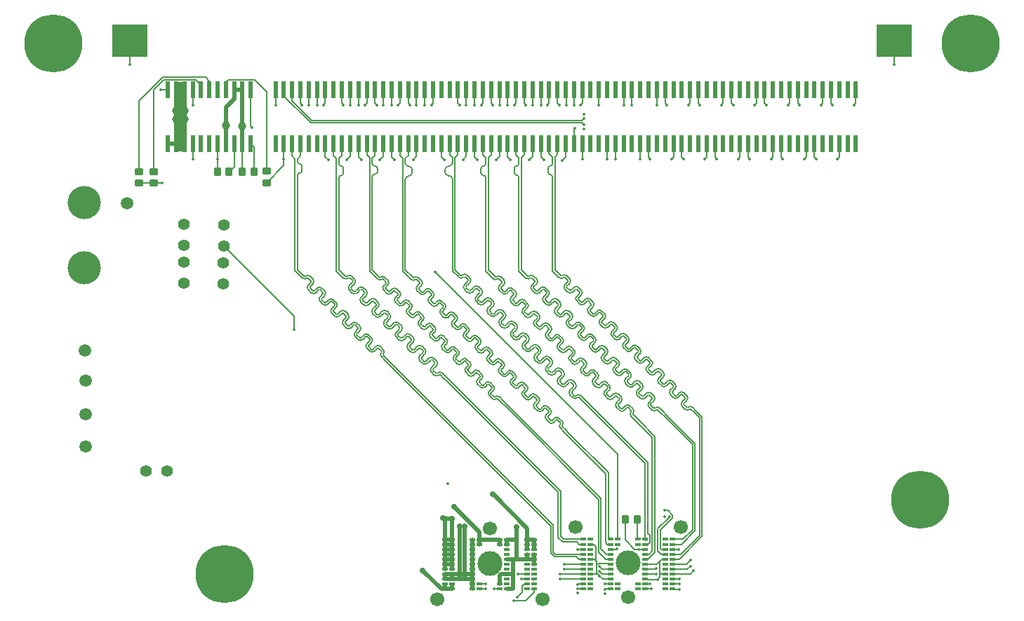
<source format=gbr>
%TF.GenerationSoftware,KiCad,Pcbnew,8.0.8*%
%TF.CreationDate,2025-08-06T16:05:48-04:00*%
%TF.ProjectId,pcie,70636965-2e6b-4696-9361-645f70636258,rev?*%
%TF.SameCoordinates,Original*%
%TF.FileFunction,Copper,L1,Top*%
%TF.FilePolarity,Positive*%
%FSLAX46Y46*%
G04 Gerber Fmt 4.6, Leading zero omitted, Abs format (unit mm)*
G04 Created by KiCad (PCBNEW 8.0.8) date 2025-08-06 16:05:48*
%MOMM*%
%LPD*%
G01*
G04 APERTURE LIST*
G04 Aperture macros list*
%AMRoundRect*
0 Rectangle with rounded corners*
0 $1 Rounding radius*
0 $2 $3 $4 $5 $6 $7 $8 $9 X,Y pos of 4 corners*
0 Add a 4 corners polygon primitive as box body*
4,1,4,$2,$3,$4,$5,$6,$7,$8,$9,$2,$3,0*
0 Add four circle primitives for the rounded corners*
1,1,$1+$1,$2,$3*
1,1,$1+$1,$4,$5*
1,1,$1+$1,$6,$7*
1,1,$1+$1,$8,$9*
0 Add four rect primitives between the rounded corners*
20,1,$1+$1,$2,$3,$4,$5,0*
20,1,$1+$1,$4,$5,$6,$7,0*
20,1,$1+$1,$6,$7,$8,$9,0*
20,1,$1+$1,$8,$9,$2,$3,0*%
G04 Aperture macros list end*
%TA.AperFunction,Conductor*%
%ADD10C,0.200000*%
%TD*%
%TA.AperFunction,ComponentPad*%
%ADD11C,7.000000*%
%TD*%
%TA.AperFunction,ComponentPad*%
%ADD12C,1.400000*%
%TD*%
%TA.AperFunction,ComponentPad*%
%ADD13C,1.500000*%
%TD*%
%TA.AperFunction,ComponentPad*%
%ADD14C,4.000000*%
%TD*%
%TA.AperFunction,SMDPad,CuDef*%
%ADD15R,0.550000X2.000000*%
%TD*%
%TA.AperFunction,SMDPad,CuDef*%
%ADD16R,4.200000X4.000000*%
%TD*%
%TA.AperFunction,SMDPad,CuDef*%
%ADD17RoundRect,0.200000X-0.350000X0.200000X-0.350000X-0.200000X0.350000X-0.200000X0.350000X0.200000X0*%
%TD*%
%TA.AperFunction,SMDPad,CuDef*%
%ADD18RoundRect,0.200000X-0.200000X-0.350000X0.200000X-0.350000X0.200000X0.350000X-0.200000X0.350000X0*%
%TD*%
%TA.AperFunction,SMDPad,CuDef*%
%ADD19R,0.700000X0.400000*%
%TD*%
%TA.AperFunction,ComponentPad*%
%ADD20C,1.700000*%
%TD*%
%TA.AperFunction,ComponentPad*%
%ADD21C,3.000000*%
%TD*%
%TA.AperFunction,ViaPad*%
%ADD22C,0.350000*%
%TD*%
%TA.AperFunction,ViaPad*%
%ADD23C,0.700000*%
%TD*%
%TA.AperFunction,ViaPad*%
%ADD24C,1.000000*%
%TD*%
%TA.AperFunction,Conductor*%
%ADD25C,0.500000*%
%TD*%
%TA.AperFunction,Conductor*%
%ADD26C,0.150000*%
%TD*%
G04 APERTURE END LIST*
%TO.N,+12V*%
D10*
X144700000Y-34750000D02*
X145900000Y-34750000D01*
X145900000Y-42950000D01*
X144700000Y-42950000D01*
X144700000Y-34750000D01*
%TA.AperFunction,Conductor*%
G36*
X144700000Y-34750000D02*
G01*
X145900000Y-34750000D01*
X145900000Y-42950000D01*
X144700000Y-42950000D01*
X144700000Y-34750000D01*
G37*
%TD.AperFunction*%
%TD*%
D11*
%TO.P,,1*%
%TO.N,GND*%
X234540000Y-85100000D03*
%TD*%
%TO.P,,1*%
%TO.N,GND*%
X240640000Y-30000000D03*
%TD*%
%TO.P,,1*%
%TO.N,GND*%
X130000000Y-30000000D03*
%TD*%
%TO.P,REF\u002A\u002A,1*%
%TO.N,GND*%
X150640000Y-94100000D03*
%TD*%
D12*
%TO.P,REF\u002A\u002A,1*%
%TO.N,unconnected-(J1-PWR_GOOD-PadPL1)*%
X141180000Y-81650000D03*
%TO.P,REF\u002A\u002A,2*%
%TO.N,unconnected-(J1-PWR_EN-PadPK2)*%
X143720000Y-81650000D03*
%TD*%
%TO.P,REF\u002A\u002A,1*%
%TO.N,unconnected-(J1-12V_FAN-PadPL4)*%
X150525000Y-51910000D03*
%TO.P,REF\u002A\u002A,2*%
%TO.N,unconnected-(J1-FAN1_PWM-PadPK5)*%
X150525000Y-54450000D03*
%TD*%
%TO.P,REF\u002A\u002A,1*%
%TO.N,unconnected-(J1-FAN1_SPEED-PadPJ2)*%
X150520000Y-56490000D03*
%TO.P,REF\u002A\u002A,2*%
%TO.N,GND*%
X150520000Y-59030000D03*
%TD*%
%TO.P,REF\u002A\u002A,1*%
%TO.N,unconnected-(J1-FAN0_SPEED-PadPH2)*%
X145720000Y-56385000D03*
%TO.P,REF\u002A\u002A,2*%
%TO.N,GND*%
X145720000Y-58925000D03*
%TD*%
%TO.P,REF\u002A\u002A,1*%
%TO.N,unconnected-(J1-12V_FAN-PadPL4)*%
X145725000Y-51805000D03*
%TO.P,REF\u002A\u002A,2*%
%TO.N,unconnected-(J1-FAN0_PWM-PadPL5)*%
X145725000Y-54345000D03*
%TD*%
D13*
%TO.P,REF\u002A\u002A,1*%
%TO.N,Net-(J1-VADP_GPU-PadPA1)*%
X133825000Y-67075000D03*
%TD*%
%TO.P,REF\u002A\u002A,1*%
%TO.N,VIN*%
X133925000Y-74775000D03*
%TD*%
%TO.P,REF\u002A\u002A,1*%
%TO.N,+5V*%
X133875000Y-78625000D03*
%TD*%
%TO.P,REF\u002A\u002A,1*%
%TO.N,+3.3V ALW*%
X133875000Y-70675000D03*
%TD*%
D14*
%TO.P,REF\u002A\u002A,1*%
%TO.N,GND*%
X133750000Y-57100000D03*
%TD*%
D13*
%TO.P,REF\u002A\u002A,1*%
%TO.N,+3.3V*%
X138900000Y-49300000D03*
%TD*%
D14*
%TO.P,REF\u002A\u002A,1*%
%TO.N,+12V*%
X133750000Y-49200000D03*
%TD*%
D15*
%TO.P,J2,A1,PRNST#1*%
%TO.N,PRSNT*%
X143800000Y-35600000D03*
%TO.P,J2,A2,+12V*%
%TO.N,+12V*%
X144800000Y-35600000D03*
%TO.P,J2,A3,+12V*%
X145800000Y-35600000D03*
%TO.P,J2,A4,GND*%
%TO.N,GND*%
X146800000Y-35600000D03*
%TO.P,J2,A5,TCK*%
%TO.N,Net-(J2-TCK)*%
X147800000Y-35600000D03*
%TO.P,J2,A6,TDI*%
%TO.N,Net-(J2-TDI)*%
X148800000Y-35600000D03*
%TO.P,J2,A7,TDO*%
%TO.N,unconnected-(J2-TDO-PadA7)*%
X149800000Y-35600000D03*
%TO.P,J2,A8,TMS*%
%TO.N,Net-(J2-TMS)*%
X150800000Y-35600000D03*
%TO.P,J2,A9,+3.3V*%
%TO.N,+3.3V*%
X151800000Y-35600000D03*
%TO.P,J2,A10,+3.3V*%
X152800000Y-35600000D03*
%TO.P,J2,A11,PERST#*%
%TO.N,PERST_RST*%
X153800000Y-35600000D03*
%TO.P,J2,A12,GND*%
%TO.N,GND*%
X156800000Y-35600000D03*
%TO.P,J2,A13,REFCLK+*%
%TO.N,REFCLK+*%
X157800000Y-35600000D03*
%TO.P,J2,A14,REFCLK-*%
%TO.N,REFCLK-*%
X158800000Y-35600000D03*
%TO.P,J2,A15,GND*%
%TO.N,GND*%
X159800000Y-35600000D03*
%TO.P,J2,A16,PEX_RX0P*%
%TO.N,H_RX0P*%
X160800000Y-35600000D03*
%TO.P,J2,A17,PEX_RX0N*%
%TO.N,H_RX0N*%
X161800000Y-35600000D03*
%TO.P,J2,A18,GND*%
%TO.N,GND*%
X162800000Y-35600000D03*
%TO.P,J2,A19,RESERVED*%
%TO.N,unconnected-(J2-RESERVED-PadA19)*%
X163800000Y-35600000D03*
%TO.P,J2,A20,GND*%
%TO.N,GND*%
X164800000Y-35600000D03*
%TO.P,J2,A21,PEX_RX1P*%
%TO.N,H_RX1P*%
X165800000Y-35600000D03*
%TO.P,J2,A22,PEX_RX1N*%
%TO.N,H_RX1N*%
X166800000Y-35600000D03*
%TO.P,J2,A23,GND*%
%TO.N,GND*%
X167800000Y-35600000D03*
%TO.P,J2,A24,GND*%
X168800000Y-35600000D03*
%TO.P,J2,A25,PEX_RX2P*%
%TO.N,H_RX2P*%
X169800000Y-35600000D03*
%TO.P,J2,A26,PEX_RX2N*%
%TO.N,H_RX2N*%
X170800000Y-35600000D03*
%TO.P,J2,A27,GND*%
%TO.N,GND*%
X171800000Y-35600000D03*
%TO.P,J2,A28,GND*%
X172800000Y-35600000D03*
%TO.P,J2,A29,PEX_RX3P*%
%TO.N,H_RX3P*%
X173800000Y-35600000D03*
%TO.P,J2,A30,PEX_RX3N*%
%TO.N,H_RX3N*%
X174800000Y-35600000D03*
%TO.P,J2,A31,GND*%
%TO.N,GND*%
X175800000Y-35600000D03*
%TO.P,J2,A32,RESERVED*%
%TO.N,unconnected-(J2-RESERVED-PadA32)*%
X176800000Y-35600000D03*
%TO.P,J2,A33,RESERVED*%
%TO.N,unconnected-(J2-RESERVED-PadA33)*%
X177800000Y-35600000D03*
%TO.P,J2,A34,GND*%
%TO.N,GND*%
X178800000Y-35600000D03*
%TO.P,J2,A35,PEX_RX4P*%
%TO.N,H_RX4P*%
X179800000Y-35600000D03*
%TO.P,J2,A36,PEX_RX4N*%
%TO.N,H_RX4N*%
X180800000Y-35600000D03*
%TO.P,J2,A37,GND*%
%TO.N,GND*%
X181800000Y-35600000D03*
%TO.P,J2,A38,GND*%
X182800000Y-35600000D03*
%TO.P,J2,A39,PEX_RX5P*%
%TO.N,H_RX5P*%
X183800000Y-35600000D03*
%TO.P,J2,A40,PEX_RX5N*%
%TO.N,H_RX5N*%
X184800000Y-35600000D03*
%TO.P,J2,A41,GND*%
%TO.N,GND*%
X185800000Y-35600000D03*
%TO.P,J2,A42,GND*%
X186800000Y-35600000D03*
%TO.P,J2,A43,PEX_RX6P*%
%TO.N,H_RX6P*%
X187800000Y-35600000D03*
%TO.P,J2,A44,PEX_RX6N*%
%TO.N,H_RX6N*%
X188800000Y-35600000D03*
%TO.P,J2,A45,GND*%
%TO.N,GND*%
X189800000Y-35600000D03*
%TO.P,J2,A46,GND*%
X190800000Y-35600000D03*
%TO.P,J2,A47,PEX_RX7P*%
%TO.N,H_RX7P*%
X191800000Y-35600000D03*
%TO.P,J2,A48,PEX_RX7N*%
%TO.N,H_RX7N*%
X192800000Y-35600000D03*
%TO.P,J2,A49,GND*%
%TO.N,GND*%
X193800000Y-35600000D03*
%TO.P,J2,A50,RESERVED*%
%TO.N,unconnected-(J2-RESERVED-PadA50)*%
X194800000Y-35600000D03*
%TO.P,J2,A51,GND*%
%TO.N,GND*%
X195800000Y-35600000D03*
%TO.P,J2,A52,PEX_RX8P*%
X196800000Y-35600000D03*
%TO.P,J2,A53,PEX_RX8N*%
%TO.N,unconnected-(J2-PEX_RX8N-PadA53)*%
X197800000Y-35600000D03*
%TO.P,J2,A54,GND*%
%TO.N,GND*%
X198800000Y-35600000D03*
%TO.P,J2,A55,GND*%
X199800000Y-35600000D03*
%TO.P,J2,A56,PEX_RX9P*%
%TO.N,unconnected-(J2-PEX_RX9P-PadA56)*%
X200800000Y-35600000D03*
%TO.P,J2,A57,PEX_RX9N*%
%TO.N,unconnected-(J2-PEX_RX9N-PadA57)*%
X201800000Y-35600000D03*
%TO.P,J2,A58,GND*%
%TO.N,GND*%
X202800000Y-35600000D03*
%TO.P,J2,A59,GND*%
X203800000Y-35600000D03*
%TO.P,J2,A60,PEX_RX10P*%
%TO.N,unconnected-(J2-PEX_RX10P-PadA60)*%
X204800000Y-35600000D03*
%TO.P,J2,A61,PEX_RX10N*%
%TO.N,unconnected-(J2-PEX_RX10N-PadA61)*%
X205800000Y-35600000D03*
%TO.P,J2,A62,GND*%
%TO.N,GND*%
X206800000Y-35600000D03*
%TO.P,J2,A63,GND*%
X207800000Y-35600000D03*
%TO.P,J2,A64,PEX_RX11P*%
%TO.N,unconnected-(J2-PEX_RX11P-PadA64)*%
X208800000Y-35600000D03*
%TO.P,J2,A65,PEX_RX11N*%
%TO.N,unconnected-(J2-PEX_RX11N-PadA65)*%
X209800000Y-35600000D03*
%TO.P,J2,A66,GND*%
%TO.N,GND*%
X210800000Y-35600000D03*
%TO.P,J2,A67,GND*%
X211800000Y-35600000D03*
%TO.P,J2,A68,PEX_RX12P*%
%TO.N,unconnected-(J2-PEX_RX12P-PadA68)*%
X212800000Y-35600000D03*
%TO.P,J2,A69,PEX_RX12N*%
%TO.N,unconnected-(J2-PEX_RX12N-PadA69)*%
X213800000Y-35600000D03*
%TO.P,J2,A70,GND*%
%TO.N,GND*%
X214800000Y-35600000D03*
%TO.P,J2,A71,GND*%
X215800000Y-35600000D03*
%TO.P,J2,A72,PEX_RX13P*%
%TO.N,unconnected-(J2-PEX_RX13P-PadA72)*%
X216800000Y-35600000D03*
%TO.P,J2,A73,PEX_RX13N*%
%TO.N,unconnected-(J2-PEX_RX13N-PadA73)*%
X217800000Y-35600000D03*
%TO.P,J2,A74,GND*%
%TO.N,GND*%
X218800000Y-35600000D03*
%TO.P,J2,A75,GND*%
X219800000Y-35600000D03*
%TO.P,J2,A76,PEX_RX14P*%
%TO.N,unconnected-(J2-PEX_RX14P-PadA76)*%
X220800000Y-35600000D03*
%TO.P,J2,A77,PEX_RX14N*%
%TO.N,unconnected-(J2-PEX_RX14N-PadA77)*%
X221800000Y-35600000D03*
%TO.P,J2,A78,GND*%
%TO.N,GND*%
X222800000Y-35600000D03*
%TO.P,J2,A79,GND*%
X223800000Y-35600000D03*
%TO.P,J2,A80,PEX_RX15P*%
%TO.N,unconnected-(J2-PEX_RX15P-PadA80)*%
X224800000Y-35600000D03*
%TO.P,J2,A81,PEX_RX15N*%
%TO.N,unconnected-(J2-PEX_RX15N-PadA81)*%
X225800000Y-35600000D03*
%TO.P,J2,A82,GND*%
%TO.N,GND*%
X226800000Y-35600000D03*
%TO.P,J2,B1,+12V*%
%TO.N,+12V*%
X143800000Y-42100000D03*
%TO.P,J2,B2,+12V*%
X144800000Y-42100000D03*
%TO.P,J2,B3,+12V*%
X145800000Y-42100000D03*
%TO.P,J2,B4,GND*%
%TO.N,GND*%
X146800000Y-42100000D03*
%TO.P,J2,B5,SMCLK*%
%TO.N,unconnected-(J2-SMCLK-PadB5)*%
X147800000Y-42100000D03*
%TO.P,J2,B6,SMDAT*%
%TO.N,unconnected-(J2-SMDAT-PadB6)*%
X148800000Y-42100000D03*
%TO.P,J2,B7,GND*%
%TO.N,GND*%
X149800000Y-42100000D03*
%TO.P,J2,B8,+3.3V*%
%TO.N,+3.3V*%
X150800000Y-42100000D03*
%TO.P,J2,B9,TRST#*%
%TO.N,Net-(J2-TRST#)*%
X151800000Y-42100000D03*
%TO.P,J2,B10,+3.3V_AUX*%
%TO.N,+3.3V*%
X152800000Y-42100000D03*
%TO.P,J2,B11,WAKE#*%
%TO.N,Net-(J2-WAKE#)*%
X153800000Y-42100000D03*
%TO.P,J2,B12,CLKREQ#*%
%TO.N,unconnected-(J2-CLKREQ#-PadB12)*%
X156800000Y-42100000D03*
%TO.P,J2,B13,GND*%
%TO.N,GND*%
X157800000Y-42100000D03*
%TO.P,J2,B14,PEX_TX0P*%
%TO.N,H_TX0P*%
X158800000Y-42100000D03*
%TO.P,J2,B15,PEX_TX0N*%
%TO.N,H_TX0N*%
X159800000Y-42100000D03*
%TO.P,J2,B16,GND*%
%TO.N,unconnected-(J2-GND-PadB16)*%
X160800000Y-42100000D03*
%TO.P,J2,B17,PRSNT2#*%
%TO.N,unconnected-(J2-PRSNT2#-PadB17)*%
X161800000Y-42100000D03*
%TO.P,J2,B18,GND*%
%TO.N,GND*%
X162800000Y-42100000D03*
%TO.P,J2,B19,PEX_TX1P*%
%TO.N,H_TX1P*%
X163800000Y-42100000D03*
%TO.P,J2,B20,PEX_TX1N*%
%TO.N,H_TX1N*%
X164800000Y-42100000D03*
%TO.P,J2,B21,GND*%
%TO.N,GND*%
X165800000Y-42100000D03*
%TO.P,J2,B22,GND*%
X166800000Y-42100000D03*
%TO.P,J2,B23,PEX_TX2P*%
%TO.N,H_TX2P*%
X167800000Y-42100000D03*
%TO.P,J2,B24,PEX_TX2N*%
%TO.N,H_TX2N*%
X168800000Y-42100000D03*
%TO.P,J2,B25,GND*%
%TO.N,GND*%
X169800000Y-42100000D03*
%TO.P,J2,B26,GND*%
X170800000Y-42100000D03*
%TO.P,J2,B27,PEX_TX3P*%
%TO.N,H_TX3P*%
X171800000Y-42100000D03*
%TO.P,J2,B28,PEX_TX3N*%
%TO.N,H_TX3N*%
X172800000Y-42100000D03*
%TO.P,J2,B29,GND*%
%TO.N,GND*%
X173800000Y-42100000D03*
%TO.P,J2,B30,PWRBRK#*%
%TO.N,unconnected-(J2-PWRBRK#-PadB30)*%
X174800000Y-42100000D03*
%TO.P,J2,B31,PRSNT2#*%
%TO.N,unconnected-(J2-PRSNT2#-PadB31)*%
X175800000Y-42100000D03*
%TO.P,J2,B32,GND*%
%TO.N,GND*%
X176800000Y-42100000D03*
%TO.P,J2,B33,PEX_TX4P*%
%TO.N,H_TX4P*%
X177800000Y-42100000D03*
%TO.P,J2,B34,PEX_TX4N*%
%TO.N,H_TX4N*%
X178800000Y-42100000D03*
%TO.P,J2,B35,GND*%
%TO.N,GND*%
X179800000Y-42100000D03*
%TO.P,J2,B36,GND*%
X180800000Y-42100000D03*
%TO.P,J2,B37,PEX_TX5P*%
%TO.N,H_TX5P*%
X181800000Y-42100000D03*
%TO.P,J2,B38,PEX_TX5N*%
%TO.N,H_TX5N*%
X182800000Y-42100000D03*
%TO.P,J2,B39,GND*%
%TO.N,GND*%
X183800000Y-42100000D03*
%TO.P,J2,B40,GND*%
X184800000Y-42100000D03*
%TO.P,J2,B41,PEX_TX6P*%
%TO.N,H_TX6P*%
X185800000Y-42100000D03*
%TO.P,J2,B42,PEX_TX6N*%
%TO.N,H_TX6N*%
X186800000Y-42100000D03*
%TO.P,J2,B43,GND*%
%TO.N,GND*%
X187800000Y-42100000D03*
%TO.P,J2,B44,GND*%
X188800000Y-42100000D03*
%TO.P,J2,B45,PEX_TX7P*%
%TO.N,H_TX7P*%
X189800000Y-42100000D03*
%TO.P,J2,B46,PEX_TX7N*%
%TO.N,H_TX7N*%
X190800000Y-42100000D03*
%TO.P,J2,B47,GND*%
%TO.N,GND*%
X191800000Y-42100000D03*
%TO.P,J2,B48,PRSNT2#*%
%TO.N,PRSNT*%
X192800000Y-42100000D03*
%TO.P,J2,B49,GND*%
%TO.N,GND*%
X193800000Y-42100000D03*
%TO.P,J2,B50,PEX_TX8P*%
%TO.N,unconnected-(J2-PEX_TX8P-PadB50)*%
X194800000Y-42100000D03*
%TO.P,J2,B51,PEX_TX8N*%
%TO.N,unconnected-(J2-PEX_TX8N-PadB51)*%
X195800000Y-42100000D03*
%TO.P,J2,B52,GND*%
%TO.N,GND*%
X196800000Y-42100000D03*
%TO.P,J2,B53,GND*%
X197800000Y-42100000D03*
%TO.P,J2,B54,PEX_TX9P*%
%TO.N,unconnected-(J2-PEX_TX9P-PadB54)*%
X198800000Y-42100000D03*
%TO.P,J2,B55,PEX_TX9N*%
%TO.N,unconnected-(J2-PEX_TX9N-PadB55)*%
X199800000Y-42100000D03*
%TO.P,J2,B56,GND*%
%TO.N,GND*%
X200800000Y-42100000D03*
%TO.P,J2,B57,GND*%
X201800000Y-42100000D03*
%TO.P,J2,B58,PEX_TX10P*%
%TO.N,unconnected-(J2-PEX_TX10P-PadB58)*%
X202800000Y-42100000D03*
%TO.P,J2,B59,PEX_TX10N*%
%TO.N,unconnected-(J2-PEX_TX10N-PadB59)*%
X203800000Y-42100000D03*
%TO.P,J2,B60,GND*%
%TO.N,GND*%
X204800000Y-42100000D03*
%TO.P,J2,B61,GND*%
X205800000Y-42100000D03*
%TO.P,J2,B62,PEX_TX11P*%
%TO.N,unconnected-(J2-PEX_TX11P-PadB62)*%
X206800000Y-42100000D03*
%TO.P,J2,B63,PEX_TX11N*%
%TO.N,unconnected-(J2-PEX_TX11N-PadB63)*%
X207800000Y-42100000D03*
%TO.P,J2,B64,GND*%
%TO.N,GND*%
X208800000Y-42100000D03*
%TO.P,J2,B65,GND*%
X209800000Y-42100000D03*
%TO.P,J2,B66,PEX_TX12P*%
%TO.N,unconnected-(J2-PEX_TX12P-PadB66)*%
X210800000Y-42100000D03*
%TO.P,J2,B67,PEX_TX12N*%
%TO.N,unconnected-(J2-PEX_TX12N-PadB67)*%
X211800000Y-42100000D03*
%TO.P,J2,B68,GND*%
%TO.N,GND*%
X212800000Y-42100000D03*
%TO.P,J2,B69,GND*%
X213800000Y-42100000D03*
%TO.P,J2,B70,PEX_TX13P*%
%TO.N,unconnected-(J2-PEX_TX13P-PadB70)*%
X214800000Y-42100000D03*
%TO.P,J2,B71,PEX_TX13N*%
%TO.N,unconnected-(J2-PEX_TX13N-PadB71)*%
X215800000Y-42100000D03*
%TO.P,J2,B72,GND*%
%TO.N,GND*%
X216800000Y-42100000D03*
%TO.P,J2,B73,GND*%
X217800000Y-42100000D03*
%TO.P,J2,B74,PEX_TX14P*%
%TO.N,unconnected-(J2-PEX_TX14P-PadB74)*%
X218800000Y-42100000D03*
%TO.P,J2,B75,PEX_TX14N*%
%TO.N,unconnected-(J2-PEX_TX14N-PadB75)*%
X219800000Y-42100000D03*
%TO.P,J2,B76,GND*%
%TO.N,GND*%
X220800000Y-42100000D03*
%TO.P,J2,B77,GND*%
X221800000Y-42100000D03*
%TO.P,J2,B78,PEX_TX15P*%
%TO.N,unconnected-(J2-PEX_TX15P-PadB78)*%
X222800000Y-42100000D03*
%TO.P,J2,B79,PEX_TX15N*%
%TO.N,unconnected-(J2-PEX_TX15N-PadB79)*%
X223800000Y-42100000D03*
%TO.P,J2,B80,GND*%
%TO.N,GND*%
X224800000Y-42100000D03*
%TO.P,J2,B81,PRNST2#*%
%TO.N,unconnected-(J2-PRNST2#-PadB81)*%
X225800000Y-42100000D03*
%TO.P,J2,B82,RESERVED*%
%TO.N,unconnected-(J2-RESERVED-PadB82)*%
X226800000Y-42100000D03*
D16*
%TO.P,J2,S1*%
%TO.N,GND*%
X231400000Y-29600000D03*
%TO.P,J2,S2*%
X139200000Y-29600000D03*
%TD*%
D17*
%TO.P,R3,1*%
%TO.N,Net-(J2-TCK)*%
X142100000Y-45450000D03*
%TO.P,R3,2*%
%TO.N,GND*%
X142100000Y-46850000D03*
%TD*%
D18*
%TO.P,R7,1*%
%TO.N,GND*%
X199000000Y-87500000D03*
%TO.P,R7,2*%
%TO.N,Net-(J1-PEX_CLK_REQ#)*%
X200400000Y-87500000D03*
%TD*%
%TO.P,R2,1*%
%TO.N,+3.3V*%
X152800000Y-45500000D03*
%TO.P,R2,2*%
%TO.N,Net-(J2-WAKE#)*%
X154200000Y-45500000D03*
%TD*%
D17*
%TO.P,R5,1*%
%TO.N,Net-(J2-TDI)*%
X140350000Y-45450000D03*
%TO.P,R5,2*%
%TO.N,GND*%
X140350000Y-46850000D03*
%TD*%
D19*
%TO.P,J1,SL8,PEX_TX1P*%
%TO.N,H_RX1P*%
X193920000Y-95870000D03*
%TO.P,J1,SL7,GPIO3_EC*%
%TO.N,unconnected-(J1-GPIO3_EC-PadSL7)*%
X194780000Y-95870000D03*
%TO.P,J1,SL6,PEX_TX3P*%
%TO.N,H_RX3P*%
X197220000Y-95870000D03*
%TO.P,J1,SL5,TH_OVERT#*%
%TO.N,unconnected-(J1-TH_OVERT#-PadSL5)*%
X198080000Y-95870000D03*
%TO.P,J1,SL4,PNL_BL_EN*%
%TO.N,unconnected-(J1-PNL_BL_EN-PadSL4)*%
X200520000Y-95870000D03*
%TO.P,J1,SL3,PEX_TX4N*%
%TO.N,H_RX4N*%
X201380000Y-95870000D03*
%TO.P,J1,SL2,ID1*%
%TO.N,unconnected-(J1-ID1-PadSL2)*%
X203820000Y-95870000D03*
%TO.P,J1,SL1,PEX_TX6N*%
%TO.N,H_RX6N*%
X204680000Y-95870000D03*
%TO.P,J1,SK8,PEX_TX1N*%
%TO.N,H_RX1N*%
X193920000Y-95270000D03*
%TO.P,J1,SK7,DP_A_AUX*%
%TO.N,unconnected-(J1-DP_A_AUX-PadSK7)*%
X194780000Y-95270000D03*
%TO.P,J1,SK6,PEX_TX3N*%
%TO.N,H_RX3N*%
X197220000Y-95270000D03*
%TO.P,J1,SK5,PNL_PWM_EN*%
%TO.N,unconnected-(J1-PNL_PWM_EN-PadSK5)*%
X198080000Y-95270000D03*
%TO.P,J1,SK4,PNL_BL_PWM*%
%TO.N,unconnected-(J1-PNL_BL_PWM-PadSK4)*%
X200520000Y-95270000D03*
%TO.P,J1,SK3,PEX_TX4P*%
%TO.N,H_RX4P*%
X201380000Y-95270000D03*
%TO.P,J1,SK2,DP_A_L2*%
%TO.N,unconnected-(J1-DP_A_L2-PadSK2)*%
X203820000Y-95270000D03*
%TO.P,J1,SK1,PEX_TX6P*%
%TO.N,H_RX6P*%
X204680000Y-95270000D03*
%TO.P,J1,SJ8,GND*%
%TO.N,GND*%
X193920000Y-94670000D03*
%TO.P,J1,SJ7,DP_A_AUX#*%
%TO.N,unconnected-(J1-DP_A_AUX#-PadSJ7)*%
X194780000Y-94670000D03*
%TO.P,J1,SJ6,GND*%
%TO.N,GND*%
X197220000Y-94670000D03*
%TO.P,J1,SJ3,GND*%
X201380000Y-94670000D03*
%TO.P,J1,SJ2,DP_A_L2#*%
%TO.N,unconnected-(J1-DP_A_L2#-PadSJ2)*%
X203820000Y-94670000D03*
%TO.P,J1,SJ1,GND*%
%TO.N,GND*%
X204680000Y-94670000D03*
%TO.P,J1,SH8,PEX_TX0P*%
%TO.N,H_RX0P*%
X193920000Y-94070000D03*
%TO.P,J1,SH7,GND*%
%TO.N,GND*%
X194780000Y-94070000D03*
%TO.P,J1,SH6,PEX_TX2P*%
%TO.N,H_RX2P*%
X197220000Y-94070000D03*
%TO.P,J1,SH3,PEX_TX5N*%
%TO.N,H_RX5N*%
X201380000Y-94070000D03*
%TO.P,J1,SH2,GND*%
%TO.N,GND*%
X203820000Y-94070000D03*
%TO.P,J1,SH1,PEX_TX7N*%
%TO.N,H_RX7N*%
X204680000Y-94070000D03*
%TO.P,J1,SG8,PEX_TX0N*%
%TO.N,H_RX0N*%
X193920000Y-93470000D03*
%TO.P,J1,SG7,DP_A_L0*%
%TO.N,unconnected-(J1-DP_A_L0-PadSG7)*%
X194780000Y-93470000D03*
%TO.P,J1,SG6,PEX_TX2N*%
%TO.N,H_RX2N*%
X197220000Y-93470000D03*
%TO.P,J1,SG3,PEX_TX5P*%
%TO.N,H_RX5P*%
X201380000Y-93470000D03*
%TO.P,J1,SG2,DA_A_L3*%
%TO.N,unconnected-(J1-DA_A_L3-PadSG2)*%
X203820000Y-93470000D03*
%TO.P,J1,SG1,PEX_TX7P*%
%TO.N,H_RX7P*%
X204680000Y-93470000D03*
%TO.P,J1,SF8,GND*%
%TO.N,GND*%
X193920000Y-92870000D03*
%TO.P,J1,SF7,DP_A_L0#*%
%TO.N,unconnected-(J1-DP_A_L0#-PadSF7)*%
X194780000Y-92870000D03*
%TO.P,J1,SF6,GND*%
%TO.N,GND*%
X197220000Y-92870000D03*
%TO.P,J1,SF3,GND*%
X201380000Y-92870000D03*
%TO.P,J1,SF2,DP_A_L3#*%
%TO.N,unconnected-(J1-DP_A_L3#-PadSF2)*%
X203820000Y-92870000D03*
%TO.P,J1,SF1,GND*%
%TO.N,GND*%
X204680000Y-92870000D03*
%TO.P,J1,SE8,PEX_RX0P*%
%TO.N,H_TX0P*%
X193920000Y-92270000D03*
%TO.P,J1,SE7,GND*%
%TO.N,GND*%
X194780000Y-92270000D03*
%TO.P,J1,SE6,PEX_RX2P*%
%TO.N,H_TX2P*%
X197220000Y-92270000D03*
%TO.P,J1,SE3,PEX_RX5N*%
%TO.N,H_TX5N*%
X201380000Y-92270000D03*
%TO.P,J1,SE2,GND*%
%TO.N,GND*%
X203820000Y-92270000D03*
%TO.P,J1,SE1,PEX_RX7N*%
%TO.N,H_TX7N*%
X204680000Y-92270000D03*
%TO.P,J1,SD8,PEX_RX0N*%
%TO.N,H_TX0N*%
X193920000Y-91670000D03*
%TO.P,J1,SD7,DP_A_L1*%
%TO.N,unconnected-(J1-DP_A_L1-PadSD7)*%
X194780000Y-91670000D03*
%TO.P,J1,SD6,PEX_RX2N*%
%TO.N,H_TX2N*%
X197220000Y-91670000D03*
%TO.P,J1,SD3,PEX_RX5P*%
%TO.N,H_TX5P*%
X201380000Y-91670000D03*
%TO.P,J1,SD2,PEX_REFCLK#*%
%TO.N,REFCLK-*%
X203820000Y-91670000D03*
%TO.P,J1,SD1,PEX_RX7P*%
%TO.N,H_TX7P*%
X204680000Y-91670000D03*
%TO.P,J1,SC8,GND*%
%TO.N,GND*%
X193920000Y-91070000D03*
%TO.P,J1,SC7,DP_A_L1#*%
%TO.N,unconnected-(J1-DP_A_L1#-PadSC7)*%
X194780000Y-91070000D03*
%TO.P,J1,SC6,GND*%
%TO.N,GND*%
X197220000Y-91070000D03*
%TO.P,J1,SC3,GND*%
X201380000Y-91070000D03*
%TO.P,J1,SC2,PEX_REFCLK*%
%TO.N,REFCLK+*%
X203820000Y-91070000D03*
%TO.P,J1,SC1,GND*%
%TO.N,GND*%
X204680000Y-91070000D03*
%TO.P,J1,SB8,PEX_RX1P*%
%TO.N,H_TX1P*%
X193920000Y-90470000D03*
%TO.P,J1,SB7,GND*%
%TO.N,GND*%
X194780000Y-90470000D03*
%TO.P,J1,SB6,PEX_RX3P*%
%TO.N,H_TX3P*%
X197220000Y-90470000D03*
%TO.P,J1,SB5,TH_ALERT#*%
%TO.N,unconnected-(J1-TH_ALERT#-PadSB5)*%
X198080000Y-90470000D03*
%TO.P,J1,SB4,DGPU_PWM_SEL*%
%TO.N,unconnected-(J1-DGPU_PWM_SEL-PadSB4)*%
X200520000Y-90470000D03*
%TO.P,J1,SB3,PEX_RX4N*%
%TO.N,H_TX4N*%
X201380000Y-90470000D03*
%TO.P,J1,SB2,GND*%
%TO.N,GND*%
X203820000Y-90470000D03*
%TO.P,J1,SB1,PEX_RX6N*%
%TO.N,H_TX6N*%
X204680000Y-90470000D03*
%TO.P,J1,SA8,PEX_RX1N*%
%TO.N,H_TX1N*%
X193920000Y-89870000D03*
%TO.P,J1,SA7,DP_A_HPD*%
%TO.N,unconnected-(J1-DP_A_HPD-PadSA7)*%
X194780000Y-89870000D03*
%TO.P,J1,SA6,PEX_RX3N*%
%TO.N,H_TX3N*%
X197220000Y-89870000D03*
%TO.P,J1,SA5,PEX_RST#*%
%TO.N,PERST_RST*%
X198080000Y-89870000D03*
%TO.P,J1,SA4,PEX_CLK_REQ#*%
%TO.N,Net-(J1-PEX_CLK_REQ#)*%
X200520000Y-89870000D03*
%TO.P,J1,SA3,PEX_RX4P*%
%TO.N,H_TX4P*%
X201380000Y-89870000D03*
%TO.P,J1,SA2,GPIO2_EC*%
%TO.N,unconnected-(J1-GPIO2_EC-PadSA2)*%
X203820000Y-89870000D03*
%TO.P,J1,SA1,PEX_RX6P*%
%TO.N,H_TX6P*%
X204680000Y-89870000D03*
%TO.P,J1,PL8,5V_ALW*%
%TO.N,+5V*%
X177260000Y-95880000D03*
%TO.P,J1,PL7,5V_ALW*%
X178120000Y-95880000D03*
%TO.P,J1,PL6,GND*%
%TO.N,GND*%
X180560000Y-95880000D03*
%TO.P,J1,PL5,FAN0_PWM*%
%TO.N,unconnected-(J1-FAN0_PWM-PadPL5)*%
X181420000Y-95880000D03*
%TO.P,J1,PL4,12V_FAN*%
%TO.N,unconnected-(J1-12V_FAN-PadPL4)*%
X183860000Y-95880000D03*
%TO.P,J1,PL3,GND*%
%TO.N,GND*%
X184720000Y-95880000D03*
%TO.P,J1,PL2,DDS_CLK*%
%TO.N,unconnected-(J1-DDS_CLK-PadPL2)*%
X187160000Y-95880000D03*
%TO.P,J1,PL1,PWR_GOOD*%
%TO.N,unconnected-(J1-PWR_GOOD-PadPL1)*%
X188020000Y-95880000D03*
%TO.P,J1,PK8,5V_ALW*%
%TO.N,+5V*%
X177260000Y-95280000D03*
%TO.P,J1,PK7,5V_ALW*%
X178120000Y-95280000D03*
%TO.P,J1,PK6,GND*%
%TO.N,GND*%
X180560000Y-95280000D03*
%TO.P,J1,PK5,FAN1_PWM*%
%TO.N,unconnected-(J1-FAN1_PWM-PadPK5)*%
X181420000Y-95280000D03*
%TO.P,J1,PK4,GND*%
%TO.N,GND*%
X183860000Y-95280000D03*
%TO.P,J1,PK3,USB-*%
%TO.N,unconnected-(J1-USB--PadPK3)*%
X184720000Y-95280000D03*
%TO.P,J1,PK2,PWR_EN*%
%TO.N,unconnected-(J1-PWR_EN-PadPK2)*%
X187160000Y-95280000D03*
%TO.P,J1,PK1,DDS_SDA*%
%TO.N,unconnected-(J1-DDS_SDA-PadPK1)*%
X188020000Y-95280000D03*
%TO.P,J1,PJ8,GND*%
%TO.N,GND*%
X177260000Y-94680000D03*
%TO.P,J1,PJ7,GND*%
X178120000Y-94680000D03*
%TO.P,J1,PJ6,GND*%
X180560000Y-94680000D03*
%TO.P,J1,PJ3,USB+*%
%TO.N,unconnected-(J1-USB+-PadPJ3)*%
X184720000Y-94680000D03*
%TO.P,J1,PJ2,FAN1_SPEED*%
%TO.N,unconnected-(J1-FAN1_SPEED-PadPJ2)*%
X187160000Y-94680000D03*
%TO.P,J1,PJ1,ID0*%
%TO.N,unconnected-(J1-ID0-PadPJ1)*%
X188020000Y-94680000D03*
%TO.P,J1,PH8,GND*%
%TO.N,GND*%
X177260000Y-94080000D03*
%TO.P,J1,PH7,GND*%
X178120000Y-94080000D03*
%TO.P,J1,PH6,GND*%
X180560000Y-94080000D03*
%TO.P,J1,PH3,GND*%
X184720000Y-94080000D03*
%TO.P,J1,PH2,FAN0_SPEED*%
%TO.N,unconnected-(J1-FAN0_SPEED-PadPH2)*%
X187160000Y-94080000D03*
%TO.P,J1,PH1,GPIO1_EC*%
%TO.N,unconnected-(J1-GPIO1_EC-PadPH1)*%
X188020000Y-94080000D03*
%TO.P,J1,PG8,VSYS_GPU*%
%TO.N,VIN*%
X177260000Y-93480000D03*
%TO.P,J1,PG7,VSYS_GPU*%
X178120000Y-93480000D03*
%TO.P,J1,PG6,GND*%
%TO.N,GND*%
X180560000Y-93480000D03*
%TO.P,J1,PG3,EXT_SSD2_RST#*%
%TO.N,unconnected-(J1-EXT_SSD2_RST#-PadPG3)*%
X184720000Y-93480000D03*
%TO.P,J1,PG2,EXT_SSD2_CLK_REQ#*%
%TO.N,unconnected-(J1-EXT_SSD2_CLK_REQ#-PadPG2)*%
X187160000Y-93480000D03*
%TO.P,J1,PG1,GPIO0_EC*%
%TO.N,unconnected-(J1-GPIO0_EC-PadPG1)*%
X188020000Y-93480000D03*
%TO.P,J1,PF8,VSYS_GPU*%
%TO.N,VIN*%
X177260000Y-92880000D03*
%TO.P,J1,PF7,VSYS_GPU*%
X178120000Y-92880000D03*
%TO.P,J1,PF6,GND*%
%TO.N,GND*%
X180560000Y-92880000D03*
%TO.P,J1,PF3,EXT_SSD1_RST#*%
%TO.N,unconnected-(J1-EXT_SSD1_RST#-PadPF3)*%
X184720000Y-92880000D03*
%TO.P,J1,PF2,I2C_INT_ALW*%
%TO.N,unconnected-(J1-I2C_INT_ALW-PadPF2)*%
X187160000Y-92880000D03*
%TO.P,J1,PF1,GND*%
%TO.N,GND*%
X188020000Y-92880000D03*
%TO.P,J1,PE8,VSYS_GPU*%
%TO.N,VIN*%
X177260000Y-92280000D03*
%TO.P,J1,PE7,VSYS_GPU*%
X178120000Y-92280000D03*
%TO.P,J1,PE6,GND*%
%TO.N,GND*%
X180560000Y-92280000D03*
%TO.P,J1,PE3,GND*%
X184720000Y-92280000D03*
%TO.P,J1,PE2,GND*%
X187160000Y-92280000D03*
%TO.P,J1,PE1,GND*%
X188020000Y-92280000D03*
%TO.P,J1,PD8,VSYS_GPU*%
%TO.N,VIN*%
X177260000Y-91680000D03*
%TO.P,J1,PD7,VSYS_GPU*%
X178120000Y-91680000D03*
%TO.P,J1,PD6,GND*%
%TO.N,GND*%
X180560000Y-91680000D03*
%TO.P,J1,PD3,I2C_DAT_ALW*%
%TO.N,unconnected-(J1-I2C_DAT_ALW-PadPD3)*%
X184720000Y-91680000D03*
%TO.P,J1,PD2,GND*%
%TO.N,GND*%
X187160000Y-91680000D03*
%TO.P,J1,PD1,GND*%
X188020000Y-91680000D03*
%TO.P,J1,PC8,VSYS_GPU*%
%TO.N,VIN*%
X177260000Y-91080000D03*
%TO.P,J1,PC7,VSYS_GPU*%
X178120000Y-91080000D03*
%TO.P,J1,PC6,GND*%
%TO.N,GND*%
X180560000Y-91080000D03*
%TO.P,J1,PC3,I2C_CLK_ALW*%
%TO.N,unconnected-(J1-I2C_CLK_ALW-PadPC3)*%
X184720000Y-91080000D03*
%TO.P,J1,PC2,VADP_GPU*%
%TO.N,Net-(J1-VADP_GPU-PadPA1)*%
X187160000Y-91080000D03*
%TO.P,J1,PC1,VADP_GPU*%
X188020000Y-91080000D03*
%TO.P,J1,PB8,VSYS_GPU*%
%TO.N,VIN*%
X177260000Y-90480000D03*
%TO.P,J1,PB7,VSYS_GPU*%
X178120000Y-90480000D03*
%TO.P,J1,PB6,GND*%
%TO.N,GND*%
X180560000Y-90480000D03*
%TO.P,J1,PB5,3.3V_ALW*%
%TO.N,+3.3V ALW*%
X181420000Y-90480000D03*
%TO.P,J1,PB4,3.3V_ALW*%
X183860000Y-90480000D03*
%TO.P,J1,PB3,GND*%
%TO.N,GND*%
X184720000Y-90480000D03*
%TO.P,J1,PB2,VADP_GPU*%
%TO.N,Net-(J1-VADP_GPU-PadPA1)*%
X187160000Y-90480000D03*
%TO.P,J1,PB1,VADP_GPU*%
X188020000Y-90480000D03*
%TO.P,J1,PA8,VSYS_GPU*%
%TO.N,VIN*%
X177260000Y-89880000D03*
%TO.P,J1,PA7,VSYS_GPU*%
X178120000Y-89880000D03*
%TO.P,J1,PA6,GND*%
%TO.N,GND*%
X180560000Y-89880000D03*
%TO.P,J1,PA5,3.3V_ALW*%
%TO.N,+3.3V ALW*%
X181420000Y-89880000D03*
%TO.P,J1,PA4,3.3V_ALW*%
X183860000Y-89880000D03*
%TO.P,J1,PA3,GND*%
%TO.N,GND*%
X184720000Y-89880000D03*
%TO.P,J1,PA2,VADP_GPU*%
%TO.N,Net-(J1-VADP_GPU-PadPA1)*%
X187160000Y-89880000D03*
%TO.P,J1,PA1,VADP_GPU*%
X188020000Y-89880000D03*
D20*
%TO.P,J1,GND,GND*%
%TO.N,GND*%
X205680000Y-88370000D03*
X199300000Y-96840000D03*
D21*
X199300000Y-92750000D03*
D20*
X192960000Y-88390000D03*
X189020000Y-97080000D03*
D21*
X182640000Y-92760000D03*
D20*
X182640000Y-88560000D03*
X176300000Y-97100000D03*
%TD*%
D18*
%TO.P,R1,1*%
%TO.N,GND*%
X149800000Y-45500000D03*
%TO.P,R1,2*%
%TO.N,Net-(J2-TRST#)*%
X151200000Y-45500000D03*
%TD*%
D17*
%TO.P,R4,1*%
%TO.N,Net-(J2-TMS)*%
X155700000Y-45400000D03*
%TO.P,R4,2*%
%TO.N,GND*%
X155700000Y-46800000D03*
%TD*%
D22*
%TO.N,unconnected-(J1-PWR_EN-PadPK2)*%
X186000000Y-96825000D03*
%TO.N,unconnected-(J1-PWR_GOOD-PadPL1)*%
X185525000Y-97250000D03*
%TO.N,unconnected-(J1-FAN1_PWM-PadPK5)*%
X159000000Y-64500000D03*
%TO.N,unconnected-(J1-12V_FAN-PadPL4)*%
X177600000Y-83100000D03*
D23*
%TO.N,Net-(J1-VADP_GPU-PadPA1)*%
X183030000Y-84450000D03*
%TO.N,+3.3V ALW*%
X178330000Y-85950000D03*
%TO.N,+5V*%
X174560000Y-93660000D03*
D22*
%TO.N,unconnected-(J1-FAN0_PWM-PadPL5)*%
X182170000Y-95880000D03*
%TO.N,unconnected-(J1-FAN1_PWM-PadPK5)*%
X182180000Y-95280000D03*
%TO.N,unconnected-(J1-12V_FAN-PadPL4)*%
X183175000Y-95875000D03*
%TO.N,unconnected-(J1-FAN1_SPEED-PadPJ2)*%
X186480000Y-94680000D03*
%TO.N,unconnected-(J1-FAN0_SPEED-PadPH2)*%
X186045000Y-94073682D03*
%TO.N,GND*%
X203820000Y-90470000D03*
D24*
%TO.N,+12V*%
X144800000Y-39100000D03*
X145800000Y-39100000D03*
X145800000Y-38100000D03*
X144800000Y-38100000D03*
D22*
%TO.N,GND*%
X139200000Y-32500000D03*
X231400000Y-32500000D03*
%TO.N,PRSNT*%
X192900000Y-40200000D03*
X142950000Y-35600000D03*
%TO.N,PERST_RST*%
X153950000Y-40150000D03*
X176050000Y-57550000D03*
D23*
%TO.N,VIN*%
X177000000Y-87325000D03*
X178120000Y-87350000D03*
%TO.N,GND*%
X185900000Y-88350000D03*
X179000000Y-88300000D03*
X179650000Y-88300000D03*
D22*
X197950000Y-91050000D03*
X203750000Y-87100000D03*
%TO.N,REFCLK+*%
X203750000Y-86400000D03*
%TO.N,REFCLK-*%
X204300000Y-87100000D03*
%TO.N,GND*%
X194000000Y-38500000D03*
X194000000Y-40300003D03*
%TO.N,REFCLK-*%
X194000000Y-39000000D03*
%TO.N,REFCLK+*%
X194000000Y-39800000D03*
D24*
%TO.N,+3.3V*%
X152800000Y-39950000D03*
X150800000Y-39900000D03*
D22*
%TO.N,GND*%
X143100000Y-46850000D03*
X146800000Y-37450000D03*
X146800000Y-43950000D03*
X149800000Y-43950000D03*
X157800000Y-43950000D03*
X156800000Y-37450000D03*
X193200000Y-91070000D03*
X205420000Y-91070000D03*
X202850000Y-94700000D03*
X214600000Y-37400000D03*
X224000000Y-37400000D03*
X177150000Y-44000000D03*
X171150000Y-44000000D03*
X185600000Y-37400000D03*
X226600000Y-37400000D03*
X216600000Y-43900000D03*
X210600000Y-37400000D03*
X167600000Y-37400000D03*
X222000000Y-43900000D03*
X208600000Y-43900000D03*
X206850000Y-92350000D03*
X179000000Y-37400000D03*
X195891481Y-94307168D03*
X214000000Y-43900000D03*
X189150000Y-44000000D03*
X196800000Y-43950000D03*
X199800000Y-37450000D03*
X169400000Y-44000000D03*
X167150000Y-44000000D03*
X222600000Y-37400000D03*
X173400000Y-44000000D03*
X191000000Y-37400000D03*
X198800000Y-37450000D03*
X183400000Y-44000000D03*
X187000000Y-37400000D03*
X196550000Y-96400000D03*
X163150000Y-44000000D03*
X218600000Y-37400000D03*
X193800000Y-43950000D03*
X189600000Y-37400000D03*
X187400000Y-44000000D03*
X195800000Y-37450000D03*
X160000000Y-37400000D03*
X185150000Y-44000000D03*
X200800000Y-43950000D03*
X220600000Y-43900000D03*
X193600000Y-37400000D03*
X169000000Y-37400000D03*
X208000000Y-37400000D03*
X162600000Y-37400000D03*
X202000000Y-43900000D03*
X165400000Y-44000000D03*
X216000000Y-37400000D03*
X173000000Y-37400000D03*
X212600000Y-43900000D03*
X210000000Y-43900000D03*
X179400000Y-44000000D03*
X205500000Y-94668876D03*
X212000000Y-37400000D03*
X183000000Y-37400000D03*
X181600000Y-37400000D03*
X191650000Y-92900000D03*
X206600000Y-37400000D03*
X191150000Y-94650000D03*
X204000000Y-37400000D03*
X206000000Y-43900000D03*
X202800000Y-37450000D03*
X193200000Y-96350000D03*
X165000000Y-37400000D03*
X224600000Y-43900000D03*
X218000000Y-43900000D03*
X181150000Y-44000000D03*
X220000000Y-37400000D03*
X175600000Y-37400000D03*
X171600000Y-37400000D03*
X197800000Y-43950000D03*
X191350000Y-44100000D03*
X204600000Y-43900000D03*
%TO.N,H_RX5N*%
X202700000Y-94070000D03*
X184800000Y-37400000D03*
%TO.N,H_RX4N*%
X202150000Y-95850000D03*
X180800000Y-37400000D03*
%TO.N,H_RX7N*%
X207250000Y-93650000D03*
X192850000Y-37400000D03*
%TO.N,H_RX3P*%
X173800000Y-37400000D03*
X196550000Y-95900000D03*
%TO.N,H_RX7P*%
X206850000Y-93100000D03*
X191850000Y-37400000D03*
%TO.N,H_RX5P*%
X202700000Y-93400003D03*
X183800000Y-37400000D03*
%TO.N,H_RX4P*%
X202000000Y-95270000D03*
X179800000Y-37400000D03*
%TO.N,H_RX0P*%
X191125372Y-94026097D03*
X160800000Y-37400000D03*
%TO.N,H_RX6P*%
X205500000Y-95250000D03*
X187800000Y-37400000D03*
%TO.N,H_RX1N*%
X193200000Y-95300000D03*
X166800000Y-37400000D03*
%TO.N,H_RX3N*%
X174800000Y-37400000D03*
X196550000Y-95250000D03*
%TO.N,H_RX0N*%
X161800000Y-37400000D03*
X191653973Y-93494040D03*
%TO.N,H_RX2P*%
X195900000Y-93746101D03*
X169800000Y-37400000D03*
%TO.N,H_RX1P*%
X165800000Y-37400000D03*
X193200000Y-95850000D03*
%TO.N,H_RX6N*%
X188800000Y-37400000D03*
X205500000Y-95900000D03*
%TO.N,H_RX2N*%
X170800000Y-37400000D03*
X195900000Y-93154105D03*
%TO.N,GND*%
X200630000Y-91070000D03*
%TD*%
D25*
%TO.N,VIN*%
X177260000Y-87585000D02*
X177260000Y-88310000D01*
X177000000Y-87325000D02*
X177260000Y-87585000D01*
X177275000Y-87325000D02*
X177300000Y-87300000D01*
X177000000Y-87325000D02*
X177025000Y-87350000D01*
X177000000Y-87325000D02*
X177275000Y-87325000D01*
X177025000Y-87350000D02*
X178120000Y-87350000D01*
D26*
%TO.N,unconnected-(J1-PWR_EN-PadPK2)*%
X186810000Y-95280000D02*
X187160000Y-95280000D01*
X186550000Y-96275000D02*
X186550000Y-95540000D01*
X186550000Y-95540000D02*
X186810000Y-95280000D01*
X186000000Y-96825000D02*
X186550000Y-96275000D01*
%TO.N,unconnected-(J1-PWR_GOOD-PadPL1)*%
X187000000Y-97250000D02*
X185525000Y-97250000D01*
X188020000Y-96230000D02*
X187000000Y-97250000D01*
X188020000Y-95880000D02*
X188020000Y-96230000D01*
%TO.N,unconnected-(J1-FAN1_PWM-PadPK5)*%
X159000000Y-64500000D02*
X159000000Y-62925000D01*
X159000000Y-62925000D02*
X150525000Y-54450000D01*
%TO.N,unconnected-(J1-12V_FAN-PadPL4)*%
X183175000Y-95875000D02*
X183855000Y-95875000D01*
X183855000Y-95875000D02*
X183860000Y-95880000D01*
%TO.N,unconnected-(J1-FAN0_SPEED-PadPH2)*%
X186051318Y-94080000D02*
X186045000Y-94073682D01*
X187160000Y-94080000D02*
X186051318Y-94080000D01*
%TO.N,unconnected-(J1-FAN0_PWM-PadPL5)*%
X181420000Y-95880000D02*
X182170000Y-95880000D01*
%TO.N,unconnected-(J1-FAN1_PWM-PadPK5)*%
X181420000Y-95280000D02*
X182180000Y-95280000D01*
%TO.N,unconnected-(J1-FAN1_SPEED-PadPJ2)*%
X187160000Y-94680000D02*
X186480000Y-94680000D01*
D25*
%TO.N,Net-(J1-VADP_GPU-PadPA1)*%
X187160000Y-89880000D02*
X187160000Y-88549339D01*
X187160000Y-88549339D02*
X183060661Y-84450000D01*
%TO.N,+3.3V ALW*%
X181420000Y-89009339D02*
X178360661Y-85950000D01*
X181420000Y-89880000D02*
X181420000Y-89009339D01*
%TO.N,+5V*%
X133905000Y-78655000D02*
X133875000Y-78625000D01*
X176780000Y-95880000D02*
X174560000Y-93660000D01*
X177260000Y-95880000D02*
X176780000Y-95880000D01*
%TO.N,Net-(J1-VADP_GPU-PadPA1)*%
X133875000Y-67075000D02*
X133825000Y-67075000D01*
%TO.N,+3.3V ALW*%
X133925000Y-70675000D02*
X133875000Y-70675000D01*
%TO.N,+5V*%
X178120000Y-95880000D02*
X177260000Y-95880000D01*
X178120000Y-95880000D02*
X178120000Y-95330000D01*
X177260000Y-95880000D02*
X177260000Y-95330000D01*
%TO.N,GND*%
X184720000Y-90480000D02*
X184720000Y-89880000D01*
X185880000Y-89880000D02*
X185900000Y-89900000D01*
X184720000Y-89880000D02*
X185880000Y-89880000D01*
X185900000Y-89900000D02*
X185900000Y-88350000D01*
X185900000Y-92280000D02*
X185900000Y-89900000D01*
D26*
%TO.N,PRSNT*%
X142950000Y-35600000D02*
X143800000Y-35600000D01*
D25*
%TO.N,+12V*%
X144800000Y-39100000D02*
X144800000Y-42100000D01*
X145800000Y-39100000D02*
X145800000Y-42100000D01*
X145800000Y-38100000D02*
X145800000Y-38650000D01*
X144800000Y-38100000D02*
X144800000Y-38650000D01*
D26*
%TO.N,GND*%
X139200000Y-29600000D02*
X139200000Y-32500000D01*
X231400000Y-32500000D02*
X231400000Y-32550000D01*
X231400000Y-29600000D02*
X231400000Y-32500000D01*
%TO.N,PRSNT*%
X192800000Y-40300000D02*
X192800000Y-42100000D01*
X192900000Y-40200000D02*
X192800000Y-40300000D01*
%TO.N,PERST_RST*%
X153950000Y-40150000D02*
X153800000Y-40000000D01*
X153800000Y-40000000D02*
X153800000Y-35600000D01*
X198080000Y-79580000D02*
X176050000Y-57550000D01*
X198080000Y-89870000D02*
X198080000Y-79580000D01*
D25*
%TO.N,Net-(J1-VADP_GPU-PadPA1)*%
X187160000Y-89880000D02*
X188020000Y-89880000D01*
X187160000Y-89880000D02*
X187160000Y-91030000D01*
X188020000Y-89880000D02*
X188020000Y-91030000D01*
%TO.N,VIN*%
X178120000Y-87350000D02*
X178120000Y-87320000D01*
X178120000Y-87320000D02*
X178100000Y-87300000D01*
X178120000Y-89880000D02*
X178120000Y-87350000D01*
X177260000Y-88310000D02*
X177250000Y-88300000D01*
X177260000Y-89880000D02*
X177260000Y-88310000D01*
X177260000Y-89880000D02*
X177260000Y-93430000D01*
X178120000Y-89880000D02*
X178120000Y-93430000D01*
X178120000Y-89880000D02*
X177260000Y-89880000D01*
X177260000Y-90480000D02*
X178120000Y-90480000D01*
X178120000Y-91080000D02*
X177260000Y-91080000D01*
X177260000Y-91680000D02*
X178120000Y-91680000D01*
X178120000Y-92280000D02*
X177260000Y-92280000D01*
X177260000Y-92880000D02*
X178120000Y-92880000D01*
%TO.N,GND*%
X185470000Y-92280000D02*
X185470000Y-94950000D01*
X185450000Y-92280000D02*
X185470000Y-92280000D01*
X185470000Y-94080000D02*
X185470000Y-94950000D01*
X185450000Y-92280000D02*
X184720000Y-92280000D01*
X185470000Y-94950000D02*
X185470000Y-95880000D01*
X185900000Y-92280000D02*
X185450000Y-92280000D01*
X184020000Y-94080000D02*
X184720000Y-94080000D01*
X183860000Y-94240000D02*
X184020000Y-94080000D01*
X183860000Y-95280000D02*
X183860000Y-94240000D01*
X185470000Y-95880000D02*
X184720000Y-95880000D01*
X184720000Y-94080000D02*
X185470000Y-94080000D01*
X188020000Y-92280000D02*
X185900000Y-92280000D01*
X179000000Y-94680000D02*
X179000000Y-88300000D01*
X179650000Y-94680000D02*
X179650000Y-88300000D01*
X179650000Y-94680000D02*
X180560000Y-94680000D01*
X179000000Y-94680000D02*
X179650000Y-94680000D01*
X179000000Y-94680000D02*
X178120000Y-94680000D01*
%TO.N,+3.3V ALW*%
X183860000Y-89880000D02*
X183860000Y-90480000D01*
X181420000Y-89880000D02*
X183860000Y-89880000D01*
X181420000Y-90480000D02*
X181420000Y-89880000D01*
%TO.N,GND*%
X180560000Y-95880000D02*
X180560000Y-89880000D01*
X178120000Y-94080000D02*
X180560000Y-94080000D01*
X177260000Y-94680000D02*
X178120000Y-94680000D01*
X177260000Y-94680000D02*
X177260000Y-94080000D01*
X178120000Y-94680000D02*
X178120000Y-94080000D01*
X177260000Y-94080000D02*
X178120000Y-94080000D01*
X187160000Y-91680000D02*
X187160000Y-92280000D01*
X188020000Y-92880000D02*
X188020000Y-91680000D01*
D26*
X197930000Y-91070000D02*
X197950000Y-91050000D01*
X197220000Y-91070000D02*
X197930000Y-91070000D01*
X200120000Y-91070000D02*
X199000000Y-89950000D01*
X200630000Y-91070000D02*
X200120000Y-91070000D01*
X199000000Y-89950000D02*
X199000000Y-87500000D01*
%TO.N,Net-(J1-PEX_CLK_REQ#)*%
X200400000Y-89750000D02*
X200520000Y-89870000D01*
X200400000Y-87500000D02*
X200400000Y-89750000D01*
%TO.N,REFCLK-*%
X203320000Y-91670000D02*
X203820000Y-91670000D01*
X202900000Y-91250000D02*
X203320000Y-91670000D01*
X202900000Y-88600000D02*
X202900000Y-91250000D01*
X204300000Y-87200000D02*
X202900000Y-88600000D01*
X204300000Y-87100000D02*
X204300000Y-87200000D01*
%TO.N,REFCLK+*%
X203320000Y-91070000D02*
X203820000Y-91070000D01*
X203200000Y-90950000D02*
X203320000Y-91070000D01*
X203200000Y-88750000D02*
X203200000Y-90950000D01*
X203800000Y-88150000D02*
X203200000Y-88750000D01*
X203815686Y-88150000D02*
X203800000Y-88150000D01*
X204165686Y-86400000D02*
X204700000Y-86934314D01*
X203750000Y-86400000D02*
X204165686Y-86400000D01*
X204700000Y-86934314D02*
X204700000Y-87265686D01*
X204700000Y-87265686D02*
X203815686Y-88150000D01*
X193750000Y-39550000D02*
X194000000Y-39800000D01*
%TO.N,REFCLK-*%
X193750000Y-39250000D02*
X194000000Y-39000000D01*
%TO.N,REFCLK+*%
X161025000Y-39550000D02*
X193750000Y-39550000D01*
X157800000Y-36325000D02*
X161025000Y-39550000D01*
X157800000Y-35600000D02*
X157800000Y-36325000D01*
%TO.N,REFCLK-*%
X158799632Y-36750368D02*
X158799632Y-36899632D01*
X158800000Y-36750000D02*
X158799632Y-36750368D01*
X158800000Y-35600000D02*
X158800000Y-36750000D01*
X158799632Y-36899632D02*
X161150000Y-39250000D01*
X161150000Y-39250000D02*
X193750000Y-39250000D01*
D25*
%TO.N,+3.3V*%
X150800000Y-39900000D02*
X150800000Y-37675000D01*
X152800000Y-35600000D02*
X151800000Y-35600000D01*
X152800000Y-35600000D02*
X152800000Y-42100000D01*
X152800000Y-35675000D02*
X152800000Y-35600000D01*
X151800000Y-36675000D02*
X151800000Y-35600000D01*
X150800000Y-37675000D02*
X151800000Y-36675000D01*
X150800000Y-42100000D02*
X150800000Y-39900000D01*
%TO.N,+12V*%
X145800000Y-38650000D02*
X145800000Y-39100000D01*
X144800000Y-38650000D02*
X144800000Y-39100000D01*
X145800000Y-35600000D02*
X144800000Y-35600000D01*
X145800000Y-35600000D02*
X145800000Y-38100000D01*
X143800000Y-42100000D02*
X145800000Y-42100000D01*
X144800000Y-35600000D02*
X144800000Y-38100000D01*
D26*
%TO.N,Net-(J2-TMS)*%
X155700000Y-35775000D02*
X154300000Y-34375000D01*
X155700000Y-45400000D02*
X155700000Y-35775000D01*
X154300000Y-34375000D02*
X151075000Y-34375000D01*
X151075000Y-34375000D02*
X150800000Y-34650000D01*
X150800000Y-34650000D02*
X150800000Y-35600000D01*
%TO.N,GND*%
X157800000Y-44700000D02*
X157800000Y-43950000D01*
X155700000Y-46800000D02*
X157800000Y-44700000D01*
%TO.N,Net-(J2-WAKE#)*%
X154200000Y-45500000D02*
X154200000Y-42500000D01*
X154200000Y-42500000D02*
X153800000Y-42100000D01*
%TO.N,+3.3V*%
X152800000Y-45500000D02*
X152800000Y-42100000D01*
%TO.N,Net-(J2-TRST#)*%
X151800000Y-44900000D02*
X151800000Y-42100000D01*
X151200000Y-45500000D02*
X151800000Y-44900000D01*
%TO.N,GND*%
X149800000Y-43950000D02*
X149800000Y-45500000D01*
X142100000Y-46850000D02*
X143100000Y-46850000D01*
X140350000Y-46850000D02*
X142100000Y-46850000D01*
%TO.N,Net-(J2-TDI)*%
X148800000Y-34550000D02*
X148800000Y-35600000D01*
X148325000Y-34075000D02*
X148800000Y-34550000D01*
X140350000Y-45450000D02*
X140350000Y-36900736D01*
X140350000Y-36900736D02*
X143175736Y-34075000D01*
X143175736Y-34075000D02*
X148325000Y-34075000D01*
%TO.N,Net-(J2-TCK)*%
X147800000Y-35000000D02*
X147800000Y-35600000D01*
X143300000Y-34375000D02*
X147175000Y-34375000D01*
X142100000Y-35575000D02*
X143300000Y-34375000D01*
X142100000Y-45450000D02*
X142100000Y-35575000D01*
X147175000Y-34375000D02*
X147800000Y-35000000D01*
%TO.N,+3.3V*%
X151800000Y-35600000D02*
X151800000Y-36325000D01*
%TO.N,GND*%
X146800000Y-37450000D02*
X146800000Y-35600000D01*
X146800000Y-43950000D02*
X146800000Y-42100000D01*
X149800000Y-43950000D02*
X149800000Y-42100000D01*
X157800000Y-43950000D02*
X157800000Y-42100000D01*
X156800000Y-37450000D02*
X156800000Y-35600000D01*
X193200000Y-91070000D02*
X193150000Y-91070000D01*
X193920000Y-91070000D02*
X193200000Y-91070000D01*
X205420000Y-91070000D02*
X205450000Y-91100000D01*
X204680000Y-91070000D02*
X205420000Y-91070000D01*
X203150000Y-94400000D02*
X202850000Y-94700000D01*
X203150000Y-93850000D02*
X203150000Y-94400000D01*
X203150000Y-93850000D02*
X203150000Y-93900000D01*
X203150000Y-92540000D02*
X203150000Y-93850000D01*
X201400000Y-94700000D02*
X202850000Y-94700000D01*
X202820000Y-92870000D02*
X203270000Y-92420000D01*
X203270000Y-92420000D02*
X203150000Y-92540000D01*
X201380000Y-92870000D02*
X202820000Y-92870000D01*
X203420000Y-92270000D02*
X203270000Y-92420000D01*
X203320000Y-94070000D02*
X203820000Y-94070000D01*
X203150000Y-93900000D02*
X203320000Y-94070000D01*
X203820000Y-92270000D02*
X203420000Y-92270000D01*
%TO.N,H_RX5N*%
X202700000Y-94070000D02*
X201380000Y-94070000D01*
%TO.N,H_RX5P*%
X202700000Y-93400003D02*
X202630003Y-93470000D01*
X202630003Y-93470000D02*
X201380000Y-93470000D01*
%TO.N,GND*%
X181800000Y-37200000D02*
X181600000Y-37400000D01*
X197104105Y-92754105D02*
X195734314Y-92754105D01*
X167150000Y-44000000D02*
X166800000Y-43650000D01*
X215800000Y-35600000D02*
X215800000Y-37200000D01*
X220800000Y-43700000D02*
X220600000Y-43900000D01*
X204800000Y-42100000D02*
X204800000Y-43700000D01*
X213800000Y-43700000D02*
X214000000Y-43900000D01*
X179400000Y-44000000D02*
X179800000Y-43600000D01*
X215800000Y-37200000D02*
X216000000Y-37400000D01*
X195180000Y-90470000D02*
X195450000Y-90740000D01*
X164800000Y-37200000D02*
X165000000Y-37400000D01*
X211800000Y-35600000D02*
X211800000Y-37200000D01*
X208800000Y-43700000D02*
X208600000Y-43900000D01*
X179800000Y-43600000D02*
X179800000Y-42100000D01*
X222800000Y-35600000D02*
X222800000Y-37200000D01*
X223800000Y-35600000D02*
X223800000Y-37200000D01*
X214800000Y-35600000D02*
X214800000Y-37200000D01*
X164800000Y-35600000D02*
X164800000Y-37200000D01*
X187400000Y-44000000D02*
X187800000Y-43600000D01*
X189800000Y-35600000D02*
X189800000Y-37200000D01*
X216800000Y-43700000D02*
X216600000Y-43900000D01*
X206330000Y-92870000D02*
X206850000Y-92350000D01*
X210800000Y-35600000D02*
X210800000Y-37200000D01*
X162800000Y-43650000D02*
X162800000Y-42100000D01*
X220800000Y-42100000D02*
X220800000Y-43700000D01*
X205800000Y-43700000D02*
X206000000Y-43900000D01*
X205498876Y-94670000D02*
X204680000Y-94670000D01*
X205500000Y-94668876D02*
X205498876Y-94670000D01*
X217800000Y-42100000D02*
X217800000Y-43700000D01*
X189150000Y-44000000D02*
X188800000Y-43650000D01*
X208800000Y-42100000D02*
X208800000Y-43700000D01*
X201800000Y-43700000D02*
X202000000Y-43900000D01*
X195654313Y-94070000D02*
X194780000Y-94070000D01*
X163150000Y-44000000D02*
X162800000Y-43650000D01*
X171800000Y-35600000D02*
X171800000Y-37200000D01*
X224800000Y-42100000D02*
X224800000Y-43700000D01*
X191187220Y-94687220D02*
X193916176Y-94687220D01*
X186800000Y-35600000D02*
X186800000Y-37200000D01*
X194780000Y-90470000D02*
X195180000Y-90470000D01*
X195500000Y-92988419D02*
X195500000Y-93500000D01*
X201800000Y-42100000D02*
X201800000Y-43700000D01*
X223800000Y-37200000D02*
X224000000Y-37400000D01*
X195800000Y-37450000D02*
X195800000Y-35600000D01*
X180800000Y-43650000D02*
X180800000Y-42100000D01*
X195500000Y-93915687D02*
X195891481Y-94307168D01*
X166800000Y-43650000D02*
X166800000Y-42100000D01*
X194780000Y-92270000D02*
X195280000Y-92270000D01*
X172800000Y-37200000D02*
X173000000Y-37400000D01*
X191350000Y-44100000D02*
X191800000Y-43650000D01*
X195450000Y-90740000D02*
X195450000Y-92440000D01*
X209800000Y-43700000D02*
X210000000Y-43900000D01*
X159800000Y-37200000D02*
X160000000Y-37400000D01*
X178800000Y-35600000D02*
X178800000Y-37200000D01*
X159800000Y-35600000D02*
X159800000Y-37200000D01*
X181800000Y-35600000D02*
X181800000Y-37200000D01*
X175800000Y-37200000D02*
X175600000Y-37400000D01*
X214800000Y-37200000D02*
X214600000Y-37400000D01*
X195280000Y-92270000D02*
X195500000Y-92490000D01*
X219800000Y-35600000D02*
X219800000Y-37200000D01*
X203800000Y-35600000D02*
X203800000Y-37200000D01*
X204800000Y-43700000D02*
X204600000Y-43900000D01*
X195500000Y-92490000D02*
X195500000Y-93500000D01*
X219800000Y-37200000D02*
X220000000Y-37400000D01*
X222800000Y-37200000D02*
X222600000Y-37400000D01*
X205800000Y-42100000D02*
X205800000Y-43700000D01*
X212800000Y-43700000D02*
X212600000Y-43900000D01*
X175800000Y-35600000D02*
X175800000Y-37200000D01*
X173800000Y-43600000D02*
X173800000Y-42100000D01*
X213800000Y-42100000D02*
X213800000Y-43700000D01*
X182800000Y-37200000D02*
X183000000Y-37400000D01*
X198800000Y-37450000D02*
X198800000Y-35600000D01*
X183400000Y-44000000D02*
X183800000Y-43600000D01*
X184800000Y-43650000D02*
X184800000Y-42100000D01*
X224800000Y-43700000D02*
X224600000Y-43900000D01*
X182800000Y-35600000D02*
X182800000Y-37200000D01*
X195500000Y-93500000D02*
X195500000Y-93915687D01*
X209800000Y-42100000D02*
X209800000Y-43700000D01*
X197220000Y-92870000D02*
X197104105Y-92754105D01*
X173400000Y-44000000D02*
X173800000Y-43600000D01*
X197800000Y-43950000D02*
X197800000Y-42100000D01*
X185150000Y-44000000D02*
X184800000Y-43650000D01*
X195891481Y-94307168D02*
X196254313Y-94670000D01*
X206800000Y-37200000D02*
X206600000Y-37400000D01*
X193800000Y-43950000D02*
X193800000Y-42100000D01*
X167800000Y-35600000D02*
X167800000Y-37200000D01*
X206800000Y-35600000D02*
X206800000Y-37200000D01*
X218800000Y-37200000D02*
X218600000Y-37400000D01*
X185800000Y-37200000D02*
X185600000Y-37400000D01*
X199800000Y-37450000D02*
X199800000Y-35600000D01*
X165400000Y-44000000D02*
X165800000Y-43600000D01*
X191800000Y-43650000D02*
X191800000Y-42100000D01*
X162800000Y-37200000D02*
X162600000Y-37400000D01*
X171150000Y-44000000D02*
X170800000Y-43650000D01*
X204680000Y-92870000D02*
X206330000Y-92870000D01*
X167800000Y-37200000D02*
X167600000Y-37400000D01*
X191650000Y-92900000D02*
X191680000Y-92870000D01*
X191150000Y-94650000D02*
X191187220Y-94687220D01*
X169800000Y-43600000D02*
X169800000Y-42100000D01*
X191680000Y-92870000D02*
X193920000Y-92870000D01*
X171800000Y-37200000D02*
X171600000Y-37400000D01*
X193800000Y-37200000D02*
X193600000Y-37400000D01*
X183800000Y-43600000D02*
X183800000Y-42100000D01*
X178800000Y-37200000D02*
X179000000Y-37400000D01*
X170800000Y-43650000D02*
X170800000Y-42100000D01*
X195891481Y-94307168D02*
X195654313Y-94070000D01*
X187800000Y-43600000D02*
X187800000Y-42100000D01*
X185800000Y-35600000D02*
X185800000Y-37200000D01*
X226800000Y-37200000D02*
X226600000Y-37400000D01*
X207800000Y-35600000D02*
X207800000Y-37200000D01*
X165800000Y-43600000D02*
X165800000Y-42100000D01*
X202800000Y-37450000D02*
X202800000Y-35600000D01*
X221800000Y-43700000D02*
X222000000Y-43900000D01*
X195450000Y-92440000D02*
X195500000Y-92490000D01*
X221800000Y-42100000D02*
X221800000Y-43700000D01*
X169400000Y-44000000D02*
X169800000Y-43600000D01*
X207800000Y-37200000D02*
X208000000Y-37400000D01*
X162800000Y-35600000D02*
X162800000Y-37200000D01*
X168800000Y-35600000D02*
X168800000Y-37200000D01*
X216800000Y-42100000D02*
X216800000Y-43700000D01*
X203800000Y-37200000D02*
X204000000Y-37400000D01*
X176800000Y-43650000D02*
X176800000Y-42100000D01*
X196254313Y-94670000D02*
X197220000Y-94670000D01*
X195734314Y-92754105D02*
X195500000Y-92988419D01*
X181150000Y-44000000D02*
X180800000Y-43650000D01*
X190800000Y-35600000D02*
X190800000Y-37200000D01*
X210800000Y-37200000D02*
X210600000Y-37400000D01*
X190800000Y-37200000D02*
X191000000Y-37400000D01*
X211800000Y-37200000D02*
X212000000Y-37400000D01*
X189800000Y-37200000D02*
X189600000Y-37400000D01*
X196800000Y-43950000D02*
X196800000Y-42100000D01*
X172800000Y-35600000D02*
X172800000Y-37200000D01*
X193800000Y-35600000D02*
X193800000Y-37200000D01*
X218800000Y-35600000D02*
X218800000Y-37200000D01*
X217800000Y-43700000D02*
X218000000Y-43900000D01*
X186800000Y-37200000D02*
X187000000Y-37400000D01*
X188800000Y-43650000D02*
X188800000Y-42100000D01*
X168800000Y-37200000D02*
X169000000Y-37400000D01*
X226800000Y-35600000D02*
X226800000Y-37200000D01*
X212800000Y-42100000D02*
X212800000Y-43700000D01*
X177150000Y-44000000D02*
X176800000Y-43650000D01*
X200800000Y-43950000D02*
X200800000Y-42100000D01*
%TO.N,H_RX5N*%
X184800000Y-35600000D02*
X184800000Y-37400000D01*
%TO.N,H_RX4N*%
X180800000Y-35600000D02*
X180800000Y-37400000D01*
X202150000Y-95850000D02*
X201400000Y-95850000D01*
X201400000Y-95850000D02*
X201380000Y-95870000D01*
%TO.N,H_TX0P*%
X162330911Y-60393043D02*
X162224846Y-60499109D01*
X163745121Y-61807253D02*
X163639056Y-61913319D01*
X163568344Y-62549712D02*
X163921898Y-62903266D01*
X168164530Y-65873109D02*
X168093817Y-65943819D01*
X168906987Y-66969119D02*
X168977698Y-66898409D01*
X167386712Y-65660974D02*
X167669554Y-65378132D01*
X168800922Y-67075184D02*
X168906987Y-66969119D01*
X167881686Y-66155949D02*
X167810974Y-66226660D01*
X162330912Y-60393044D02*
X162330911Y-60393043D01*
X158800000Y-42100000D02*
X158800000Y-43550000D01*
X167316001Y-65731686D02*
X167386712Y-65660974D01*
X162436977Y-60286979D02*
X162330912Y-60393044D01*
X161729872Y-60004134D02*
X162012714Y-59721292D01*
X163073371Y-61489056D02*
X163144082Y-61418344D01*
X163144082Y-61418344D02*
X163426924Y-61135502D01*
X162507690Y-60216269D02*
X162436977Y-60286979D01*
X162154136Y-59721293D02*
X162507690Y-60074847D01*
X160739925Y-58307084D02*
X161093479Y-58660638D01*
X170162868Y-68437132D02*
X190000000Y-88274264D01*
X169932294Y-68206556D02*
X170162868Y-68437132D01*
X166467476Y-64741739D02*
X166396764Y-64812450D01*
X165972502Y-64246764D02*
X166255344Y-63963922D01*
X167987752Y-66049884D02*
X167987751Y-66049883D01*
X163851187Y-61701189D02*
X163745122Y-61807254D01*
X190000000Y-88274264D02*
X190000000Y-91550000D01*
X165265397Y-63115399D02*
X165159332Y-63221464D01*
X163921900Y-61630479D02*
X163851187Y-61701189D01*
X164982556Y-62549713D02*
X165336110Y-62903267D01*
X161093479Y-58802060D02*
X161022767Y-58872769D01*
X162154134Y-61135502D02*
X162507688Y-61489056D01*
X165159331Y-63221463D02*
X165053266Y-63327529D01*
X159150000Y-57424264D02*
X160032820Y-58307084D01*
X166573541Y-64635673D02*
X166467476Y-64741739D01*
X166679607Y-64529609D02*
X166573542Y-64635674D01*
X166396764Y-65378132D02*
X166750318Y-65731686D01*
X168977698Y-66898409D02*
X169083763Y-66792343D01*
X162224846Y-60499109D02*
X162154134Y-60569820D01*
X164558292Y-62832554D02*
X164841134Y-62549712D01*
X169578739Y-67853002D02*
X169932294Y-68206556D01*
X158800000Y-43550000D02*
X159150000Y-43900000D01*
X193100000Y-91970000D02*
X193400000Y-92270000D01*
X168093817Y-65943819D02*
X167987752Y-66049884D01*
X168730211Y-67145896D02*
X168800922Y-67075184D01*
X163639056Y-61913319D02*
X163568344Y-61984030D01*
X166573542Y-64635674D02*
X166573541Y-64635673D01*
X165159332Y-63221464D02*
X165159331Y-63221463D01*
X160810636Y-59084899D02*
X160739924Y-59155610D01*
X161659161Y-60074846D02*
X161729872Y-60004134D01*
X165336110Y-63044689D02*
X165265397Y-63115399D01*
X190420000Y-91970000D02*
X193100000Y-91970000D01*
X166750320Y-64458899D02*
X166679607Y-64529609D01*
X169225185Y-66792344D02*
X169578739Y-67145898D01*
X161022767Y-58872769D02*
X160916702Y-58978834D01*
X160032820Y-58307084D02*
X160032819Y-58307082D01*
X167987751Y-66049883D02*
X167881686Y-66155949D01*
X160739924Y-59721292D02*
X161093478Y-60074846D01*
X165901791Y-64317476D02*
X165972502Y-64246764D01*
X163745122Y-61807254D02*
X163745121Y-61807253D01*
X160916702Y-58978834D02*
X160916701Y-58978833D01*
X160916701Y-58978833D02*
X160810636Y-59084899D01*
X165053266Y-63327529D02*
X164982554Y-63398240D01*
X164487581Y-62903266D02*
X164558292Y-62832554D01*
X167810976Y-65378133D02*
X168164530Y-65731687D01*
X190000000Y-91550000D02*
X190420000Y-91970000D01*
X159150000Y-43900000D02*
X159150000Y-57424264D01*
X163568346Y-61135503D02*
X163921900Y-61489057D01*
X164982554Y-63963922D02*
X165336108Y-64317476D01*
X166396766Y-63963923D02*
X166750320Y-64317477D01*
X193400000Y-92270000D02*
X193920000Y-92270000D01*
X167810974Y-66792342D02*
X168164528Y-67145896D01*
X162012714Y-59721292D02*
G75*
G02*
X162154111Y-59721317I70686J-70708D01*
G01*
X161093479Y-58660638D02*
G75*
G02*
X161093430Y-58802011I-70679J-70662D01*
G01*
X169578739Y-67287320D02*
G75*
G03*
X169578700Y-67853041I282861J-282880D01*
G01*
X168164528Y-67145896D02*
G75*
G03*
X168730211Y-67145897I282842J282844D01*
G01*
X164982554Y-63398240D02*
G75*
G03*
X164982535Y-63963941I282846J-282860D01*
G01*
X163426924Y-61135502D02*
G75*
G02*
X163568311Y-61135537I70676J-70698D01*
G01*
X166396764Y-64812450D02*
G75*
G03*
X166396755Y-65378141I282836J-282850D01*
G01*
X160032819Y-58307082D02*
G75*
G03*
X160598541Y-58307122I282881J282882D01*
G01*
X162507688Y-61489056D02*
G75*
G03*
X163073371Y-61489057I282842J282844D01*
G01*
X164841134Y-62549712D02*
G75*
G02*
X164982511Y-62549757I70666J-70688D01*
G01*
X165336110Y-62903267D02*
G75*
G02*
X165336132Y-63044711I-70710J-70733D01*
G01*
X169578739Y-67145898D02*
G75*
G02*
X169578730Y-67287311I-70739J-70702D01*
G01*
X161093478Y-60074846D02*
G75*
G03*
X161659161Y-60074847I282842J282844D01*
G01*
X166750318Y-65731686D02*
G75*
G03*
X167316001Y-65731687I282842J282844D01*
G01*
X163921900Y-61489057D02*
G75*
G02*
X163921932Y-61630511I-70700J-70743D01*
G01*
X160598503Y-58307083D02*
G75*
G02*
X160739911Y-58307097I70697J-70717D01*
G01*
X166750320Y-64317477D02*
G75*
G02*
X166750332Y-64458911I-70720J-70723D01*
G01*
X162154134Y-60569820D02*
G75*
G03*
X162154095Y-61135541I282866J-282880D01*
G01*
X162507690Y-60074847D02*
G75*
G02*
X162507732Y-60216311I-70690J-70753D01*
G01*
X167669554Y-65378132D02*
G75*
G02*
X167811012Y-65378097I70746J-70668D01*
G01*
X167810974Y-66226660D02*
G75*
G03*
X167810975Y-66792341I282826J-282840D01*
G01*
X169083763Y-66792343D02*
G75*
G02*
X169225211Y-66792317I70737J-70757D01*
G01*
X160739924Y-59155610D02*
G75*
G03*
X160739875Y-59721341I282876J-282890D01*
G01*
X163921898Y-62903266D02*
G75*
G03*
X164487581Y-62903267I282842J282844D01*
G01*
X166255344Y-63963922D02*
G75*
G02*
X166396812Y-63963877I70756J-70678D01*
G01*
X168164530Y-65731687D02*
G75*
G02*
X168164532Y-65873111I-70730J-70713D01*
G01*
X165336108Y-64317476D02*
G75*
G03*
X165901791Y-64317477I282842J282844D01*
G01*
X163568344Y-61984030D02*
G75*
G03*
X163568315Y-62549741I282856J-282870D01*
G01*
%TO.N,H_RX7N*%
X207250000Y-93650000D02*
X206830000Y-94070000D01*
X206830000Y-94070000D02*
X204680000Y-94070000D01*
D10*
X192850000Y-37400000D02*
X192850000Y-37450000D01*
D26*
X192850000Y-35650000D02*
X192850000Y-37400000D01*
%TO.N,H_RX3P*%
X197220000Y-95870000D02*
X196580000Y-95870000D01*
X196580000Y-95870000D02*
X196550000Y-95900000D01*
X173800000Y-35600000D02*
X173800000Y-37400000D01*
%TO.N,H_TX4P*%
X193440525Y-72740525D02*
X193737512Y-73037511D01*
X192033383Y-71121251D02*
X192139448Y-71015186D01*
X187790744Y-66878612D02*
X187896809Y-66772547D01*
X178888276Y-58188276D02*
X178888275Y-58188274D01*
X184043082Y-63130949D02*
X184043081Y-63130949D01*
X188391786Y-67267523D02*
X188285721Y-67373588D01*
X181214656Y-60302523D02*
X181214655Y-60302523D01*
X185457295Y-64545162D02*
X185457294Y-64545162D01*
X189699933Y-68787801D02*
X189593868Y-68893867D01*
X187684678Y-66984677D02*
X187790743Y-66878612D01*
X191927317Y-71227316D02*
X192033382Y-71121251D01*
X181928831Y-61426821D02*
X182027826Y-61327825D01*
X182833929Y-61511675D02*
X182734934Y-61610671D01*
X181320721Y-60196458D02*
X181214656Y-60302523D01*
X179595381Y-59715622D02*
X179892367Y-60012608D01*
X179906507Y-58782245D02*
X179800441Y-58888311D01*
X181214655Y-60302523D02*
X181108590Y-60408589D01*
X186376531Y-65464399D02*
X186482596Y-65358334D01*
X178150000Y-46610000D02*
X178150000Y-46612842D01*
X180719679Y-59807547D02*
X180825744Y-59701482D01*
X181419716Y-60097462D02*
X181320721Y-60196458D01*
X180613613Y-59913612D02*
X180719678Y-59807547D01*
X181108590Y-60408589D02*
X181009594Y-60507584D01*
X184962317Y-64050186D02*
X184962318Y-64050186D01*
X189593868Y-68893867D02*
X189494872Y-68992862D01*
X179800442Y-58888310D02*
X179694377Y-58994376D01*
X184149147Y-63024884D02*
X184043082Y-63130949D01*
X191220212Y-70095949D02*
X191114147Y-70202014D01*
X183548104Y-62635973D02*
X183548105Y-62635973D01*
X187896809Y-66772547D02*
X187995805Y-66673551D01*
X191828322Y-71326312D02*
X191927317Y-71227316D01*
X188285720Y-67373588D02*
X188179655Y-67479654D01*
X181009594Y-61129835D02*
X181306580Y-61426821D01*
X179708517Y-58188276D02*
X180005503Y-58485262D01*
X184962318Y-64050186D02*
X185068383Y-63944121D01*
X185662355Y-64340101D02*
X185563360Y-64439097D01*
X191319207Y-69996953D02*
X191220212Y-70095949D01*
X186482596Y-65358334D02*
X186581592Y-65259338D01*
X178150000Y-46612842D02*
X178150000Y-57450000D01*
X182133891Y-61221760D02*
X182133892Y-61221760D01*
X188285721Y-67373588D02*
X188285720Y-67373588D01*
X177800000Y-43450000D02*
X178150000Y-43800000D01*
X180719678Y-59807547D02*
X180719679Y-59807547D01*
X182628868Y-61716736D02*
X182522803Y-61822802D01*
X192033382Y-71121251D02*
X192033383Y-71121251D01*
X185563360Y-64439097D02*
X185457295Y-64545162D01*
X188999896Y-68497886D02*
X189098891Y-68398890D01*
X186871508Y-65959375D02*
X186871507Y-65959375D01*
X184043081Y-63130949D02*
X183937016Y-63237015D01*
X185351229Y-64651228D02*
X185252233Y-64750223D01*
X183951156Y-62430912D02*
X184248142Y-62727898D01*
X189098891Y-68398890D02*
X189204956Y-68292825D01*
X190619170Y-69707038D02*
X190725235Y-69600973D01*
X182522803Y-61822802D02*
X182423807Y-61921797D01*
X192139448Y-71015186D02*
X192238444Y-70916190D01*
X182133892Y-61221760D02*
X182239957Y-61115695D01*
X179800441Y-58888311D02*
X179800442Y-58888310D01*
X188080659Y-68200900D02*
X188377645Y-68497886D01*
X181122730Y-59602486D02*
X181419716Y-59899472D01*
X190909085Y-71029326D02*
X191206071Y-71326312D01*
X182239957Y-61115695D02*
X182338953Y-61016699D01*
X183654170Y-62529908D02*
X183753166Y-62430912D01*
X178150000Y-46384000D02*
X178150000Y-46610000D01*
X189608008Y-68087764D02*
X189904994Y-68384750D01*
X190414109Y-69912099D02*
X190513104Y-69813103D01*
X186376530Y-65464399D02*
X186376531Y-65464399D01*
X187585683Y-67083673D02*
X187684678Y-66984677D01*
X183548105Y-62635973D02*
X183654170Y-62529908D01*
X187790743Y-66878612D02*
X187790744Y-66878612D01*
X179694377Y-58994376D02*
X179595381Y-59093371D01*
X185068383Y-63944121D02*
X185167379Y-63845125D01*
X186765442Y-66065441D02*
X186666446Y-66164436D01*
X189204957Y-68292825D02*
X189311022Y-68186760D01*
X186270465Y-65570464D02*
X186376530Y-65464399D01*
X189805999Y-68681736D02*
X189699934Y-68787801D01*
X189494872Y-69615113D02*
X189791858Y-69912099D01*
X192436434Y-70916190D02*
X192733420Y-71213176D01*
X178150000Y-57450000D02*
X178888276Y-58188276D01*
X183937016Y-63237015D02*
X183838020Y-63336010D01*
X177230000Y-45254000D02*
X177230000Y-45480000D01*
X192528359Y-71616227D02*
X192429364Y-71715222D01*
X190619169Y-69707038D02*
X190619170Y-69707038D01*
X178150000Y-43800000D02*
X178150000Y-44350000D01*
X186871507Y-65959375D02*
X186765442Y-66065441D01*
X177682000Y-45932000D02*
X177698000Y-45932000D01*
X191008081Y-70308080D02*
X190909085Y-70407075D01*
X182536943Y-61016699D02*
X182833929Y-61313685D01*
X185365369Y-63845125D02*
X185662355Y-64142111D01*
X191022221Y-69501977D02*
X191319207Y-69798963D01*
X182027826Y-61327825D02*
X182133891Y-61221760D01*
X192733420Y-71411166D02*
X192634425Y-71510162D01*
X183838020Y-63958261D02*
X184135006Y-64255247D01*
X185457294Y-64545162D02*
X185351229Y-64651228D01*
X191114147Y-70202014D02*
X191114146Y-70202014D01*
X186666446Y-66786687D02*
X186963432Y-67083673D01*
X180514618Y-60012608D02*
X180613613Y-59913612D01*
X188179655Y-67479654D02*
X188080659Y-67578649D01*
X190513104Y-69813103D02*
X190619169Y-69707038D01*
X186977573Y-65853310D02*
X186871508Y-65959375D01*
X180825744Y-59701482D02*
X180924740Y-59602486D01*
X180005503Y-58683252D02*
X179906507Y-58782245D01*
X194075000Y-73375000D02*
X201380000Y-80680000D01*
X192323299Y-72443539D02*
X192620285Y-72740525D01*
X201380000Y-80680000D02*
X201380000Y-89870000D01*
X188490781Y-67168527D02*
X188391786Y-67267523D01*
X192528360Y-71616227D02*
X192528359Y-71616227D01*
X187076568Y-65754314D02*
X186977573Y-65853310D01*
X193737512Y-73037511D02*
X194075000Y-73375000D01*
X189311022Y-68186760D02*
X189410018Y-68087764D01*
X186779582Y-65259338D02*
X187076568Y-65556324D01*
X183343044Y-62841034D02*
X183442039Y-62742038D01*
X189904994Y-68582740D02*
X189805999Y-68681736D01*
X185252233Y-65372474D02*
X185549219Y-65669460D01*
X192429364Y-71715222D02*
X192323299Y-71821287D01*
X182734934Y-61610671D02*
X182628869Y-61716736D01*
X184757257Y-64255247D02*
X184856252Y-64156251D01*
X188193795Y-66673551D02*
X188490781Y-66970537D01*
X191114146Y-70202014D02*
X191008081Y-70308080D01*
X190725235Y-69600973D02*
X190824231Y-69501977D01*
X177800000Y-42100000D02*
X177800000Y-43450000D01*
D10*
X201450000Y-89940000D02*
X201420000Y-89970000D01*
D26*
X182628869Y-61716736D02*
X182628868Y-61716736D01*
X184856252Y-64156251D02*
X184962317Y-64050186D01*
X186171470Y-65669460D02*
X186270465Y-65570464D01*
X184248142Y-62925888D02*
X184149147Y-63024884D01*
X182423807Y-62544048D02*
X182720793Y-62841034D01*
X189699934Y-68787801D02*
X189699933Y-68787801D01*
X177698000Y-44802000D02*
X177682000Y-44802000D01*
X192634425Y-71510162D02*
X192528360Y-71616227D01*
D10*
X201500000Y-89970000D02*
X201550000Y-89970000D01*
D26*
X189204956Y-68292825D02*
X189204957Y-68292825D01*
X183442039Y-62742038D02*
X183548104Y-62635973D01*
X189904994Y-68384750D02*
G75*
G02*
X189904949Y-68582695I-98994J-98950D01*
G01*
X193242536Y-72740525D02*
G75*
G02*
X193440524Y-72740525I98994J-98994D01*
G01*
X180924740Y-59602486D02*
G75*
G02*
X181122730Y-59602486I98995J-98995D01*
G01*
X192620285Y-72740525D02*
G75*
G03*
X193242536Y-72740526I311126J311127D01*
G01*
X184248142Y-62727898D02*
G75*
G02*
X184248149Y-62925895I-99042J-99002D01*
G01*
X189791858Y-69912099D02*
G75*
G03*
X190414109Y-69912100I311126J311127D01*
G01*
X177230000Y-45480000D02*
G75*
G03*
X177682000Y-45932000I452000J0D01*
G01*
X189494872Y-68992862D02*
G75*
G03*
X189494859Y-69615125I311128J-311138D01*
G01*
X180005503Y-58485262D02*
G75*
G02*
X180005546Y-58683295I-99003J-99038D01*
G01*
X182720793Y-62841034D02*
G75*
G03*
X183343044Y-62841034I311125J311127D01*
G01*
X181419716Y-59899472D02*
G75*
G02*
X181419749Y-60097495I-99016J-99028D01*
G01*
X185167379Y-63845125D02*
G75*
G02*
X185365369Y-63845125I98995J-98995D01*
G01*
X179892367Y-60012608D02*
G75*
G03*
X180514618Y-60012608I311125J311127D01*
G01*
X177698000Y-45932000D02*
G75*
G02*
X178150000Y-46384000I0J-452000D01*
G01*
X183838020Y-63336010D02*
G75*
G03*
X183838055Y-63958225I311080J-311090D01*
G01*
X187076568Y-65556324D02*
G75*
G02*
X187076549Y-65754295I-98968J-98976D01*
G01*
X177682000Y-44802000D02*
G75*
G03*
X177230000Y-45254000I0J-452000D01*
G01*
X182833929Y-61313685D02*
G75*
G02*
X182833949Y-61511695I-99029J-99015D01*
G01*
X186963432Y-67083673D02*
G75*
G03*
X187585683Y-67083674I311126J311127D01*
G01*
X179595381Y-59093371D02*
G75*
G03*
X179595377Y-59715626I311119J-311129D01*
G01*
X192238444Y-70916190D02*
G75*
G02*
X192436434Y-70916190I98995J-98995D01*
G01*
X178888275Y-58188274D02*
G75*
G03*
X179510525Y-58188274I311125J311074D01*
G01*
X189410018Y-68087764D02*
G75*
G02*
X189608008Y-68087764I98995J-98995D01*
G01*
X191319207Y-69798963D02*
G75*
G02*
X191319249Y-69996995I-99007J-99037D01*
G01*
X190909085Y-70407075D02*
G75*
G03*
X190909085Y-71029325I311115J-311125D01*
G01*
X181306580Y-61426821D02*
G75*
G03*
X181928831Y-61426822I311126J311127D01*
G01*
X192323299Y-71821287D02*
G75*
G03*
X192323312Y-72443526I311101J-311113D01*
G01*
X186666446Y-66164436D02*
G75*
G03*
X186666407Y-66786725I311154J-311164D01*
G01*
X186581592Y-65259338D02*
G75*
G02*
X186779582Y-65259338I98995J-98995D01*
G01*
X188377645Y-68497886D02*
G75*
G03*
X188999896Y-68497886I311125J311127D01*
G01*
X179510527Y-58188275D02*
G75*
G02*
X179708496Y-58188297I98973J-99025D01*
G01*
X185252233Y-64750223D02*
G75*
G03*
X185252281Y-65372426I311167J-311077D01*
G01*
X184135006Y-64255247D02*
G75*
G03*
X184757257Y-64255248I311126J311127D01*
G01*
X191206071Y-71326312D02*
G75*
G03*
X191828322Y-71326312I311125J311127D01*
G01*
X188080659Y-67578649D02*
G75*
G03*
X188080633Y-68200925I311141J-311151D01*
G01*
X183753166Y-62430912D02*
G75*
G02*
X183951156Y-62430912I98995J-98995D01*
G01*
X185662355Y-64142111D02*
G75*
G02*
X185662349Y-64340095I-98955J-98989D01*
G01*
X181009594Y-60507584D02*
G75*
G03*
X181009603Y-61129825I311106J-311116D01*
G01*
X187995805Y-66673551D02*
G75*
G02*
X188193795Y-66673551I98995J-98995D01*
G01*
X178150000Y-44350000D02*
G75*
G02*
X177698000Y-44802000I-452000J0D01*
G01*
X185549219Y-65669460D02*
G75*
G03*
X186171470Y-65669460I311125J311127D01*
G01*
X190824231Y-69501977D02*
G75*
G02*
X191022221Y-69501977I98995J-98995D01*
G01*
X192733420Y-71213176D02*
G75*
G02*
X192733449Y-71411195I-99020J-99024D01*
G01*
X182338953Y-61016699D02*
G75*
G02*
X182536943Y-61016699I98995J-98995D01*
G01*
X188490781Y-66970537D02*
G75*
G02*
X188490749Y-67168495I-98981J-98963D01*
G01*
X182423807Y-61921797D02*
G75*
G03*
X182423829Y-62544025I311093J-311103D01*
G01*
%TO.N,H_TX7N*%
X190800000Y-42100000D02*
X190800000Y-43350000D01*
X190500000Y-57325736D02*
X191206939Y-58032675D01*
X207743566Y-74569302D02*
X208250000Y-75075736D01*
X190800000Y-43350000D02*
X190500000Y-43650000D01*
X190500000Y-43650000D02*
X190500000Y-57325736D01*
X208250000Y-75075736D02*
X208250000Y-89524264D01*
X208250000Y-89524264D02*
X205504264Y-92270000D01*
X205504264Y-92270000D02*
X204680000Y-92270000D01*
%TO.N,H_TX6P*%
X203802093Y-75102093D02*
X207100000Y-78400000D01*
X185800000Y-43400000D02*
X186150000Y-43750000D01*
X186150000Y-46700000D02*
X186150000Y-46753917D01*
X185800000Y-42100000D02*
X185800000Y-43400000D01*
X207100000Y-88700000D02*
X205930000Y-89870000D01*
X186150000Y-57450000D02*
X186999634Y-58299634D01*
X205930000Y-89870000D02*
X204680000Y-89870000D01*
X186150000Y-43750000D02*
X186150000Y-44500000D01*
X186150000Y-46140000D02*
X186150000Y-46700000D01*
X185610000Y-45040000D02*
X185610000Y-45600000D01*
X207100000Y-78400000D02*
X207100000Y-88700000D01*
X186150000Y-46753917D02*
X186150000Y-57450000D01*
X185610000Y-45600000D02*
G75*
G03*
X185880000Y-45870000I270000J0D01*
G01*
X186150000Y-44500000D02*
G75*
G02*
X185880000Y-44770000I-270000J0D01*
G01*
X185880000Y-45870000D02*
G75*
G02*
X186150000Y-46140000I0J-270000D01*
G01*
X185880000Y-44770000D02*
G75*
G03*
X185610000Y-45040000I0J-270000D01*
G01*
%TO.N,H_RX7P*%
X206480000Y-93470000D02*
X204680000Y-93470000D01*
D10*
X191850000Y-37400000D02*
X191850000Y-37450000D01*
D26*
X206850000Y-93100000D02*
X206480000Y-93470000D01*
X191850000Y-35650000D02*
X191850000Y-37400000D01*
%TO.N,H_RX5P*%
X183800000Y-35600000D02*
X183800000Y-37400000D01*
%TO.N,H_TX1N*%
X164450000Y-46180000D02*
X164450000Y-46780000D01*
X174501159Y-66570796D02*
X174805216Y-66874853D01*
X170562580Y-63247397D02*
X170467118Y-63342856D01*
X170749963Y-64049961D02*
X170856028Y-63943896D01*
X168840776Y-62140774D02*
X168745315Y-62236234D01*
X167921539Y-61221537D02*
X168027604Y-61115472D01*
X171573739Y-65255577D02*
X171877796Y-65559634D01*
X169335751Y-62635749D02*
X169441816Y-62529684D01*
X167734156Y-60418973D02*
X167638694Y-60514432D01*
X167426564Y-60726562D02*
X167331103Y-60822022D01*
X172376305Y-65252042D02*
X172471765Y-65156582D01*
X171881330Y-64757068D02*
X171669200Y-64969198D01*
X166012352Y-59312350D02*
X165916891Y-59407810D01*
X173086947Y-65156584D02*
X173391004Y-65460641D01*
X164800000Y-42100000D02*
X164800000Y-43500000D01*
X176017901Y-69105769D02*
X175922441Y-69201228D01*
X166319942Y-59004760D02*
X166224483Y-59100220D01*
X167826079Y-61316998D02*
X167921539Y-61221537D01*
X177230590Y-70106327D02*
X177687132Y-70562868D01*
X174992599Y-68292597D02*
X175098664Y-68186532D01*
X175915371Y-67985008D02*
X176219428Y-68289065D01*
X166507327Y-59807325D02*
X166613392Y-59701260D01*
X174497624Y-67797622D02*
X174402163Y-67893082D01*
X171976792Y-64661609D02*
X171881330Y-64757068D01*
X174805216Y-67490033D02*
X174709754Y-67585492D01*
X170856028Y-63943896D02*
X170962093Y-63837830D01*
X164450000Y-46780000D02*
X164450000Y-46863540D01*
X170258523Y-62328160D02*
X170562580Y-62632217D01*
X167331103Y-61012941D02*
X167635160Y-61316998D01*
X164990000Y-45040000D02*
X164990000Y-45640000D01*
X175098664Y-68186532D02*
X175204729Y-68080466D01*
X166411867Y-59902786D02*
X166507327Y-59807325D01*
X164450000Y-46863540D02*
X164450000Y-57325736D01*
X168844311Y-60913948D02*
X169148368Y-61218005D01*
X164800000Y-43500000D02*
X164450000Y-43850000D01*
X175204729Y-68080466D02*
X175300189Y-67985006D01*
X165916891Y-59598729D02*
X166220948Y-59902786D01*
X168745315Y-62427153D02*
X169049372Y-62731210D01*
X172270240Y-65358108D02*
X172376305Y-65252042D01*
X169240291Y-62731210D02*
X169335751Y-62635749D01*
X170962093Y-63837830D02*
X171057553Y-63742370D01*
X167430099Y-59499736D02*
X167734156Y-59803793D01*
X174897139Y-68388058D02*
X174992599Y-68292597D01*
X173295542Y-66171280D02*
X173083412Y-66383410D01*
X191570000Y-89870000D02*
X193920000Y-89870000D01*
X191200000Y-89500000D02*
X191570000Y-89870000D01*
X176926532Y-69802269D02*
X177230590Y-70106327D01*
X172987951Y-66669789D02*
X173292008Y-66973846D01*
X172164175Y-65464173D02*
X172270240Y-65358108D01*
X169148368Y-61833185D02*
X169052906Y-61928644D01*
X173578387Y-66878385D02*
X173684452Y-66772320D01*
X170467118Y-63342856D02*
X170254988Y-63554986D01*
X176123966Y-68999704D02*
X176017901Y-69105769D01*
X176219428Y-68904245D02*
X176123966Y-68999704D01*
X173790517Y-66666254D02*
X173885977Y-66570794D01*
X164450000Y-57325736D02*
X165209787Y-58085523D01*
X166613392Y-59701260D02*
X166719457Y-59595194D01*
X166015885Y-58085523D02*
X166319942Y-58389580D01*
X169441816Y-62529684D02*
X169547881Y-62423618D01*
X166224483Y-59100220D02*
X166118418Y-59206285D01*
X191200000Y-84075736D02*
X191200000Y-89500000D01*
X175922441Y-69201228D02*
X175816376Y-69307294D01*
X173391004Y-66075821D02*
X173295542Y-66171280D01*
X168133669Y-61009406D02*
X168229129Y-60913946D01*
X174709754Y-67585492D02*
X174497624Y-67797622D01*
X169547881Y-62423618D02*
X169643341Y-62328158D01*
X173684452Y-66772320D02*
X173790517Y-66666254D01*
X166118418Y-59206285D02*
X166118417Y-59206285D01*
X173083412Y-66383410D02*
X172987951Y-66478870D01*
X167638694Y-60514432D02*
X167426564Y-60726562D01*
X166719457Y-59595194D02*
X166814917Y-59499734D01*
X172068715Y-65559634D02*
X172164175Y-65464173D01*
X168027604Y-61115472D02*
X168133669Y-61009406D01*
X175816376Y-69498212D02*
X176120433Y-69802269D01*
X177687132Y-70562868D02*
X191200000Y-84075736D01*
X174402163Y-68084001D02*
X174706220Y-68388058D01*
X166118417Y-59206285D02*
X166012352Y-59312350D01*
X169052906Y-61928644D02*
X168840776Y-62140774D01*
X171669200Y-64969198D02*
X171573739Y-65064658D01*
X165209787Y-58085523D02*
X165209785Y-58085522D01*
X164450000Y-43850000D02*
X164450000Y-44500000D01*
X170654503Y-64145422D02*
X170749963Y-64049961D01*
X170254988Y-63554986D02*
X170159527Y-63650446D01*
X173482927Y-66973846D02*
X173578387Y-66878385D01*
X170159527Y-63841365D02*
X170463584Y-64145422D01*
X171672735Y-63742372D02*
X171976792Y-64046429D01*
X175300189Y-67985006D02*
G75*
G02*
X175915392Y-67984987I307611J-307594D01*
G01*
X173885977Y-66570794D02*
G75*
G02*
X174501192Y-66570763I307623J-307606D01*
G01*
X176219428Y-68289065D02*
G75*
G02*
X176219473Y-68904290I-307628J-307635D01*
G01*
X169643341Y-62328158D02*
G75*
G02*
X170258492Y-62328191I307559J-307542D01*
G01*
X164450000Y-44500000D02*
G75*
G03*
X164720000Y-44770000I270000J0D01*
G01*
X166814917Y-59499734D02*
G75*
G02*
X167430092Y-59499743I307583J-307566D01*
G01*
X175816376Y-69307294D02*
G75*
G03*
X175816329Y-69498259I95424J-95506D01*
G01*
X164720000Y-44770000D02*
G75*
G02*
X164990000Y-45040000I0J-270000D01*
G01*
X170463584Y-64145422D02*
G75*
G03*
X170654503Y-64145423I95460J95462D01*
G01*
X170562580Y-62632217D02*
G75*
G02*
X170562573Y-63247390I-307580J-307583D01*
G01*
X164720000Y-45910000D02*
G75*
G03*
X164450000Y-46180000I0J-270000D01*
G01*
X165916891Y-59407810D02*
G75*
G03*
X165916860Y-59598759I95509J-95490D01*
G01*
X166319942Y-58389580D02*
G75*
G02*
X166319972Y-59004790I-307542J-307620D01*
G01*
X170159527Y-63650446D02*
G75*
G03*
X170159532Y-63841360I95473J-95454D01*
G01*
X169148368Y-61218005D02*
G75*
G02*
X169148373Y-61833190I-307568J-307595D01*
G01*
X166220948Y-59902786D02*
G75*
G03*
X166411867Y-59902787I95460J95462D01*
G01*
X164990000Y-45640000D02*
G75*
G02*
X164720000Y-45910000I-270000J0D01*
G01*
X171573739Y-65064658D02*
G75*
G03*
X171573756Y-65255559I95461J-95442D01*
G01*
X171877796Y-65559634D02*
G75*
G03*
X172068715Y-65559635I95460J95462D01*
G01*
X176311352Y-69802269D02*
G75*
G02*
X176926532Y-69802269I307590J-307590D01*
G01*
X174706220Y-68388058D02*
G75*
G03*
X174897139Y-68388059I95460J95462D01*
G01*
X165209785Y-58085522D02*
G75*
G03*
X165400659Y-58085478I95415J95422D01*
G01*
X168229129Y-60913946D02*
G75*
G02*
X168844292Y-60913967I307571J-307554D01*
G01*
X171976792Y-64046429D02*
G75*
G02*
X171976773Y-64661590I-307592J-307571D01*
G01*
X174402163Y-67893082D02*
G75*
G03*
X174402204Y-68083959I95437J-95418D01*
G01*
X165400705Y-58085523D02*
G75*
G02*
X166015885Y-58085523I307590J-307590D01*
G01*
X172987951Y-66478870D02*
G75*
G03*
X172987980Y-66669759I95449J-95430D01*
G01*
X167635160Y-61316998D02*
G75*
G03*
X167826079Y-61316999I95460J95462D01*
G01*
X173292008Y-66973846D02*
G75*
G03*
X173482927Y-66973847I95460J95462D01*
G01*
X172471765Y-65156582D02*
G75*
G02*
X173086992Y-65156539I307635J-307618D01*
G01*
X176120433Y-69802269D02*
G75*
G03*
X176311352Y-69802270I95460J95462D01*
G01*
X174805216Y-66874853D02*
G75*
G02*
X174805173Y-67489990I-307616J-307547D01*
G01*
X167734156Y-59803793D02*
G75*
G02*
X167734173Y-60418990I-307556J-307607D01*
G01*
X173391004Y-65460641D02*
G75*
G02*
X173390973Y-66075790I-307604J-307559D01*
G01*
X168745315Y-62236234D02*
G75*
G03*
X168745308Y-62427159I95485J-95466D01*
G01*
X171057553Y-63742370D02*
G75*
G02*
X171672692Y-63742415I307547J-307630D01*
G01*
X167331103Y-60822022D02*
G75*
G03*
X167331084Y-61012959I95497J-95478D01*
G01*
X169049372Y-62731210D02*
G75*
G03*
X169240291Y-62731211I95460J95462D01*
G01*
%TO.N,H_TX0N*%
X159450000Y-45890000D02*
X159450000Y-46430000D01*
X162931952Y-61206214D02*
X163038017Y-61100149D01*
X164452227Y-62514359D02*
X164452226Y-62514358D01*
X168023105Y-65166001D02*
X168376659Y-65519555D01*
X160952054Y-58094952D02*
X161305608Y-58448506D01*
X190544264Y-91670000D02*
X193920000Y-91670000D01*
X161623806Y-59685938D02*
X161729871Y-59579872D01*
X168376660Y-66085239D02*
X168305947Y-66155949D01*
X165760372Y-64034634D02*
X165866437Y-63928569D01*
X159450000Y-46430000D02*
X159450000Y-46642506D01*
X169790870Y-67640871D02*
X170144424Y-67994426D01*
X168588792Y-66863054D02*
X168694857Y-66756989D01*
X168518081Y-66933766D02*
X168588792Y-66863054D01*
X164275451Y-62691136D02*
X164346162Y-62620424D01*
X168694856Y-66756988D02*
X168765566Y-66686277D01*
X167174582Y-65448844D02*
X167280647Y-65342779D01*
X163038017Y-61100149D02*
X163038016Y-61100148D01*
X161305609Y-59014190D02*
X161234897Y-59084899D01*
X166608895Y-63751791D02*
X166962449Y-64105345D01*
X160000000Y-44800000D02*
X160000000Y-45340000D01*
X169437316Y-66580213D02*
X169790870Y-66933767D01*
X165972501Y-63822502D02*
X166043213Y-63751791D01*
X167386711Y-65236712D02*
X167457423Y-65166001D01*
X161517742Y-59792004D02*
X161623807Y-59685939D01*
X161729871Y-59579872D02*
X161800583Y-59509161D01*
X165689661Y-64105346D02*
X165760372Y-64034634D01*
X170144424Y-67994426D02*
X170375000Y-68225000D01*
X161447031Y-59862716D02*
X161517742Y-59792004D01*
X162366265Y-60923372D02*
X162719819Y-61276926D01*
X164558291Y-62408292D02*
X164629003Y-62337581D01*
X170375000Y-68225000D02*
X190300000Y-88150000D01*
X159450000Y-57300000D02*
X160244952Y-58094952D01*
X167280647Y-65342779D02*
X167280646Y-65342778D01*
X166608895Y-65166002D02*
X166962449Y-65519556D01*
X163780475Y-60923371D02*
X164134029Y-61276925D01*
X165477527Y-63327529D02*
X165194685Y-63610371D01*
X159800000Y-43550000D02*
X159450000Y-43900000D01*
X168305947Y-66155949D02*
X168023105Y-66438791D01*
X165548240Y-63256819D02*
X165477527Y-63327529D01*
X190300000Y-88150000D02*
X190300000Y-91425736D01*
X163038016Y-61100148D02*
X163144081Y-60994082D01*
X165194685Y-62337581D02*
X165548239Y-62691135D01*
X162649107Y-60499109D02*
X162366265Y-60781951D01*
X164346162Y-62620424D02*
X164452227Y-62514359D01*
X161623807Y-59685939D02*
X161623806Y-59685938D01*
X159800000Y-42100000D02*
X159800000Y-43550000D01*
X165866436Y-63928568D02*
X165972501Y-63822502D01*
X164063317Y-61913319D02*
X163780475Y-62196161D01*
X162366265Y-59509161D02*
X162719819Y-59862715D01*
X167280646Y-65342778D02*
X167386711Y-65236712D01*
X166891737Y-64741739D02*
X166608895Y-65024581D01*
X166962450Y-64671029D02*
X166891737Y-64741739D01*
X163780475Y-62337582D02*
X164134029Y-62691136D01*
X159450000Y-46642506D02*
X159450000Y-57300000D01*
X162861241Y-61276926D02*
X162931952Y-61206214D01*
X164452226Y-62514358D02*
X164558291Y-62408292D01*
X161234897Y-59084899D02*
X160952055Y-59367741D01*
X190300000Y-91425736D02*
X190544264Y-91670000D01*
X165866437Y-63928569D02*
X165866436Y-63928568D01*
X164134030Y-61842609D02*
X164063317Y-61913319D01*
X168023105Y-66580212D02*
X168376659Y-66933766D01*
X160952055Y-59509162D02*
X161305609Y-59862716D01*
X168694857Y-66756989D02*
X168694856Y-66756988D01*
X167103871Y-65519556D02*
X167174582Y-65448844D01*
X163144081Y-60994082D02*
X163214793Y-60923371D01*
X168765566Y-66686277D02*
X168871632Y-66580212D01*
X165194685Y-63751792D02*
X165548239Y-64105346D01*
X160244952Y-58094952D02*
X160244950Y-58094951D01*
X159450000Y-43900000D02*
X159450000Y-44250000D01*
X162719820Y-60428399D02*
X162649107Y-60499109D01*
X161800583Y-59509161D02*
G75*
G02*
X162366265Y-59509161I282841J-282840D01*
G01*
X165548239Y-62691135D02*
G75*
G02*
X165548263Y-63256841I-282839J-282865D01*
G01*
X165194685Y-63610371D02*
G75*
G03*
X165194666Y-63751810I70715J-70729D01*
G01*
X160386372Y-58094952D02*
G75*
G02*
X160952054Y-58094952I282841J-282840D01*
G01*
X162719819Y-61276926D02*
G75*
G03*
X162861241Y-61276926I70711J70713D01*
G01*
X162366265Y-60781951D02*
G75*
G03*
X162366226Y-60923410I70735J-70749D01*
G01*
X163780475Y-62196161D02*
G75*
G03*
X163780446Y-62337610I70725J-70739D01*
G01*
X161305608Y-58448506D02*
G75*
G02*
X161305561Y-59014141I-282808J-282794D01*
G01*
X168376659Y-65519555D02*
G75*
G02*
X168376662Y-66085241I-282859J-282845D01*
G01*
X160000000Y-45340000D02*
G75*
G02*
X159725000Y-45615000I-275000J0D01*
G01*
X163214793Y-60923371D02*
G75*
G02*
X163780475Y-60923371I282841J-282840D01*
G01*
X168871632Y-66580212D02*
G75*
G02*
X169437342Y-66580186I282868J-282888D01*
G01*
X160952055Y-59367741D02*
G75*
G03*
X160952006Y-59509210I70745J-70759D01*
G01*
X166608895Y-65024581D02*
G75*
G03*
X166608886Y-65166011I70705J-70719D01*
G01*
X164134029Y-62691136D02*
G75*
G03*
X164275451Y-62691136I70711J70713D01*
G01*
X164134029Y-61276925D02*
G75*
G02*
X164134063Y-61842641I-282829J-282875D01*
G01*
X164629003Y-62337581D02*
G75*
G02*
X165194685Y-62337581I282841J-282840D01*
G01*
X169790870Y-66933767D02*
G75*
G02*
X169790862Y-67499442I-282870J-282833D01*
G01*
X165548239Y-64105346D02*
G75*
G03*
X165689661Y-64105346I70711J70713D01*
G01*
X159450000Y-44250000D02*
G75*
G03*
X159725000Y-44525000I275000J0D01*
G01*
X169790869Y-67499449D02*
G75*
G03*
X169790829Y-67640911I70731J-70751D01*
G01*
X168023105Y-66438791D02*
G75*
G03*
X168023106Y-66580210I70695J-70709D01*
G01*
X166043213Y-63751791D02*
G75*
G02*
X166608895Y-63751791I282841J-282840D01*
G01*
X166962449Y-64105345D02*
G75*
G02*
X166962463Y-64671041I-282849J-282855D01*
G01*
X161305609Y-59862716D02*
G75*
G03*
X161447031Y-59862716I70711J70713D01*
G01*
X159725000Y-45615000D02*
G75*
G03*
X159450000Y-45890000I0J-275000D01*
G01*
X168376659Y-66933766D02*
G75*
G03*
X168518081Y-66933766I70711J70713D01*
G01*
X166962449Y-65519556D02*
G75*
G03*
X167103871Y-65519556I70711J70713D01*
G01*
X167457423Y-65166001D02*
G75*
G02*
X168023105Y-65166001I282841J-282840D01*
G01*
X162719819Y-59862715D02*
G75*
G02*
X162719863Y-60428442I-282819J-282885D01*
G01*
X160244950Y-58094951D02*
G75*
G03*
X160386410Y-58094991I70750J70751D01*
G01*
X159725000Y-44525000D02*
G75*
G02*
X160000000Y-44800000I0J-275000D01*
G01*
%TO.N,H_RX4P*%
X179800000Y-35600000D02*
X179800000Y-37400000D01*
X202000000Y-95270000D02*
X201380000Y-95270000D01*
%TO.N,H_TX3N*%
X176974446Y-62274444D02*
X176921412Y-62327477D01*
X184487448Y-69893513D02*
X184540481Y-69840479D01*
X183232334Y-68320202D02*
X183338399Y-68214136D01*
X184752611Y-69628348D02*
X184805644Y-69575315D01*
X176267339Y-61143076D02*
X176320372Y-61090043D01*
X174146022Y-59446020D02*
X174092988Y-59499053D01*
X190992820Y-75232164D02*
X191381730Y-75621074D01*
X181164048Y-66676179D02*
X181552958Y-67065089D01*
X176002176Y-61408241D02*
X176055209Y-61355207D01*
X182896459Y-67666130D02*
X182843424Y-67719162D01*
X179679124Y-63918468D02*
X180068034Y-64307378D01*
X181924187Y-66799924D02*
X181977220Y-66746891D01*
X192262132Y-77137868D02*
X196945000Y-81820736D01*
X177469421Y-62769419D02*
X177575486Y-62663354D01*
X189578608Y-73817952D02*
X189967518Y-74206862D01*
X178989698Y-64077566D02*
X179095763Y-63971500D01*
X186060758Y-71148626D02*
X186166823Y-71042560D01*
X182578260Y-68090391D02*
X182967170Y-68479301D01*
X184646546Y-69734414D02*
X184752611Y-69628348D01*
X172800000Y-42100000D02*
X172800000Y-43500000D01*
X175507200Y-61019331D02*
X175896110Y-61408241D01*
X179802870Y-65102868D02*
X179749836Y-65155901D01*
X177416388Y-62822453D02*
X177469421Y-62769419D01*
X184310671Y-69080342D02*
X184257636Y-69133374D01*
X188889182Y-73977050D02*
X188995247Y-73870984D01*
X183073236Y-68479301D02*
X183126269Y-68426267D01*
X188500272Y-73376010D02*
X188288142Y-73588140D01*
X188995247Y-73870984D02*
X189048280Y-73817951D01*
X174252087Y-59339955D02*
X174146022Y-59446020D01*
X185901660Y-71307725D02*
X185954693Y-71254691D01*
X178600788Y-63476526D02*
X178388658Y-63688656D01*
X181093336Y-65332680D02*
X181482246Y-65721590D01*
X180244812Y-65650877D02*
X180297845Y-65597843D01*
X180068035Y-64837706D02*
X180015000Y-64890738D01*
X174358151Y-59233889D02*
X174252086Y-59339954D01*
X181659024Y-67065089D02*
X181712057Y-67012055D01*
X187581035Y-72456772D02*
X187634068Y-72403739D01*
X196945000Y-81820736D02*
X196945000Y-89595000D01*
X176161274Y-61249142D02*
X176267339Y-61143076D01*
X181482247Y-66251918D02*
X181429212Y-66304950D01*
X188235108Y-73747239D02*
X188624018Y-74136149D01*
X183921760Y-68161104D02*
X184310670Y-68550014D01*
X178883633Y-64183631D02*
X178989698Y-64077566D01*
X172450000Y-43850000D02*
X172450000Y-44400000D01*
X174853127Y-59728864D02*
X174906160Y-59675831D01*
X182631294Y-67931292D02*
X182578260Y-67984325D01*
X183338399Y-68214136D02*
X183391432Y-68161103D01*
X189702354Y-75002352D02*
X189649320Y-75055385D01*
X187139095Y-71908766D02*
X187086060Y-71961798D01*
X180015000Y-64890738D02*
X179802870Y-65102868D01*
X196945000Y-89595000D02*
X197220000Y-89870000D01*
X174411186Y-59180857D02*
X174358151Y-59233889D01*
X172450000Y-46720000D02*
X172450000Y-46755099D01*
X190356427Y-75338229D02*
X190462492Y-75232163D01*
X188783117Y-74083115D02*
X188889182Y-73977050D01*
X184257636Y-69133374D02*
X184045506Y-69345504D01*
X178830600Y-64236665D02*
X178883633Y-64183631D01*
X175825399Y-60595070D02*
X175772364Y-60648102D01*
X188730084Y-74136149D02*
X188783117Y-74083115D01*
X177239611Y-62009282D02*
X177186576Y-62062314D01*
X174252086Y-59339954D02*
X174252087Y-59339955D01*
X185335972Y-69575316D02*
X185724882Y-69964226D01*
X182507548Y-66746892D02*
X182896458Y-67135802D01*
X183126269Y-68426267D02*
X183232334Y-68320202D01*
X181217082Y-66517080D02*
X181164048Y-66570113D01*
X174092988Y-59605119D02*
X174481898Y-59994029D01*
X181818122Y-66905990D02*
X181924187Y-66799924D01*
X187368905Y-72668903D02*
X187474970Y-72562838D01*
X177186576Y-62062314D02*
X176974446Y-62274444D01*
X186750184Y-70989528D02*
X187139094Y-71378438D01*
X185954693Y-71254691D02*
X186060758Y-71148626D01*
X178335624Y-63847755D02*
X178724534Y-64236665D01*
X176850700Y-61090044D02*
X177239610Y-61478954D01*
X180297845Y-65597843D02*
X180403910Y-65491778D01*
X189967519Y-74737190D02*
X189914484Y-74790222D01*
X174022275Y-58261619D02*
X174411185Y-58650529D01*
X175560234Y-60860232D02*
X175507200Y-60913265D01*
X172450000Y-46755099D02*
X172450000Y-57325736D01*
X187086060Y-71961798D02*
X186873930Y-72173928D01*
X191770641Y-76646378D02*
X192262132Y-77137868D01*
X173385883Y-58261619D02*
X173385881Y-58261618D01*
X174587964Y-59994029D02*
X174640997Y-59940995D01*
X172800000Y-43500000D02*
X172450000Y-43850000D01*
X185459718Y-70759716D02*
X185406684Y-70812749D01*
X172450000Y-57325736D02*
X173385883Y-58261619D01*
X187474970Y-72562838D02*
X187581035Y-72456772D01*
X179095763Y-63971500D02*
X179148796Y-63918467D01*
X186873930Y-72173928D02*
X186820896Y-72226961D01*
X174747062Y-59834930D02*
X174853127Y-59728864D01*
X178388658Y-63688656D02*
X178335624Y-63741689D01*
X184540481Y-69840479D02*
X184646546Y-69734414D01*
X186166823Y-71042560D02*
X186219856Y-70989527D01*
X189649320Y-75161451D02*
X190038230Y-75550361D01*
X185671848Y-70547586D02*
X185459718Y-70759716D01*
X179749836Y-65261967D02*
X180138746Y-65650877D01*
X184045506Y-69345504D02*
X183992472Y-69398537D01*
X176055209Y-61355207D02*
X176161274Y-61249142D01*
X177681551Y-62557288D02*
X177734584Y-62504255D01*
X181712057Y-67012055D02*
X181818122Y-66905990D01*
X191381731Y-76257468D02*
X191770641Y-76646378D01*
X187315872Y-72721937D02*
X187368905Y-72668903D01*
X175772364Y-60648102D02*
X175560234Y-60860232D01*
X177575486Y-62663354D02*
X177681551Y-62557288D01*
X185724883Y-70494554D02*
X185671848Y-70547586D01*
X174640997Y-59940995D02*
X174747062Y-59834930D01*
X182843424Y-67719162D02*
X182631294Y-67931292D01*
X172450000Y-46400000D02*
X172450000Y-46720000D01*
X185406684Y-70918815D02*
X185795594Y-71307725D01*
X183992472Y-69504603D02*
X184381382Y-69893513D01*
X190197329Y-75497327D02*
X190356427Y-75338229D01*
X181429212Y-66304950D02*
X181217082Y-66517080D01*
X176921412Y-62433543D02*
X177310322Y-62822453D01*
X188288142Y-73588140D02*
X188235108Y-73641173D01*
X178264912Y-62504256D02*
X178653822Y-62893166D01*
X178653823Y-63423494D02*
X178600788Y-63476526D01*
X188164396Y-72403740D02*
X188553306Y-72792650D01*
X175436488Y-59675832D02*
X175825398Y-60064742D01*
X180509975Y-65385712D02*
X180563008Y-65332679D01*
X188553307Y-73322978D02*
X188500272Y-73376010D01*
X180403910Y-65491778D02*
X180509975Y-65385712D01*
X190144296Y-75550361D02*
X190197329Y-75497327D01*
X189914484Y-74790222D02*
X189702354Y-75002352D01*
X186820896Y-72333027D02*
X187209806Y-72721937D01*
X173290000Y-45240000D02*
X173290000Y-45560000D01*
X173385881Y-58261618D02*
G75*
G03*
X173491933Y-58261604I53019J53018D01*
G01*
X188553306Y-72792650D02*
G75*
G02*
X188553293Y-73322964I-265206J-265150D01*
G01*
X187634068Y-72403739D02*
G75*
G02*
X188164364Y-72403771I265132J-265161D01*
G01*
X185406684Y-70812749D02*
G75*
G03*
X185406666Y-70918833I53016J-53051D01*
G01*
X174481898Y-59994029D02*
G75*
G03*
X174587964Y-59994029I53033J53033D01*
G01*
X182578260Y-67984325D02*
G75*
G03*
X182578218Y-68090433I53040J-53075D01*
G01*
X187139094Y-71378438D02*
G75*
G02*
X187139092Y-71908764I-265194J-265162D01*
G01*
X189048280Y-73817951D02*
G75*
G02*
X189578564Y-73817995I265120J-265149D01*
G01*
X191381730Y-75621074D02*
G75*
G02*
X191381693Y-76151363I-265130J-265126D01*
G01*
X185724882Y-69964226D02*
G75*
G02*
X185724893Y-70494563I-265182J-265174D01*
G01*
X173491949Y-58261620D02*
G75*
G02*
X174022263Y-58261631I265151J-265180D01*
G01*
X179749836Y-65155901D02*
G75*
G03*
X179749870Y-65261933I53064J-52999D01*
G01*
X189967518Y-74206862D02*
G75*
G02*
X189967493Y-74737163I-265118J-265138D01*
G01*
X177310322Y-62822453D02*
G75*
G03*
X177416388Y-62822453I53033J53033D01*
G01*
X189649320Y-75055385D02*
G75*
G03*
X189649338Y-75161433I53080J-53015D01*
G01*
X178724534Y-64236665D02*
G75*
G03*
X178830600Y-64236665I53033J53033D01*
G01*
X182967170Y-68479301D02*
G75*
G03*
X183073236Y-68479301I53033J53033D01*
G01*
X172870000Y-45980000D02*
G75*
G03*
X172450000Y-46400000I0J-420000D01*
G01*
X187209806Y-72721937D02*
G75*
G03*
X187315872Y-72721937I53033J53033D01*
G01*
X184805644Y-69575315D02*
G75*
G02*
X185335965Y-69575323I265156J-265185D01*
G01*
X176921412Y-62327477D02*
G75*
G03*
X176921422Y-62433533I52988J-53023D01*
G01*
X178335624Y-63741689D02*
G75*
G03*
X178335646Y-63847733I53076J-53011D01*
G01*
X184310670Y-68550014D02*
G75*
G02*
X184310693Y-69080363I-265170J-265186D01*
G01*
X186219856Y-70989527D02*
G75*
G02*
X186750164Y-70989547I265144J-265173D01*
G01*
X183992472Y-69398537D02*
G75*
G03*
X183992442Y-69504633I53028J-53063D01*
G01*
X183391432Y-68161103D02*
G75*
G02*
X183921764Y-68161099I265168J-265197D01*
G01*
X174906160Y-59675831D02*
G75*
G02*
X175436464Y-59675855I265140J-265169D01*
G01*
X179148796Y-63918467D02*
G75*
G02*
X179679165Y-63918427I265204J-265133D01*
G01*
X177734584Y-62504255D02*
G75*
G02*
X178264864Y-62504303I265116J-265145D01*
G01*
X177239610Y-61478954D02*
G75*
G02*
X177239593Y-62009264I-265210J-265146D01*
G01*
X174411185Y-58650529D02*
G75*
G02*
X174411193Y-59180863I-265185J-265171D01*
G01*
X182896458Y-67135802D02*
G75*
G02*
X182896493Y-67666163I-265158J-265198D01*
G01*
X184381382Y-69893513D02*
G75*
G03*
X184487448Y-69893513I53033J53033D01*
G01*
X175507200Y-60913265D02*
G75*
G03*
X175507198Y-61019333I53000J-53035D01*
G01*
X172450000Y-44400000D02*
G75*
G03*
X172870000Y-44820000I420000J0D01*
G01*
X190462492Y-75232163D02*
G75*
G02*
X190992865Y-75232119I265208J-265137D01*
G01*
X181552958Y-67065089D02*
G75*
G03*
X181659024Y-67065089I53033J53033D01*
G01*
X185795594Y-71307725D02*
G75*
G03*
X185901660Y-71307725I53033J53033D01*
G01*
X188624018Y-74136149D02*
G75*
G03*
X188730084Y-74136149I53033J53033D01*
G01*
X190038230Y-75550361D02*
G75*
G03*
X190144296Y-75550361I53033J53033D01*
G01*
X178653822Y-62893166D02*
G75*
G02*
X178653793Y-63423463I-265122J-265134D01*
G01*
X174092988Y-59499053D02*
G75*
G03*
X174092974Y-59605133I53012J-53047D01*
G01*
X180138746Y-65650877D02*
G75*
G03*
X180244812Y-65650877I53033J53033D01*
G01*
X172870000Y-44820000D02*
G75*
G02*
X173290000Y-45240000I0J-420000D01*
G01*
X175825398Y-60064742D02*
G75*
G02*
X175825393Y-60595064I-265198J-265158D01*
G01*
X173290000Y-45560000D02*
G75*
G02*
X172870000Y-45980000I-420000J0D01*
G01*
X176320372Y-61090043D02*
G75*
G02*
X176850664Y-61090079I265128J-265157D01*
G01*
X181977220Y-66746891D02*
G75*
G02*
X182507564Y-66746875I265180J-265209D01*
G01*
X180563008Y-65332679D02*
G75*
G02*
X181093365Y-65332651I265192J-265121D01*
G01*
X175896110Y-61408241D02*
G75*
G03*
X176002176Y-61408241I53033J53033D01*
G01*
X188235108Y-73641173D02*
G75*
G03*
X188235114Y-73747233I52992J-53027D01*
G01*
X181164048Y-66570113D02*
G75*
G03*
X181164094Y-66676133I53052J-52987D01*
G01*
X180068034Y-64307378D02*
G75*
G02*
X180067993Y-64837663I-265134J-265122D01*
G01*
X181482246Y-65721590D02*
G75*
G02*
X181482293Y-66251963I-265146J-265210D01*
G01*
X191381731Y-76151402D02*
G75*
G03*
X191381766Y-76257433I53069J-52998D01*
G01*
X186820896Y-72226961D02*
G75*
G03*
X186820890Y-72333033I53004J-53039D01*
G01*
%TO.N,H_TX4N*%
X187684678Y-66560415D02*
X187783674Y-66461420D01*
X187189703Y-66065440D02*
X187083638Y-66171505D01*
X190300974Y-69600973D02*
X190407039Y-69494908D01*
X188992826Y-68080694D02*
X189098891Y-67974628D01*
X184255212Y-63343080D02*
X184149147Y-63449145D01*
X183046059Y-61723805D02*
X182947064Y-61822801D01*
X184149147Y-63449145D02*
X184050151Y-63548141D01*
X191432342Y-70308079D02*
X191326277Y-70414144D01*
X181320721Y-60620719D02*
X181221725Y-60719715D01*
X178450000Y-57325736D02*
X179100408Y-57976144D01*
X191234352Y-69289847D02*
X191531338Y-69586833D01*
X186164400Y-65252268D02*
X186270465Y-65146202D01*
X178800000Y-42100000D02*
X178800000Y-43450000D01*
X201955000Y-90245000D02*
X201730000Y-90470000D01*
X190407039Y-69494908D02*
X190407039Y-69494907D01*
X183229909Y-62529908D02*
X183335974Y-62423843D01*
X191220212Y-70520210D02*
X191121216Y-70619206D01*
X187472548Y-66772547D02*
X187578613Y-66666482D01*
X180507548Y-59595416D02*
X180613613Y-59489350D01*
X183335974Y-62423843D02*
X183335974Y-62423842D01*
X185669425Y-64757293D02*
X185563360Y-64863358D01*
X191326277Y-70414144D02*
X191326277Y-70414145D01*
X181815696Y-61115695D02*
X181921761Y-61009630D01*
X182734934Y-62034932D02*
X182635938Y-62133928D01*
X188992826Y-68080695D02*
X188992826Y-68080694D01*
X189912064Y-68999932D02*
X189805999Y-69105997D01*
X185577500Y-63632995D02*
X185874486Y-63929981D01*
X185464364Y-65160344D02*
X185761350Y-65457330D01*
X182027826Y-60903563D02*
X182126822Y-60804568D01*
X192740490Y-71828357D02*
X192740490Y-71828358D01*
X192648565Y-70704060D02*
X192945551Y-71001046D01*
X186878577Y-66574557D02*
X187175563Y-66871543D01*
X185669425Y-64757292D02*
X185669425Y-64757293D01*
X186270465Y-65146202D02*
X186369461Y-65047207D01*
X190018129Y-68893866D02*
X189912064Y-68999931D01*
X192846555Y-71722292D02*
X192740490Y-71828357D01*
X184644122Y-63944121D02*
X184750187Y-63838056D01*
X186991713Y-65047208D02*
X187288699Y-65344194D01*
X183335974Y-62423842D02*
X183442039Y-62317776D01*
X188497851Y-67585719D02*
X188391786Y-67691784D01*
X184545127Y-64043117D02*
X184644122Y-63944121D01*
X179807512Y-59503492D02*
X180104498Y-59800478D01*
X192945550Y-71623296D02*
X192846555Y-71722292D01*
X190201979Y-69699969D02*
X190300974Y-69600973D01*
X181334861Y-59390356D02*
X181631847Y-59687342D01*
X187578613Y-66666481D02*
X187684678Y-66560415D01*
X178800000Y-43450000D02*
X178450000Y-43800000D01*
X191821252Y-70909120D02*
X191927317Y-70803054D01*
X180401483Y-59701482D02*
X180507548Y-59595417D01*
X188702911Y-67380657D02*
X188603916Y-67479653D01*
X186164400Y-65252269D02*
X186164400Y-65252268D01*
X189912064Y-68999931D02*
X189912064Y-68999932D01*
X188292790Y-67988770D02*
X188589776Y-68285756D01*
X180302488Y-59800478D02*
X180401483Y-59701482D01*
X182947064Y-61822801D02*
X182840999Y-61928866D01*
X184050151Y-63746131D02*
X184347137Y-64043117D01*
X188497851Y-67585718D02*
X188497851Y-67585719D01*
X192535430Y-72231408D02*
X192832416Y-72528394D01*
X184361277Y-63237014D02*
X184255212Y-63343079D01*
X185874485Y-64552231D02*
X185775490Y-64651227D01*
X184163287Y-62218782D02*
X184460273Y-62515768D01*
X182840999Y-61928866D02*
X182840999Y-61928867D01*
X183442039Y-62317776D02*
X183541035Y-62218781D01*
X188886761Y-68186760D02*
X188992826Y-68080695D01*
X192641495Y-71927353D02*
X192535430Y-72033418D01*
X189098891Y-67974628D02*
X189197887Y-67875633D01*
X182635938Y-62331918D02*
X182932924Y-62628904D01*
X191927317Y-70803054D02*
X192026313Y-70704059D01*
X188787766Y-68285756D02*
X188886761Y-68186760D01*
X189820139Y-67875634D02*
X190117125Y-68172620D01*
X181221725Y-60917705D02*
X181518711Y-61214691D01*
X190513104Y-69388841D02*
X190612100Y-69289846D01*
X183130914Y-62628904D02*
X183229909Y-62529908D01*
X185775490Y-64651227D02*
X185669425Y-64757292D01*
X191821252Y-70909121D02*
X191821252Y-70909120D01*
X187083638Y-66171506D02*
X186977573Y-66277571D01*
X194287132Y-73162868D02*
X201700000Y-80575736D01*
X187373553Y-66871543D02*
X187472548Y-66772547D01*
X190117124Y-68794870D02*
X190018129Y-68893866D01*
X182840999Y-61928867D02*
X182734934Y-62034932D01*
X189805999Y-69105997D02*
X189707003Y-69204993D01*
X191121216Y-70817196D02*
X191418202Y-71114182D01*
X193652657Y-72528394D02*
X193949643Y-72825380D01*
X189707003Y-69402983D02*
X190003989Y-69699969D01*
X201955000Y-89445000D02*
X201955000Y-90245000D01*
X185959340Y-65457330D02*
X186058335Y-65358334D01*
X181921761Y-61009630D02*
X181921761Y-61009629D01*
X181426786Y-60514653D02*
X181426786Y-60514654D01*
X184460272Y-63138018D02*
X184361277Y-63237014D01*
X182749074Y-60804569D02*
X183046060Y-61101555D01*
X191715187Y-71015186D02*
X191821252Y-70909121D01*
X181631846Y-60309592D02*
X181532851Y-60408588D01*
X191326277Y-70414145D02*
X191220212Y-70520210D01*
X184750187Y-63838055D02*
X184856252Y-63731989D01*
X181532851Y-60408588D02*
X181426786Y-60514653D01*
X186058335Y-65358334D02*
X186164400Y-65252269D01*
X180217635Y-58895382D02*
X180118639Y-58994375D01*
X178450000Y-43800000D02*
X178450000Y-57325736D01*
X201700000Y-80575736D02*
X201700000Y-89190000D01*
X191531337Y-70209083D02*
X191432342Y-70308079D01*
X179920648Y-57976144D02*
X180217634Y-58273130D01*
X193949643Y-72825380D02*
X194287132Y-73162868D01*
X187578613Y-66666482D02*
X187578613Y-66666481D01*
X180507548Y-59595417D02*
X180507548Y-59595416D01*
X188405926Y-66461421D02*
X188702912Y-66758407D01*
X187083638Y-66171505D02*
X187083638Y-66171506D01*
X181716701Y-61214691D02*
X181815696Y-61115695D01*
X179100408Y-57976144D02*
X179100406Y-57976143D01*
X201730000Y-90470000D02*
X201380000Y-90470000D01*
X187288698Y-65966444D02*
X187189703Y-66065440D01*
X181921761Y-61009629D02*
X182027826Y-60903563D01*
X180613613Y-59489350D02*
X180712609Y-59390355D01*
X184856252Y-63731989D02*
X184955248Y-63632994D01*
X201700000Y-89190000D02*
X201955000Y-89445000D01*
X188391786Y-67691784D02*
X188292790Y-67790780D01*
X188603916Y-67479653D02*
X188497851Y-67585718D01*
X190407039Y-69494907D02*
X190513104Y-69388841D01*
X185563360Y-64863358D02*
X185464364Y-64962354D01*
X186977573Y-66277571D02*
X186878577Y-66376567D01*
X184255212Y-63343079D02*
X184255212Y-63343080D01*
X192740490Y-71828358D02*
X192641495Y-71927353D01*
X181426786Y-60514654D02*
X181320721Y-60620719D01*
X184750187Y-63838056D02*
X184750187Y-63838055D01*
X191616192Y-71114182D02*
X191715187Y-71015186D01*
X180118639Y-58994375D02*
X179807512Y-59305502D01*
X181518711Y-61214691D02*
G75*
G03*
X181716701Y-61214691I98995J98995D01*
G01*
X189197887Y-67875633D02*
G75*
G02*
X189820127Y-67875646I311113J-311167D01*
G01*
X192832416Y-72528394D02*
G75*
G03*
X193030406Y-72528394I98995J98995D01*
G01*
X180104498Y-59800478D02*
G75*
G03*
X180302488Y-59800478I98995J98995D01*
G01*
X193030406Y-72528394D02*
G75*
G02*
X193652657Y-72528393I311126J-311127D01*
G01*
X189707003Y-69204993D02*
G75*
G03*
X189706991Y-69402995I98997J-99007D01*
G01*
X180217634Y-58273130D02*
G75*
G02*
X180217679Y-58895425I-311134J-311170D01*
G01*
X192026313Y-70704059D02*
G75*
G02*
X192648526Y-70704098I311087J-311141D01*
G01*
X180712609Y-59390355D02*
G75*
G02*
X181334827Y-59390390I311091J-311145D01*
G01*
X184347137Y-64043117D02*
G75*
G03*
X184545127Y-64043117I98995J98995D01*
G01*
X183541035Y-62218781D02*
G75*
G02*
X184163326Y-62218742I311165J-311119D01*
G01*
X187288699Y-65344194D02*
G75*
G02*
X187288680Y-65966425I-311099J-311106D01*
G01*
X185761350Y-65457330D02*
G75*
G03*
X185959340Y-65457330I98995J98995D01*
G01*
X191121216Y-70619206D02*
G75*
G03*
X191121217Y-70817195I98984J-98994D01*
G01*
X184460273Y-62515768D02*
G75*
G02*
X184460280Y-63138025I-311173J-311132D01*
G01*
X187783674Y-66461420D02*
G75*
G02*
X188405927Y-66461421I311126J-311080D01*
G01*
X181221725Y-60719715D02*
G75*
G03*
X181221735Y-60917695I98975J-98985D01*
G01*
X185464364Y-64962354D02*
G75*
G03*
X185464413Y-65160295I99036J-98946D01*
G01*
X183046060Y-61101555D02*
G75*
G02*
X183046080Y-61723825I-311160J-311145D01*
G01*
X188702912Y-66758407D02*
G75*
G02*
X188702880Y-67380625I-311112J-311093D01*
G01*
X191531338Y-69586833D02*
G75*
G02*
X191531380Y-70209125I-311138J-311167D01*
G01*
X190003989Y-69699969D02*
G75*
G03*
X190201979Y-69699969I98995J98995D01*
G01*
X190117125Y-68172620D02*
G75*
G02*
X190117080Y-68794825I-311125J-311080D01*
G01*
X190612100Y-69289846D02*
G75*
G02*
X191234327Y-69289872I311100J-311154D01*
G01*
X179298398Y-57976145D02*
G75*
G02*
X179920625Y-57976167I311102J-311155D01*
G01*
X188589776Y-68285756D02*
G75*
G03*
X188787766Y-68285756I98995J98995D01*
G01*
X182635938Y-62133928D02*
G75*
G03*
X182635961Y-62331895I98962J-98972D01*
G01*
X182126822Y-60804568D02*
G75*
G02*
X182749026Y-60804616I311078J-311132D01*
G01*
X179807512Y-59305502D02*
G75*
G03*
X179807509Y-59503495I98988J-98998D01*
G01*
X184955248Y-63632994D02*
G75*
G02*
X185577527Y-63632968I311152J-311106D01*
G01*
X192535430Y-72033418D02*
G75*
G03*
X192535443Y-72231395I98970J-98982D01*
G01*
X192945551Y-71001046D02*
G75*
G02*
X192945580Y-71623325I-311151J-311154D01*
G01*
X191418202Y-71114182D02*
G75*
G03*
X191616192Y-71114182I98995J98995D01*
G01*
X186369461Y-65047207D02*
G75*
G02*
X186991727Y-65047194I311139J-311093D01*
G01*
X181631847Y-59687342D02*
G75*
G02*
X181631880Y-60309625I-311147J-311158D01*
G01*
X179100406Y-57976143D02*
G75*
G03*
X179298395Y-57976142I98994J99043D01*
G01*
X185874486Y-63929981D02*
G75*
G02*
X185874479Y-64552225I-311086J-311119D01*
G01*
X182932924Y-62628904D02*
G75*
G03*
X183130914Y-62628904I98995J98995D01*
G01*
X188292790Y-67790780D02*
G75*
G03*
X188292765Y-67988795I99010J-99020D01*
G01*
X184050151Y-63548141D02*
G75*
G03*
X184050187Y-63746095I98949J-98959D01*
G01*
X187175563Y-66871543D02*
G75*
G03*
X187373553Y-66871543I98995J98995D01*
G01*
X186878577Y-66376567D02*
G75*
G03*
X186878539Y-66574595I99023J-99033D01*
G01*
%TO.N,H_TX6N*%
X207400000Y-78275736D02*
X207400000Y-88824264D01*
X186450000Y-43750000D02*
X186450000Y-57325736D01*
X186450000Y-57325736D02*
X187211766Y-58087502D01*
X207400000Y-88824264D02*
X205754264Y-90470000D01*
X186800000Y-42100000D02*
X186800000Y-43400000D01*
X204014225Y-74889961D02*
X207400000Y-78275736D01*
X205754264Y-90470000D02*
X204680000Y-90470000D01*
X186800000Y-43400000D02*
X186450000Y-43750000D01*
%TO.N,H_TX3P*%
X186873929Y-71749667D02*
X186767864Y-71855732D01*
X189755388Y-74525059D02*
X189702353Y-74578091D01*
X181270116Y-66039787D02*
X181217081Y-66092819D01*
X181111016Y-66198884D02*
X181004951Y-66304950D01*
X181217081Y-66092819D02*
X181111016Y-66198884D01*
X173173751Y-58473751D02*
X173173750Y-58473749D01*
X182136318Y-67012056D02*
X182189352Y-66959023D01*
X172150000Y-43850000D02*
X172150000Y-57450000D01*
X188182076Y-73269944D02*
X188076011Y-73376010D01*
X185247587Y-70547586D02*
X185194554Y-70600619D01*
X181004951Y-66304950D02*
X180951918Y-66357983D01*
X182684328Y-67453999D02*
X182631293Y-67507031D01*
X191169599Y-76469597D02*
X191558510Y-76858509D01*
X175454168Y-60542036D02*
X175348103Y-60648102D01*
X191558510Y-76858509D02*
X192050000Y-77350000D01*
X175560233Y-60435971D02*
X175454168Y-60542036D01*
X190780690Y-75444295D02*
X191169600Y-75833205D01*
X185512752Y-70282423D02*
X185459717Y-70335455D01*
X183939440Y-69027308D02*
X183833375Y-69133374D01*
X181924188Y-67224186D02*
X182136318Y-67012056D01*
X187581036Y-72881034D02*
X187793166Y-72668904D01*
X179537706Y-65474098D02*
X179926616Y-65863008D01*
X189596288Y-74684156D02*
X189490223Y-74790222D01*
X182419163Y-67719162D02*
X182366130Y-67772195D01*
X183338400Y-68638398D02*
X183550530Y-68426268D01*
X173810144Y-58473750D02*
X174199054Y-58862660D01*
X174146021Y-59021760D02*
X174039956Y-59127825D01*
X178441692Y-63211363D02*
X178388657Y-63264395D01*
X186926964Y-71696635D02*
X186873929Y-71749667D01*
X176868380Y-61956248D02*
X176762315Y-62062314D01*
X174039956Y-59127825D02*
X174039956Y-59127824D01*
X186608766Y-72545158D02*
X186997676Y-72934068D01*
X175613268Y-60382939D02*
X175560233Y-60435971D01*
X186538054Y-71201659D02*
X186926964Y-71590569D01*
X174853128Y-60153126D02*
X175065258Y-59940996D01*
X182631293Y-67507031D02*
X182525228Y-67613096D01*
X196645000Y-81945000D02*
X196645000Y-90295000D01*
X174039956Y-59127824D02*
X173933891Y-59233890D01*
X190568558Y-75550360D02*
X190674624Y-75444295D01*
X174800095Y-60206160D02*
X174853128Y-60153126D01*
X171800000Y-43500000D02*
X172150000Y-43850000D01*
X186166824Y-71466822D02*
X186378954Y-71254692D01*
X179042731Y-64448796D02*
X179095764Y-64395762D01*
X187528003Y-72934068D02*
X187581036Y-72881034D01*
X176267340Y-61567338D02*
X176479470Y-61355208D01*
X175224358Y-59887963D02*
X175613268Y-60276873D01*
X184699579Y-70105644D02*
X184752612Y-70052610D01*
X189702353Y-74578091D02*
X189596288Y-74684156D01*
X182525228Y-67613096D02*
X182419163Y-67719162D01*
X183780342Y-69716734D02*
X184169252Y-70105644D01*
X178123494Y-64059886D02*
X178512404Y-64448796D01*
X185353652Y-70441520D02*
X185247587Y-70547586D01*
X182295418Y-66959023D02*
X182684328Y-67347933D01*
X173880858Y-59817250D02*
X174269768Y-60206160D01*
X177893682Y-62769420D02*
X177946716Y-62716387D01*
X176709282Y-62645674D02*
X177098192Y-63034584D01*
X188341176Y-73110847D02*
X188288141Y-73163879D01*
X179855904Y-64625575D02*
X179802869Y-64678607D01*
X175065258Y-59940996D02*
X175118292Y-59887963D01*
X185123842Y-69787447D02*
X185512752Y-70176357D01*
X189490223Y-74790222D02*
X189437190Y-74843255D01*
X183550530Y-68426268D02*
X183603564Y-68373235D01*
X171800000Y-42100000D02*
X171800000Y-43500000D01*
X187793166Y-72668904D02*
X187846200Y-72615871D01*
X188288141Y-73163879D02*
X188182076Y-73269944D01*
X187952266Y-72615871D02*
X188341176Y-73004781D01*
X181871155Y-67277220D02*
X181924188Y-67224186D01*
X179590739Y-64890738D02*
X179537706Y-64943771D01*
X189366478Y-74030083D02*
X189755388Y-74418993D01*
X183709630Y-68373235D02*
X184098540Y-68762145D01*
X184964742Y-69840480D02*
X185017776Y-69787447D01*
X183285367Y-68691432D02*
X183338400Y-68638398D01*
X175295070Y-61231462D02*
X175683980Y-61620372D01*
X186661799Y-71961798D02*
X186608766Y-72014831D01*
X188942215Y-74348280D02*
X188995248Y-74295246D01*
X179696804Y-64784672D02*
X179590739Y-64890738D01*
X185194554Y-71130946D02*
X185583464Y-71519856D01*
X176638570Y-61302175D02*
X177027480Y-61691085D01*
X184752612Y-70052610D02*
X184964742Y-69840480D01*
X185459717Y-70335455D02*
X185353652Y-70441520D01*
X177681552Y-62981550D02*
X177893682Y-62769420D01*
X184098540Y-68868211D02*
X184045505Y-68921243D01*
X177628519Y-63034584D02*
X177681552Y-62981550D01*
X183833375Y-69133374D02*
X183780342Y-69186407D01*
X186767864Y-71855732D02*
X186661799Y-71961798D01*
X177027480Y-61797151D02*
X176974445Y-61850183D01*
X182366130Y-68302522D02*
X182755040Y-68691432D01*
X173933891Y-59233890D02*
X173880858Y-59286923D01*
X196820000Y-90470000D02*
X197220000Y-90470000D01*
X189437190Y-75373582D02*
X189826100Y-75762492D01*
X192050000Y-77350000D02*
X196645000Y-81945000D01*
X189207378Y-74083116D02*
X189260412Y-74030083D01*
X179095764Y-64395762D02*
X179307894Y-64183632D01*
X176974445Y-61850183D02*
X176868380Y-61956248D01*
X190409460Y-75709458D02*
X190568558Y-75550360D01*
X178282592Y-63370460D02*
X178176527Y-63476526D01*
X180509976Y-65809974D02*
X180722106Y-65597844D01*
X180722106Y-65597844D02*
X180775140Y-65544811D01*
X174199054Y-58968726D02*
X174146021Y-59021760D01*
X179466994Y-64130599D02*
X179855904Y-64519509D01*
X180456943Y-65863008D02*
X180509976Y-65809974D01*
X196645000Y-90295000D02*
X196820000Y-90470000D01*
X180881206Y-65544811D02*
X181270116Y-65933721D01*
X180951918Y-66888310D02*
X181340828Y-67277220D01*
X178052782Y-62716387D02*
X178441692Y-63105297D01*
X178388657Y-63264395D02*
X178282592Y-63370460D01*
X179802869Y-64678607D02*
X179696804Y-64784672D01*
X188995248Y-74295246D02*
X189207378Y-74083116D01*
X184045505Y-68921243D02*
X183939440Y-69027308D01*
X179307894Y-64183632D02*
X179360928Y-64130599D01*
X175348103Y-60648102D02*
X175295070Y-60701135D01*
X188022978Y-73959370D02*
X188411888Y-74348280D01*
X178176527Y-63476526D02*
X178123494Y-63529559D01*
X186378954Y-71254692D02*
X186431988Y-71201659D01*
X188076011Y-73376010D02*
X188022978Y-73429043D01*
X176762315Y-62062314D02*
X176709282Y-62115347D01*
X176479470Y-61355208D02*
X176532504Y-61302175D01*
X172150000Y-57450000D02*
X173173751Y-58473751D01*
X176214307Y-61620372D02*
X176267340Y-61567338D01*
X190356427Y-75762492D02*
X190409460Y-75709458D01*
X186113791Y-71519856D02*
X186166824Y-71466822D01*
X182755040Y-68691432D02*
G75*
G03*
X183285367Y-68691433I265164J265165D01*
G01*
X185512752Y-70176357D02*
G75*
G02*
X185512762Y-70282433I-53052J-53043D01*
G01*
X184169252Y-70105644D02*
G75*
G03*
X184699579Y-70105644I265163J265165D01*
G01*
X184098540Y-68762145D02*
G75*
G02*
X184098562Y-68868233I-53040J-53055D01*
G01*
X183603564Y-68373235D02*
G75*
G02*
X183709630Y-68373235I53033J-53033D01*
G01*
X189826100Y-75762492D02*
G75*
G03*
X190356427Y-75762492I265163J265165D01*
G01*
X190674624Y-75444295D02*
G75*
G02*
X190780690Y-75444295I53033J-53033D01*
G01*
X189437190Y-74843255D02*
G75*
G03*
X189437208Y-75373564I265210J-265145D01*
G01*
X174199054Y-58862660D02*
G75*
G02*
X174199061Y-58968733I-53054J-53040D01*
G01*
X182684328Y-67347933D02*
G75*
G02*
X182684362Y-67454033I-53028J-53067D01*
G01*
X177027480Y-61691085D02*
G75*
G02*
X177027462Y-61797133I-53080J-53015D01*
G01*
X189755388Y-74418993D02*
G75*
G02*
X189755362Y-74525033I-52988J-53007D01*
G01*
X179855904Y-64519509D02*
G75*
G02*
X179855862Y-64625533I-53004J-52991D01*
G01*
X173880858Y-59286923D02*
G75*
G03*
X173880844Y-59817264I265142J-265177D01*
G01*
X186608766Y-72014831D02*
G75*
G03*
X186608760Y-72545164I265134J-265169D01*
G01*
X186431988Y-71201659D02*
G75*
G02*
X186538054Y-71201659I53033J-53033D01*
G01*
X179537706Y-64943771D02*
G75*
G03*
X179537740Y-65474064I265194J-265129D01*
G01*
X187846200Y-72615871D02*
G75*
G02*
X187952266Y-72615871I53033J-53033D01*
G01*
X186926964Y-71590569D02*
G75*
G02*
X186926962Y-71696633I-53064J-53031D01*
G01*
X183780342Y-69186407D02*
G75*
G03*
X183780312Y-69716763I265158J-265193D01*
G01*
X191169600Y-75833205D02*
G75*
G02*
X191169562Y-75939233I-53000J-52995D01*
G01*
X175118292Y-59887963D02*
G75*
G02*
X175224358Y-59887963I53033J-53033D01*
G01*
X181340828Y-67277220D02*
G75*
G03*
X181871155Y-67277221I265164J265165D01*
G01*
X177946716Y-62716387D02*
G75*
G02*
X178052782Y-62716387I53033J-53033D01*
G01*
X191169600Y-75939271D02*
G75*
G03*
X191169633Y-76469563I265200J-265129D01*
G01*
X186997676Y-72934068D02*
G75*
G03*
X187528003Y-72934069I265164J265165D01*
G01*
X178123494Y-63529559D02*
G75*
G03*
X178123516Y-64059864I265206J-265141D01*
G01*
X188411888Y-74348280D02*
G75*
G03*
X188942215Y-74348281I265164J265165D01*
G01*
X176532504Y-61302175D02*
G75*
G02*
X176638570Y-61302175I53033J-53033D01*
G01*
X185194554Y-70600619D02*
G75*
G03*
X185194536Y-71130964I265146J-265181D01*
G01*
X175683980Y-61620372D02*
G75*
G03*
X176214307Y-61620373I265164J265165D01*
G01*
X173704078Y-58473750D02*
G75*
G02*
X173810144Y-58473750I53033J-53033D01*
G01*
X178441692Y-63105297D02*
G75*
G02*
X178441662Y-63211333I-52992J-53003D01*
G01*
X185017776Y-69787447D02*
G75*
G02*
X185123842Y-69787447I53033J-53033D01*
G01*
X174269768Y-60206160D02*
G75*
G03*
X174800095Y-60206161I265164J265165D01*
G01*
X176709282Y-62115347D02*
G75*
G03*
X176709292Y-62645663I265118J-265153D01*
G01*
X177098192Y-63034584D02*
G75*
G03*
X177628519Y-63034585I265164J265165D01*
G01*
X179360928Y-64130599D02*
G75*
G02*
X179466994Y-64130599I53033J-53033D01*
G01*
X179926616Y-65863008D02*
G75*
G03*
X180456943Y-65863009I265164J265165D01*
G01*
X173173750Y-58473749D02*
G75*
G03*
X173704063Y-58473736I265150J265149D01*
G01*
X182189352Y-66959023D02*
G75*
G02*
X182295418Y-66959023I53033J-53033D01*
G01*
X175295070Y-60701135D02*
G75*
G03*
X175295068Y-61231464I265130J-265165D01*
G01*
X175613268Y-60276873D02*
G75*
G02*
X175613262Y-60382933I-53068J-53027D01*
G01*
X185583464Y-71519856D02*
G75*
G03*
X186113791Y-71519857I265164J265165D01*
G01*
X180775140Y-65544811D02*
G75*
G02*
X180881206Y-65544811I53033J-53033D01*
G01*
X188022978Y-73429043D02*
G75*
G03*
X188022984Y-73959363I265122J-265157D01*
G01*
X189260412Y-74030083D02*
G75*
G02*
X189366478Y-74030083I53033J-53033D01*
G01*
X178512404Y-64448796D02*
G75*
G03*
X179042731Y-64448796I265163J265165D01*
G01*
X181270116Y-65933721D02*
G75*
G02*
X181270162Y-66039833I-53016J-53079D01*
G01*
X182366130Y-67772195D02*
G75*
G03*
X182366088Y-68302563I265170J-265205D01*
G01*
X188341176Y-73004781D02*
G75*
G02*
X188341162Y-73110833I-53076J-53019D01*
G01*
X180951918Y-66357983D02*
G75*
G03*
X180951964Y-66888263I265182J-265117D01*
G01*
%TO.N,H_RX0P*%
X191125372Y-94026097D02*
X191169275Y-94070000D01*
X160800000Y-35600000D02*
X160800000Y-37400000D01*
X191169275Y-94070000D02*
X193920000Y-94070000D01*
%TO.N,H_TX5P*%
X202255000Y-77555000D02*
X202255000Y-91295000D01*
X181800000Y-43425000D02*
X182150000Y-43775000D01*
X182150000Y-46760000D02*
X182150000Y-46856551D01*
X201880000Y-91670000D02*
X201380000Y-91670000D01*
X200475000Y-75775000D02*
X202255000Y-77555000D01*
X182150000Y-46856551D02*
X182150000Y-57450000D01*
X181590000Y-45060000D02*
X181590000Y-45630000D01*
X182150000Y-46190000D02*
X182150000Y-46760000D01*
X182150000Y-43775000D02*
X182150000Y-44500000D01*
X202255000Y-91295000D02*
X201880000Y-91670000D01*
X181800000Y-42100000D02*
X181800000Y-43425000D01*
X182150000Y-57450000D02*
X183081918Y-58381918D01*
X182150000Y-44500000D02*
G75*
G02*
X181870000Y-44780000I-280000J0D01*
G01*
X181590000Y-45630000D02*
G75*
G03*
X181870000Y-45910000I280000J0D01*
G01*
X181870000Y-44780000D02*
G75*
G03*
X181590000Y-45060000I0J-280000D01*
G01*
X181870000Y-45910000D02*
G75*
G02*
X182150000Y-46190000I0J-280000D01*
G01*
%TO.N,H_RX6P*%
X187800000Y-35600000D02*
X187800000Y-37400000D01*
X204700000Y-95250000D02*
X204680000Y-95270000D01*
X205500000Y-95250000D02*
X204700000Y-95250000D01*
%TO.N,H_RX1N*%
X193230000Y-95270000D02*
X193200000Y-95300000D01*
X193920000Y-95270000D02*
X193230000Y-95270000D01*
X166800000Y-35600000D02*
X166800000Y-37400000D01*
%TO.N,H_TX1P*%
X171361609Y-65467708D02*
X171665666Y-65771765D01*
X169547882Y-62847880D02*
X169760012Y-62635750D01*
X177475000Y-70775000D02*
X190900000Y-84200000D01*
X170962094Y-64262092D02*
X171174224Y-64049962D01*
X174497623Y-67373361D02*
X174391558Y-67479426D01*
X164150000Y-43850000D02*
X164150000Y-57450000D01*
X173178873Y-65863690D02*
X173083411Y-65959149D01*
X173083411Y-65959149D02*
X172977346Y-66065214D01*
X193420000Y-90470000D02*
X193920000Y-90470000D01*
X173790518Y-67090516D02*
X174002648Y-66878386D01*
X171457069Y-64757068D02*
X171361609Y-64852528D01*
X165704761Y-59810860D02*
X166008818Y-60114917D01*
X163800000Y-42100000D02*
X163800000Y-43500000D01*
X165906286Y-58994155D02*
X165906286Y-58994154D01*
X165906286Y-58994154D02*
X165800221Y-59100220D01*
X174002648Y-66878386D02*
X174098109Y-66782926D01*
X172376306Y-65676304D02*
X172588436Y-65464174D01*
X166719458Y-60019456D02*
X166931588Y-59807326D01*
X190900000Y-84200000D02*
X190900000Y-89624264D01*
X172280846Y-65771765D02*
X172376306Y-65676304D01*
X170148922Y-63236790D02*
X170042857Y-63342856D01*
X168936237Y-61621054D02*
X168840775Y-61716513D01*
X167217967Y-59711865D02*
X167522024Y-60015922D01*
X170866634Y-64357553D02*
X170962094Y-64262092D01*
X168632179Y-61126077D02*
X168936236Y-61430134D01*
X173695058Y-67185977D02*
X173790518Y-67090516D01*
X164997655Y-58297655D02*
X164997654Y-58297653D01*
X176007297Y-68692114D02*
X175911835Y-68787573D01*
X175911835Y-68787573D02*
X175805770Y-68893638D01*
X174285493Y-67585492D02*
X174190033Y-67680952D01*
X171764661Y-64449478D02*
X171669199Y-64544937D01*
X167320498Y-60408366D02*
X167214433Y-60514432D01*
X168628645Y-61928644D02*
X168533185Y-62024104D01*
X166931588Y-59807326D02*
X167027049Y-59711866D01*
X165800221Y-59100220D02*
X165704761Y-59195680D01*
X174593085Y-67277902D02*
X174497623Y-67373361D01*
X172874815Y-65368713D02*
X173178872Y-65672770D01*
X170350449Y-63035266D02*
X170254987Y-63130725D01*
X172977346Y-66065214D02*
X172871281Y-66171280D01*
X175805770Y-68893638D02*
X175710311Y-68989098D01*
X166107810Y-58792630D02*
X166012351Y-58888090D01*
X168734710Y-61822578D02*
X168628645Y-61928644D01*
X193120000Y-90170000D02*
X193420000Y-90470000D01*
X172775821Y-66881920D02*
X173079878Y-67185977D01*
X172588436Y-65464174D02*
X172683897Y-65368714D01*
X171460603Y-63954501D02*
X171764660Y-64258558D01*
X176714400Y-70014400D02*
X177018459Y-70318458D01*
X169760012Y-62635750D02*
X169855473Y-62540290D01*
X168038210Y-61529129D02*
X168133670Y-61433668D01*
X171669199Y-64544937D02*
X171563134Y-64651002D01*
X171174224Y-64049962D02*
X171269685Y-63954502D01*
X169452422Y-62943341D02*
X169547882Y-62847880D01*
X169947397Y-64053496D02*
X170251454Y-64357553D01*
X175604245Y-69710343D02*
X175908302Y-70014400D01*
X175204730Y-68504728D02*
X175416860Y-68292598D01*
X175710311Y-68989098D02*
X175604245Y-69095163D01*
X167214433Y-60514432D02*
X167118973Y-60609892D01*
X168533185Y-62639284D02*
X168837242Y-62943341D01*
X167522025Y-60206842D02*
X167426563Y-60302301D01*
X175703239Y-68197137D02*
X176007296Y-68501194D01*
X170042857Y-63342856D02*
X169947397Y-63438316D01*
X175416860Y-68292598D02*
X175512321Y-68197138D01*
X190900000Y-89624264D02*
X191445736Y-90170000D01*
X168840775Y-61716513D02*
X168734710Y-61822578D01*
X191445736Y-90170000D02*
X193120000Y-90170000D01*
X163800000Y-43500000D02*
X164150000Y-43850000D01*
X166012351Y-58888090D02*
X165906286Y-58994155D01*
X168133670Y-61433668D02*
X168345800Y-61221538D01*
X175109270Y-68600189D02*
X175204730Y-68504728D01*
X167426563Y-60302301D02*
X167320498Y-60408366D01*
X170046391Y-62540289D02*
X170350448Y-62844346D01*
X167118973Y-61225072D02*
X167423030Y-61529129D01*
X177018459Y-70318458D02*
X177475000Y-70775000D01*
X165803754Y-58297655D02*
X166107811Y-58601712D01*
X166623998Y-60114917D02*
X166719458Y-60019456D01*
X171563134Y-64651002D02*
X171457069Y-64757068D01*
X172871281Y-66171280D02*
X172775821Y-66266740D01*
X174190033Y-68296132D02*
X174494090Y-68600189D01*
X168345800Y-61221538D02*
X168441261Y-61126078D01*
X174289027Y-66782925D02*
X174593084Y-67086982D01*
X174391558Y-67479426D02*
X174285493Y-67585492D01*
X170254987Y-63130725D02*
X170148922Y-63236790D01*
X164150000Y-57450000D02*
X164997655Y-58297655D01*
X175604245Y-69095163D02*
G75*
G03*
X175604198Y-69710390I307555J-307637D01*
G01*
X167118973Y-60609892D02*
G75*
G03*
X167118955Y-61225090I307627J-307608D01*
G01*
X164997654Y-58297653D02*
G75*
G03*
X165612790Y-58297609I307546J307553D01*
G01*
X175512321Y-68197138D02*
G75*
G02*
X175703258Y-68197117I95479J-95462D01*
G01*
X171361609Y-64852528D02*
G75*
G03*
X171361627Y-65467690I307591J-307572D01*
G01*
X173178872Y-65672770D02*
G75*
G02*
X173178843Y-65863659I-95472J-95430D01*
G01*
X176523482Y-70014400D02*
G75*
G02*
X176714400Y-70014400I95459J-95460D01*
G01*
X174190033Y-67680952D02*
G75*
G03*
X174190075Y-68296090I307567J-307548D01*
G01*
X168533185Y-62024104D02*
G75*
G03*
X168533179Y-62639290I307615J-307596D01*
G01*
X166107811Y-58601712D02*
G75*
G02*
X166107840Y-58792660I-95411J-95488D01*
G01*
X165704761Y-59195680D02*
G75*
G03*
X165704731Y-59810890I307639J-307620D01*
G01*
X167027049Y-59711866D02*
G75*
G02*
X167217958Y-59711873I95451J-95434D01*
G01*
X165612836Y-58297655D02*
G75*
G02*
X165803754Y-58297655I95459J-95457D01*
G01*
X168441261Y-61126078D02*
G75*
G02*
X168632158Y-61126097I95439J-95422D01*
G01*
X170251454Y-64357553D02*
G75*
G03*
X170866634Y-64357553I307590J307590D01*
G01*
X167423030Y-61529129D02*
G75*
G03*
X168038210Y-61529129I307590J307590D01*
G01*
X172683897Y-65368714D02*
G75*
G02*
X172874858Y-65368669I95503J-95486D01*
G01*
X172775821Y-66266740D02*
G75*
G03*
X172775851Y-66881890I307579J-307560D01*
G01*
X167522024Y-60015922D02*
G75*
G02*
X167522043Y-60206860I-95424J-95478D01*
G01*
X170350448Y-62844346D02*
G75*
G02*
X170350443Y-63035259I-95448J-95454D01*
G01*
X168936236Y-61430134D02*
G75*
G02*
X168936243Y-61621060I-95436J-95466D01*
G01*
X174098109Y-66782926D02*
G75*
G02*
X174289058Y-66782893I95491J-95474D01*
G01*
X175908302Y-70014400D02*
G75*
G03*
X176523482Y-70014400I307590J307590D01*
G01*
X174494090Y-68600189D02*
G75*
G03*
X175109270Y-68600189I307590J307590D01*
G01*
X176007296Y-68501194D02*
G75*
G02*
X176007343Y-68692159I-95496J-95506D01*
G01*
X171269685Y-63954502D02*
G75*
G02*
X171460559Y-63954545I95415J-95498D01*
G01*
X173079878Y-67185977D02*
G75*
G03*
X173695058Y-67185977I307590J307590D01*
G01*
X171665666Y-65771765D02*
G75*
G03*
X172280846Y-65771765I307590J307590D01*
G01*
X168837242Y-62943341D02*
G75*
G03*
X169452422Y-62943341I307590J307590D01*
G01*
X169855473Y-62540290D02*
G75*
G02*
X170046358Y-62540321I95427J-95410D01*
G01*
X174593084Y-67086982D02*
G75*
G02*
X174593043Y-67277860I-95484J-95418D01*
G01*
X171764660Y-64258558D02*
G75*
G02*
X171764643Y-64449459I-95460J-95442D01*
G01*
X166008818Y-60114917D02*
G75*
G03*
X166623998Y-60114917I307590J307590D01*
G01*
X169947397Y-63438316D02*
G75*
G03*
X169947403Y-64053490I307603J-307584D01*
G01*
%TO.N,H_RX3N*%
X196550000Y-95250000D02*
X197200000Y-95250000D01*
X174800000Y-35600000D02*
X174800000Y-37400000D01*
X197200000Y-95250000D02*
X197220000Y-95270000D01*
%TO.N,H_RX0N*%
X191678013Y-93470000D02*
X193920000Y-93470000D01*
X191653973Y-93494040D02*
X191678013Y-93470000D01*
X161800000Y-35600000D02*
X161800000Y-37400000D01*
%TO.N,H_TX7P*%
X189800000Y-43250000D02*
X190200000Y-43650000D01*
X190200000Y-46813254D02*
X190200000Y-57450000D01*
X205680000Y-91670000D02*
X204680000Y-91670000D01*
X207950000Y-75200000D02*
X207950000Y-89400000D01*
X190200000Y-46660000D02*
X190200000Y-46813254D01*
X207950000Y-89400000D02*
X205680000Y-91670000D01*
X190200000Y-46080000D02*
X190200000Y-46660000D01*
X189700000Y-45000000D02*
X189700000Y-45580000D01*
X207531434Y-74781434D02*
X207950000Y-75200000D01*
X190200000Y-43650000D02*
X190200000Y-44500000D01*
X190200000Y-57450000D02*
X190994807Y-58244807D01*
X189800000Y-42100000D02*
X189800000Y-43250000D01*
X190200000Y-44500000D02*
G75*
G02*
X189950000Y-44750000I-250000J0D01*
G01*
X189700000Y-45580000D02*
G75*
G03*
X189950000Y-45830000I250000J0D01*
G01*
X189950000Y-45830000D02*
G75*
G02*
X190200000Y-46080000I0J-250000D01*
G01*
X189950000Y-44750000D02*
G75*
G03*
X189700000Y-45000000I0J-250000D01*
G01*
%TO.N,H_TX5N*%
X182450000Y-57325736D02*
X183294050Y-58169786D01*
X202555000Y-91445000D02*
X201730000Y-92270000D01*
X200687132Y-75562868D02*
X202555000Y-77430736D01*
X201730000Y-92270000D02*
X201380000Y-92270000D01*
X182800000Y-42100000D02*
X182800000Y-43400000D01*
X182800000Y-43400000D02*
X182450000Y-43750000D01*
X202555000Y-77430736D02*
X202555000Y-91445000D01*
X182450000Y-43750000D02*
X182450000Y-57325736D01*
D10*
%TO.N,H_RX2P*%
X169800000Y-37400000D02*
X169800000Y-37450000D01*
D26*
X195900000Y-93750000D02*
X196220000Y-94070000D01*
X169800000Y-35650000D02*
X169800000Y-37400000D01*
X196220000Y-94070000D02*
X197220000Y-94070000D01*
X195900000Y-93746101D02*
X195900000Y-93750000D01*
%TO.N,H_RX1P*%
X193900000Y-95850000D02*
X193920000Y-95870000D01*
X165800000Y-35600000D02*
X165800000Y-37400000D01*
X193200000Y-95850000D02*
X193900000Y-95850000D01*
%TO.N,H_TX2N*%
X168450000Y-46080000D02*
X168450000Y-46390000D01*
X177438888Y-66208559D02*
X177385853Y-66261591D01*
X184859099Y-73734835D02*
X196050000Y-84925736D01*
X170102663Y-59402661D02*
X170049629Y-59455694D01*
X170703703Y-59791571D02*
X170809768Y-59685505D01*
X168800000Y-42100000D02*
X168800000Y-43500000D01*
X174345299Y-63645297D02*
X174292265Y-63698330D01*
X183802840Y-72678578D02*
X184191751Y-73067488D01*
X168450000Y-43850000D02*
X168450000Y-44450000D01*
X182706825Y-70946169D02*
X183095735Y-71335079D01*
X175706477Y-65218608D02*
X176095387Y-65607518D01*
X177173723Y-66473721D02*
X177120689Y-66526754D01*
X170367827Y-59137498D02*
X170314792Y-59190530D01*
X179878401Y-68117745D02*
X180267311Y-68506655D01*
X180214277Y-69090015D02*
X180002147Y-69302145D01*
X175635765Y-63875109D02*
X176024675Y-64264019D01*
X169978916Y-58218260D02*
X170367826Y-58607170D01*
X171729005Y-60604743D02*
X171516875Y-60816873D01*
X174946339Y-64034207D02*
X175052404Y-63928141D01*
X174840274Y-64140272D02*
X174946339Y-64034207D01*
X173373029Y-62779094D02*
X173426062Y-62726060D01*
X176024676Y-64794347D02*
X175971641Y-64847379D01*
X179082910Y-68382908D02*
X179188975Y-68276843D01*
X173426062Y-62726060D02*
X173532127Y-62619995D01*
X170208728Y-59296596D02*
X170102663Y-59402661D01*
X181628489Y-70504227D02*
X181416359Y-70716357D01*
X168450000Y-46390000D02*
X168450000Y-46435445D01*
X182123464Y-70999201D02*
X182176497Y-70946168D01*
X181858301Y-71264366D02*
X181911334Y-71211332D01*
X180603187Y-69691055D02*
X180709252Y-69584989D01*
X175971641Y-64847379D02*
X175759511Y-65059509D01*
X179295040Y-68170777D02*
X179348073Y-68117744D01*
X175759511Y-65059509D02*
X175706477Y-65112542D01*
X178534901Y-68047032D02*
X178923811Y-68435942D01*
X172223980Y-61099717D02*
X172277013Y-61046684D01*
X170314792Y-59190530D02*
X170208727Y-59296595D01*
X177385853Y-66261591D02*
X177173723Y-66473721D01*
X177774763Y-66862631D02*
X177880828Y-66756565D01*
X179029877Y-68435942D02*
X179082910Y-68382908D01*
X168450000Y-46435445D02*
X168450000Y-57325736D01*
X177880828Y-66756565D02*
X177933861Y-66703532D01*
X174221553Y-62460897D02*
X174610463Y-62849807D01*
X180002147Y-69302145D02*
X179949113Y-69355178D01*
X177049977Y-65289321D02*
X177438887Y-65678231D01*
X177668698Y-66968696D02*
X177774763Y-66862631D01*
X178800065Y-67675803D02*
X178587935Y-67887933D01*
X180497122Y-69797120D02*
X180603187Y-69691055D01*
X179949113Y-69461244D02*
X180338023Y-69850154D01*
X176254486Y-65554484D02*
X176360551Y-65448419D01*
X179188975Y-68276843D02*
X179295040Y-68170777D01*
X171463841Y-60975972D02*
X171852751Y-61364882D01*
X168450000Y-57325736D02*
X169342524Y-58218260D01*
X180267312Y-69036983D02*
X180214277Y-69090015D01*
X170544605Y-59950670D02*
X170597638Y-59897636D01*
X182017399Y-71105267D02*
X182123464Y-70999201D01*
X184191751Y-73067488D02*
X184859099Y-73734835D01*
X196050000Y-84925736D02*
X196050000Y-91050000D01*
X183095736Y-71865407D02*
X183042701Y-71918439D01*
X174292265Y-63804396D02*
X174681175Y-64193306D01*
X172878053Y-62390184D02*
X173266963Y-62779094D01*
X182777537Y-72289668D02*
X183166447Y-72678578D01*
X173143217Y-62018955D02*
X172931087Y-62231085D01*
X174610464Y-63380135D02*
X174557429Y-63433167D01*
X170208727Y-59296595D02*
X170208728Y-59296596D01*
X173638192Y-62513929D02*
X173691225Y-62460896D01*
X171782040Y-60551711D02*
X171729005Y-60604743D01*
X176466616Y-65342353D02*
X176519649Y-65289320D01*
X181363325Y-70875456D02*
X181752235Y-71264366D01*
X181292613Y-69531957D02*
X181681523Y-69920867D01*
X180709252Y-69584989D02*
X180762285Y-69531956D01*
X168800000Y-43500000D02*
X168450000Y-43850000D01*
X173532127Y-62619995D02*
X173638192Y-62513929D01*
X183042701Y-71918439D02*
X182883603Y-72077537D01*
X173196252Y-61965923D02*
X173143217Y-62018955D01*
X172931087Y-62231085D02*
X172878053Y-62284118D01*
X172011850Y-61311848D02*
X172117915Y-61205783D01*
X180444089Y-69850154D02*
X180497122Y-69797120D01*
X176201453Y-65607518D02*
X176254486Y-65554484D01*
X170809768Y-59685505D02*
X170862801Y-59632472D01*
X174557429Y-63433167D02*
X174345299Y-63645297D01*
X196670000Y-91670000D02*
X197220000Y-91670000D01*
X177615665Y-67021730D02*
X177668698Y-66968696D01*
X170597638Y-59897636D02*
X170703703Y-59791571D01*
X196050000Y-91050000D02*
X196670000Y-91670000D01*
X181416359Y-70716357D02*
X181363325Y-70769390D01*
X178587935Y-67887933D02*
X178534901Y-67940966D01*
X177120689Y-66632820D02*
X177509599Y-67021730D01*
X178464189Y-66703533D02*
X178853099Y-67092443D01*
X170049629Y-59561760D02*
X170438539Y-59950670D01*
X171958817Y-61364882D02*
X172011850Y-61311848D01*
X178853100Y-67622771D02*
X178800065Y-67675803D01*
X172117915Y-61205783D02*
X172223980Y-61099717D01*
X171516875Y-60816873D02*
X171463841Y-60869906D01*
X171393129Y-59632473D02*
X171782039Y-60021383D01*
X169110000Y-45110000D02*
X169110000Y-45420000D01*
X175052404Y-63928141D02*
X175105437Y-63875108D01*
X181911334Y-71211332D02*
X182017399Y-71105267D01*
X176360551Y-65448419D02*
X176466616Y-65342353D01*
X172807341Y-61046685D02*
X173196251Y-61435595D01*
X169342524Y-58218260D02*
X169342522Y-58218259D01*
X174787241Y-64193306D02*
X174840274Y-64140272D01*
X182883603Y-72077537D02*
X182777537Y-72183602D01*
X181681524Y-70451195D02*
X181628489Y-70504227D01*
X179949113Y-69355178D02*
G75*
G03*
X179949124Y-69461233I52987J-53022D01*
G01*
X169342522Y-58218259D02*
G75*
G03*
X169448633Y-58218304I53078J53059D01*
G01*
X178923811Y-68435942D02*
G75*
G03*
X179029877Y-68435942I53033J53033D01*
G01*
X168450000Y-44450000D02*
G75*
G03*
X168780000Y-44780000I330000J0D01*
G01*
X178534901Y-67940966D02*
G75*
G03*
X178534900Y-68047033I52999J-53034D01*
G01*
X182777537Y-72183602D02*
G75*
G03*
X182777572Y-72289633I53063J-52998D01*
G01*
X180267311Y-68506655D02*
G75*
G02*
X180267293Y-69036964I-265211J-265145D01*
G01*
X172277013Y-61046684D02*
G75*
G02*
X172807364Y-61046661I265187J-265216D01*
G01*
X170367826Y-58607170D02*
G75*
G02*
X170367793Y-59137463I-265126J-265130D01*
G01*
X174681175Y-64193306D02*
G75*
G03*
X174787241Y-64193306I53033J53033D01*
G01*
X177933861Y-66703532D02*
G75*
G02*
X178464164Y-66703557I265139J-265168D01*
G01*
X174610463Y-62849807D02*
G75*
G02*
X174610493Y-63380163I-265163J-265193D01*
G01*
X170862801Y-59632472D02*
G75*
G02*
X171393165Y-59632437I265199J-265128D01*
G01*
X181681523Y-69920867D02*
G75*
G02*
X181681493Y-70451163I-265123J-265133D01*
G01*
X181752235Y-71264366D02*
G75*
G03*
X181858301Y-71264366I53033J53033D01*
G01*
X175706477Y-65112542D02*
G75*
G03*
X175706452Y-65218633I53023J-53058D01*
G01*
X176519649Y-65289320D02*
G75*
G02*
X177049965Y-65289333I265151J-265180D01*
G01*
X173196251Y-61435595D02*
G75*
G02*
X173196293Y-61965963I-265151J-265205D01*
G01*
X183095735Y-71335079D02*
G75*
G02*
X183095693Y-71865363I-265135J-265121D01*
G01*
X173266963Y-62779094D02*
G75*
G03*
X173373029Y-62779094I53033J53033D01*
G01*
X171852751Y-61364882D02*
G75*
G03*
X171958817Y-61364882I53033J53033D01*
G01*
X179348073Y-68117744D02*
G75*
G02*
X179878364Y-68117781I265127J-265156D01*
G01*
X168780000Y-45750000D02*
G75*
G03*
X168450000Y-46080000I0J-330000D01*
G01*
X183166447Y-72678578D02*
G75*
G03*
X183272513Y-72678578I53033J53033D01*
G01*
X172878053Y-62284118D02*
G75*
G03*
X172878004Y-62390233I53047J-53082D01*
G01*
X181363325Y-70769390D02*
G75*
G03*
X181363348Y-70875433I53075J-53010D01*
G01*
X177120689Y-66526754D02*
G75*
G03*
X177120676Y-66632833I53011J-53046D01*
G01*
X183272513Y-72678578D02*
G75*
G02*
X183802840Y-72678577I265164J-265165D01*
G01*
X177509599Y-67021730D02*
G75*
G03*
X177615665Y-67021730I53033J53033D01*
G01*
X171463841Y-60869906D02*
G75*
G03*
X171463880Y-60975933I53059J-52994D01*
G01*
X178853099Y-67092443D02*
G75*
G02*
X178853093Y-67622764I-265199J-265157D01*
G01*
X176095387Y-65607518D02*
G75*
G03*
X176201453Y-65607518I53033J53033D01*
G01*
X169448590Y-58218261D02*
G75*
G02*
X169978962Y-58218213I265210J-265139D01*
G01*
X169110000Y-45420000D02*
G75*
G02*
X168780000Y-45750000I-330000J0D01*
G01*
X180338023Y-69850154D02*
G75*
G03*
X180444089Y-69850154I53033J53033D01*
G01*
X168780000Y-44780000D02*
G75*
G02*
X169110000Y-45110000I0J-330000D01*
G01*
X182176497Y-70946168D02*
G75*
G02*
X182706865Y-70946129I265203J-265132D01*
G01*
X177438887Y-65678231D02*
G75*
G02*
X177438893Y-66208563I-265187J-265169D01*
G01*
X173691225Y-62460896D02*
G75*
G02*
X174221564Y-62460885I265175J-265204D01*
G01*
X176024675Y-64264019D02*
G75*
G02*
X176024693Y-64794363I-265175J-265181D01*
G01*
X170438539Y-59950670D02*
G75*
G03*
X170544605Y-59950670I53033J53033D01*
G01*
X174292265Y-63698330D02*
G75*
G03*
X174292228Y-63804433I53035J-53070D01*
G01*
X180762285Y-69531956D02*
G75*
G02*
X181292564Y-69532005I265115J-265144D01*
G01*
X171782039Y-60021383D02*
G75*
G02*
X171781993Y-60551663I-265139J-265117D01*
G01*
X170049629Y-59455694D02*
G75*
G03*
X170049656Y-59561733I53071J-53006D01*
G01*
X175105437Y-63875108D02*
G75*
G02*
X175635765Y-63875109I265163J-265192D01*
G01*
%TO.N,H_TX2P*%
X175653445Y-64741313D02*
X175547380Y-64847379D01*
X180921383Y-69797121D02*
X180974417Y-69744088D01*
X181469393Y-70239064D02*
X181416358Y-70292096D01*
X184646967Y-73946967D02*
X195750000Y-85050000D01*
X178322771Y-68259163D02*
X178711681Y-68648073D01*
X169130392Y-58430392D02*
X169130391Y-58430390D01*
X170102662Y-58978401D02*
X169996597Y-59084466D01*
X174009423Y-62673028D02*
X174398333Y-63061938D01*
X167800000Y-42100000D02*
X167800000Y-43450000D01*
X170809769Y-60109767D02*
X171021899Y-59897637D01*
X172223981Y-61523979D02*
X172436111Y-61311849D01*
X178252059Y-66915664D02*
X178640969Y-67304574D01*
X172718956Y-62018955D02*
X172665923Y-62071988D01*
X169890532Y-59190531D02*
X169837499Y-59243564D01*
X181204228Y-70504227D02*
X181151195Y-70557260D01*
X171304744Y-60604743D02*
X171251711Y-60657776D01*
X176908559Y-66844951D02*
X177297469Y-67233861D01*
X182830570Y-71706308D02*
X182671472Y-71865406D01*
X180709253Y-70009251D02*
X180921383Y-69797121D01*
X178375804Y-67675803D02*
X178322771Y-67728836D01*
X182883605Y-71653276D02*
X182830570Y-71706308D01*
X170155695Y-58925367D02*
X170102662Y-58978401D01*
X173850323Y-62726061D02*
X173903357Y-62673028D01*
X175547380Y-64847379D02*
X175494347Y-64900412D01*
X182494695Y-71158300D02*
X182883605Y-71547210D01*
X176837847Y-65501452D02*
X177226757Y-65890362D01*
X176961592Y-66261591D02*
X176908559Y-66314624D01*
X177067657Y-66155525D02*
X176961592Y-66261591D01*
X181080483Y-69744088D02*
X181469393Y-70132998D01*
X171516874Y-60392612D02*
X171410809Y-60498677D01*
X175052405Y-64352403D02*
X175264535Y-64140273D01*
X171021899Y-59897637D02*
X171074933Y-59844604D01*
X179507171Y-68382909D02*
X179560205Y-68329876D01*
X182671472Y-71865406D02*
X182565407Y-71971472D01*
X180002146Y-68877884D02*
X179896081Y-68983949D01*
X179666271Y-68329876D02*
X180055181Y-68718786D01*
X196620000Y-92270000D02*
X197220000Y-92270000D01*
X183979620Y-73279619D02*
X184646967Y-73946967D01*
X178092959Y-66968697D02*
X178145993Y-66915664D01*
X176678747Y-65554485D02*
X176731781Y-65501452D01*
X175264535Y-64140273D02*
X175317569Y-64087240D01*
X195750000Y-85050000D02*
X195750000Y-91400000D01*
X182070432Y-71476497D02*
X182123465Y-71423463D01*
X179896081Y-68983949D02*
X179790016Y-69090015D01*
X180055181Y-68824852D02*
X180002146Y-68877884D01*
X174133168Y-63433167D02*
X174080135Y-63486200D01*
X182565407Y-72501799D02*
X182954317Y-72890709D01*
X172595211Y-61258816D02*
X172984121Y-61647726D01*
X182123465Y-71423463D02*
X182335595Y-71211333D01*
X172170948Y-61577013D02*
X172223981Y-61523979D01*
X181151195Y-71087587D02*
X181540105Y-71476497D01*
X171180999Y-59844604D02*
X171569909Y-60233514D01*
X174398333Y-63168004D02*
X174345298Y-63221036D01*
X175423635Y-64087240D02*
X175812545Y-64476150D01*
X175759510Y-64635248D02*
X175653445Y-64741313D01*
X174080135Y-64016527D02*
X174469045Y-64405437D01*
X171251711Y-61188103D02*
X171640621Y-61577013D01*
X170756736Y-60162801D02*
X170809769Y-60109767D01*
X180656220Y-70062285D02*
X180709253Y-70009251D01*
X172825021Y-61912889D02*
X172718956Y-62018955D01*
X175812545Y-64582216D02*
X175759510Y-64635248D01*
X182335595Y-71211333D02*
X182388629Y-71158300D01*
X178481869Y-67569737D02*
X178375804Y-67675803D01*
X172436111Y-61311849D02*
X172489145Y-61258816D01*
X169766785Y-58430391D02*
X170155695Y-58819301D01*
X169996597Y-59084465D02*
X169890532Y-59190531D01*
X171569909Y-60339580D02*
X171516874Y-60392612D01*
X177226757Y-65996428D02*
X177173722Y-66049460D01*
X172665923Y-62602315D02*
X173054833Y-62991225D01*
X177827796Y-67233861D02*
X177880829Y-67180827D01*
X175494347Y-65430739D02*
X175883257Y-65819649D01*
X176413584Y-65819649D02*
X176466617Y-65766615D01*
X195750000Y-91400000D02*
X196620000Y-92270000D01*
X179242008Y-68648073D02*
X179295041Y-68595039D01*
X168150000Y-57450000D02*
X169130392Y-58430392D01*
X173638193Y-62938191D02*
X173850323Y-62726061D01*
X173585160Y-62991225D02*
X173638193Y-62938191D01*
X177880829Y-67180827D02*
X178092959Y-66968697D01*
X168150000Y-43800000D02*
X168150000Y-57450000D01*
X169996597Y-59084466D02*
X169996597Y-59084465D01*
X176466617Y-65766615D02*
X176678747Y-65554485D01*
X174345298Y-63221036D02*
X174239233Y-63327101D01*
X178587934Y-67463672D02*
X178481869Y-67569737D01*
X177173722Y-66049460D02*
X177067657Y-66155525D01*
X181416358Y-70292096D02*
X181310293Y-70398161D01*
X172984121Y-61753792D02*
X172931086Y-61806824D01*
X179790016Y-69090015D02*
X179736983Y-69143048D01*
X174999372Y-64405437D02*
X175052405Y-64352403D01*
X172931086Y-61806824D02*
X172825021Y-61912889D01*
X179736983Y-69673375D02*
X180125893Y-70062285D01*
X181310293Y-70398161D02*
X181204228Y-70504227D01*
X171410809Y-60498677D02*
X171304744Y-60604743D01*
X174239233Y-63327101D02*
X174133168Y-63433167D01*
X169837499Y-59773891D02*
X170226409Y-60162801D01*
X167800000Y-43450000D02*
X168150000Y-43800000D01*
X179295041Y-68595039D02*
X179507171Y-68382909D01*
X178640969Y-67410640D02*
X178587934Y-67463672D01*
X183590710Y-72890709D02*
X183979620Y-73279619D01*
X177297469Y-67233861D02*
G75*
G03*
X177827796Y-67233862I265164J265165D01*
G01*
X175494347Y-64900412D02*
G75*
G03*
X175494322Y-65430763I265153J-265188D01*
G01*
X170155695Y-58819301D02*
G75*
G02*
X170155661Y-58925333I-52995J-52999D01*
G01*
X174469045Y-64405437D02*
G75*
G03*
X174999372Y-64405438I265164J265165D01*
G01*
X172489145Y-61258816D02*
G75*
G02*
X172595211Y-61258816I53033J-53033D01*
G01*
X181469393Y-70132998D02*
G75*
G02*
X181469362Y-70239033I-52993J-53002D01*
G01*
X180974417Y-69744088D02*
G75*
G02*
X181080483Y-69744088I53033J-53033D01*
G01*
X171569909Y-60233514D02*
G75*
G02*
X171569862Y-60339533I-53009J-52986D01*
G01*
X178322771Y-67728836D02*
G75*
G03*
X178322770Y-68259164I265129J-265164D01*
G01*
X170226409Y-60162801D02*
G75*
G03*
X170756736Y-60162802I265164J265165D01*
G01*
X179560205Y-68329876D02*
G75*
G02*
X179666271Y-68329876I53033J-53033D01*
G01*
X176731781Y-65501452D02*
G75*
G02*
X176837847Y-65501452I53033J-53033D01*
G01*
X180125893Y-70062285D02*
G75*
G03*
X180656220Y-70062285I265163J265165D01*
G01*
X175883257Y-65819649D02*
G75*
G03*
X176413584Y-65819650I265164J265165D01*
G01*
X177226757Y-65890362D02*
G75*
G02*
X177226762Y-65996433I-53057J-53038D01*
G01*
X178711681Y-68648073D02*
G75*
G03*
X179242008Y-68648074I265164J265165D01*
G01*
X182565407Y-71971472D02*
G75*
G03*
X182565442Y-72501764I265193J-265128D01*
G01*
X182388629Y-71158300D02*
G75*
G02*
X182494695Y-71158300I53033J-53033D01*
G01*
X180055181Y-68718786D02*
G75*
G02*
X180055162Y-68824833I-53081J-53014D01*
G01*
X171074933Y-59844604D02*
G75*
G02*
X171180999Y-59844604I53033J-53033D01*
G01*
X175812545Y-64476150D02*
G75*
G02*
X175812562Y-64582233I-53045J-53050D01*
G01*
X175317569Y-64087240D02*
G75*
G02*
X175423635Y-64087240I53033J-53033D01*
G01*
X169660719Y-58430391D02*
G75*
G02*
X169766785Y-58430391I53033J-53033D01*
G01*
X182883605Y-71547210D02*
G75*
G02*
X182883562Y-71653233I-53005J-52990D01*
G01*
X178145993Y-66915664D02*
G75*
G02*
X178252059Y-66915664I53033J-53033D01*
G01*
X173903357Y-62673028D02*
G75*
G02*
X174009423Y-62673028I53033J-53033D01*
G01*
X169837499Y-59243564D02*
G75*
G03*
X169837526Y-59773864I265201J-265136D01*
G01*
X182954317Y-72890709D02*
G75*
G03*
X183484644Y-72890710I265164J265165D01*
G01*
X171251711Y-60657776D02*
G75*
G03*
X171251750Y-61188064I265189J-265124D01*
G01*
X173054833Y-62991225D02*
G75*
G03*
X173585160Y-62991226I265164J265165D01*
G01*
X179736983Y-69143048D02*
G75*
G03*
X179736994Y-69673363I265117J-265152D01*
G01*
X172665923Y-62071988D02*
G75*
G03*
X172665874Y-62602363I265177J-265212D01*
G01*
X181540105Y-71476497D02*
G75*
G03*
X182070432Y-71476498I265164J265165D01*
G01*
X174080135Y-63486200D02*
G75*
G03*
X174080098Y-64016563I265165J-265200D01*
G01*
X176908559Y-66314624D02*
G75*
G03*
X176908546Y-66844964I265141J-265176D01*
G01*
X183484644Y-72890709D02*
G75*
G02*
X183590710Y-72890709I53033J-53033D01*
G01*
X171640621Y-61577013D02*
G75*
G03*
X172170948Y-61577014I265164J265165D01*
G01*
X178640969Y-67304574D02*
G75*
G02*
X178640962Y-67410633I-53069J-53026D01*
G01*
X172984121Y-61647726D02*
G75*
G02*
X172984162Y-61753833I-53021J-53074D01*
G01*
X169130391Y-58430390D02*
G75*
G03*
X169660763Y-58430436I265209J265190D01*
G01*
X181151195Y-70557260D02*
G75*
G03*
X181151218Y-71087564I265205J-265140D01*
G01*
X174398333Y-63061938D02*
G75*
G02*
X174398362Y-63168033I-53033J-53062D01*
G01*
%TO.N,H_RX6N*%
X204710000Y-95900000D02*
X204680000Y-95870000D01*
X188800000Y-35600000D02*
X188800000Y-37400000D01*
X205500000Y-95900000D02*
X204710000Y-95900000D01*
D10*
%TO.N,H_RX2N*%
X170800000Y-37400000D02*
X170800000Y-37450000D01*
D26*
X195900000Y-93154105D02*
X196215895Y-93470000D01*
X196215895Y-93470000D02*
X197220000Y-93470000D01*
X170800000Y-35650000D02*
X170800000Y-37400000D01*
%TO.N,GND*%
X201380000Y-91070000D02*
X200630000Y-91070000D01*
%TO.N,H_TX5N*%
X189937310Y-64813047D02*
X189831244Y-64919113D01*
X195314851Y-70749201D02*
G75*
G03*
X195314827Y-70883575I67149J-67199D01*
G01*
%TO.N,H_TX5P*%
X189792355Y-64533742D02*
X189725178Y-64600916D01*
%TO.N,H_TX5N*%
X185910343Y-61344692D02*
X185977518Y-61277516D01*
X194742096Y-69483482D02*
G75*
G02*
X195300708Y-69483482I279306J-279307D01*
G01*
%TO.N,H_TX5P*%
X188017517Y-62624553D02*
X188378142Y-62985178D01*
X186963931Y-61705318D02*
X186896754Y-61772492D01*
%TO.N,H_TX5N*%
X190326219Y-65414087D02*
X190432284Y-65308021D01*
%TO.N,H_TX5P*%
X198277626Y-72884662D02*
G75*
G02*
X198277589Y-73018975I-67126J-67138D01*
G01*
%TO.N,H_TX5N*%
X186896755Y-62196753D02*
X186829579Y-62263929D01*
%TO.N,H_TX5P*%
X184135506Y-58742543D02*
G75*
G02*
X184135488Y-58876876I-67206J-67157D01*
G01*
X193193533Y-68627883D02*
X193260708Y-68560707D01*
X192058627Y-66934365D02*
X192125803Y-66867189D01*
X189806497Y-65799459D02*
G75*
G03*
X190365109Y-65799459I279306J279307D01*
G01*
%TO.N,H_TX5N*%
X188912007Y-63999875D02*
X189018072Y-63893809D01*
%TO.N,H_TX5P*%
X192125803Y-66867189D02*
G75*
G02*
X192260153Y-66867189I67175J-67174D01*
G01*
%TO.N,H_TX5N*%
X184361780Y-59930480D02*
G75*
G03*
X184496131Y-59930481I67176J67176D01*
G01*
X192832909Y-67015683D02*
G75*
G02*
X192832920Y-67574306I-279309J-279317D01*
G01*
%TO.N,H_TX5P*%
X183962265Y-59050134D02*
X183962265Y-59050133D01*
%TO.N,H_TX5N*%
X198984731Y-73726118D02*
G75*
G02*
X199543306Y-73726155I279269J-279282D01*
G01*
%TO.N,H_TX5P*%
X198291769Y-74284731D02*
G75*
G03*
X198850381Y-74284731I279306J279307D01*
G01*
X184775436Y-60075435D02*
X184881502Y-59969369D01*
X195275960Y-70363830D02*
X195275961Y-70363829D01*
X187883167Y-62624553D02*
G75*
G02*
X188017517Y-62624553I67175J-67174D01*
G01*
X187536685Y-62971035D02*
X187603860Y-62903859D01*
%TO.N,H_TX5N*%
X190018628Y-65587328D02*
G75*
G03*
X190152979Y-65587329I67176J67176D01*
G01*
X184174395Y-59262264D02*
X184174396Y-59262264D01*
%TO.N,H_TX5P*%
X186790689Y-61878557D02*
X186684624Y-61984623D01*
%TO.N,H_TX5N*%
X188310967Y-63610965D02*
X188243791Y-63678141D01*
%TO.N,H_TX5P*%
X188204900Y-63292770D02*
X188204901Y-63292769D01*
X187709926Y-62797794D02*
X187815991Y-62691729D01*
%TO.N,H_TX5N*%
X197570520Y-72311906D02*
G75*
G02*
X198129132Y-72311906I279306J-279307D01*
G01*
%TO.N,H_TX5P*%
X188378143Y-63119530D02*
X188310966Y-63186704D01*
X193674365Y-68281401D02*
X194034990Y-68642026D01*
%TO.N,H_TX5N*%
X188229648Y-62412422D02*
X188590273Y-62773047D01*
%TO.N,H_TX5P*%
X196368439Y-71109825D02*
G75*
G02*
X196502789Y-71109825I67175J-67174D01*
G01*
%TO.N,H_TX5N*%
X184775436Y-59651173D02*
X184842612Y-59583998D01*
X184280460Y-59156199D02*
X184174395Y-59262264D01*
X188243791Y-63812491D02*
X188604416Y-64173116D01*
X195877002Y-71177000D02*
X195983068Y-71070934D01*
%TO.N,H_TX5P*%
X190927260Y-66227259D02*
X190860084Y-66294434D01*
X199691838Y-74298874D02*
G75*
G02*
X199691889Y-74433276I-67138J-67226D01*
G01*
%TO.N,H_TX5N*%
X185415367Y-60849717D02*
G75*
G03*
X185415359Y-60984075I67133J-67183D01*
G01*
%TO.N,H_TX5P*%
X192274296Y-67708646D02*
G75*
G03*
X192274248Y-68267306I279304J-279354D01*
G01*
%TO.N,H_TX5N*%
X193048578Y-68348576D02*
X193154644Y-68242510D01*
X195300708Y-69483482D02*
X195661333Y-69844107D01*
X185694674Y-60570411D02*
X185588608Y-60676477D01*
%TO.N,H_TX5P*%
X189445872Y-64880222D02*
G75*
G03*
X189445900Y-65438806I279328J-279278D01*
G01*
X183081918Y-58381918D02*
X183081917Y-58381916D01*
X194954227Y-69695613D02*
G75*
G02*
X195088577Y-69695613I67175J-67174D01*
G01*
X193366774Y-68454641D02*
X193366774Y-68454642D01*
X194034991Y-68776378D02*
X193967814Y-68843552D01*
%TO.N,H_TX5N*%
X184496131Y-59930480D02*
X184563306Y-59863304D01*
%TO.N,H_TX5P*%
X193260708Y-68560707D02*
X193366774Y-68454641D01*
%TO.N,H_TX5N*%
X188590273Y-62773047D02*
G75*
G02*
X188590320Y-63331706I-279273J-279353D01*
G01*
%TO.N,H_TX5P*%
X195088577Y-69695613D02*
X195449202Y-70056238D01*
%TO.N,H_TX5N*%
X195983067Y-71070935D02*
X196089132Y-70964869D01*
%TO.N,H_TX5P*%
X195382026Y-70257764D02*
X195275960Y-70363830D01*
%TO.N,H_TX5N*%
X193327884Y-68069270D02*
G75*
G02*
X193886496Y-68069270I279306J-279307D01*
G01*
%TO.N,H_TX5P*%
X194887051Y-69762789D02*
X194954227Y-69695613D01*
%TO.N,H_TX5N*%
X198705426Y-74005424D02*
X198811492Y-73899358D01*
X199903968Y-74086744D02*
G75*
G02*
X199904018Y-74645406I-279268J-279356D01*
G01*
X192981403Y-68415752D02*
X193048578Y-68348576D01*
X185482543Y-60782541D02*
X185415367Y-60849717D01*
X183428400Y-58169787D02*
G75*
G02*
X183987005Y-58169791I279300J-279313D01*
G01*
%TO.N,H_TX5P*%
X195102720Y-71095682D02*
X195463345Y-71456307D01*
%TO.N,H_TX5N*%
X188912008Y-63999874D02*
X188912007Y-63999875D01*
%TO.N,H_TX5P*%
X195275961Y-70363829D02*
X195169896Y-70469895D01*
X186684624Y-61984623D02*
X186617448Y-62051798D01*
X190711591Y-65452977D02*
G75*
G02*
X190845941Y-65452977I67175J-67174D01*
G01*
%TO.N,H_TX5N*%
X190004485Y-64187259D02*
G75*
G02*
X190004520Y-64745906I-279285J-279341D01*
G01*
%TO.N,H_TX5P*%
X188098836Y-63398835D02*
X188031660Y-63466010D01*
%TO.N,H_TX5N*%
X195488092Y-70575961D02*
X195488092Y-70575960D01*
%TO.N,H_TX5P*%
X193861748Y-68949618D02*
X193861749Y-68949617D01*
%TO.N,H_TX5N*%
X198316516Y-73404385D02*
X198316516Y-73404384D01*
X194568855Y-69656723D02*
X194674920Y-69550657D01*
%TO.N,H_TX5P*%
X183856200Y-59156199D02*
X183789024Y-59223374D01*
%TO.N,H_TX5N*%
X193900639Y-69334989D02*
G75*
G03*
X193900603Y-69469375I67161J-67211D01*
G01*
%TO.N,H_TX5P*%
X192341472Y-67641471D02*
X192274296Y-67708646D01*
%TO.N,H_TX5N*%
X192486427Y-68055127D02*
X192847052Y-68415752D01*
X198638251Y-74072600D02*
X198705426Y-74005424D01*
X185401224Y-59583998D02*
X185761849Y-59944623D01*
%TO.N,H_TX5P*%
X184881502Y-59969370D02*
X184987567Y-59863305D01*
X188950897Y-64385247D02*
X189018072Y-64318071D01*
X196863415Y-71604802D02*
X196796238Y-71671976D01*
X185549719Y-60291106D02*
X185482542Y-60358280D01*
X189431729Y-64038765D02*
X189792354Y-64399390D01*
X190644415Y-65520153D02*
X190711591Y-65452977D01*
X199691838Y-74991836D02*
X200052465Y-75352464D01*
X186963930Y-61570966D02*
G75*
G02*
X186963889Y-61705275I-67130J-67134D01*
G01*
%TO.N,H_TX5N*%
X193967815Y-69267813D02*
X193900639Y-69334989D01*
X184669371Y-59757239D02*
X184775436Y-59651173D01*
X198143275Y-73577625D02*
G75*
G03*
X198143275Y-73711975I67125J-67175D01*
G01*
%TO.N,H_TX5P*%
X188392285Y-64385247D02*
G75*
G03*
X188950897Y-64385247I279306J279307D01*
G01*
%TO.N,H_TX5N*%
X191913672Y-66655058D02*
G75*
G02*
X192472284Y-66655058I279306J-279307D01*
G01*
%TO.N,H_TX5P*%
X194049133Y-70042095D02*
G75*
G03*
X194607745Y-70042095I279306J279307D01*
G01*
X197609410Y-72697277D02*
X197609410Y-72697278D01*
X194034990Y-68642026D02*
G75*
G02*
X194034988Y-68776376I-67190J-67174D01*
G01*
%TO.N,H_TX5N*%
X184001155Y-59569855D02*
X184361780Y-59930480D01*
%TO.N,H_TX5P*%
X186295714Y-61383581D02*
X186295714Y-61383582D01*
%TO.N,H_TX5N*%
X198878666Y-73832184D02*
X198984731Y-73726118D01*
X195983068Y-71070934D02*
X195983067Y-71070935D01*
%TO.N,H_TX5P*%
X196796238Y-71671976D02*
X196690172Y-71778042D01*
X194607745Y-70042095D02*
X194674920Y-69974919D01*
%TO.N,H_TX5N*%
X185761849Y-59944623D02*
G75*
G02*
X185761820Y-60503206I-279349J-279277D01*
G01*
X197008370Y-71884107D02*
X196902304Y-71990173D01*
%TO.N,H_TX5P*%
X196195198Y-71283065D02*
X196195198Y-71283066D01*
%TO.N,H_TX5N*%
X187391730Y-62691728D02*
X187497796Y-62585662D01*
%TO.N,H_TX5P*%
X183962265Y-59050133D02*
X183856200Y-59156199D01*
%TO.N,H_TX5N*%
X194568856Y-69656722D02*
X194568855Y-69656723D01*
X190220154Y-65520152D02*
X190326220Y-65414086D01*
%TO.N,H_TX5P*%
X196021957Y-71456307D02*
X196089132Y-71389131D01*
%TO.N,H_TX5N*%
X192472284Y-66655058D02*
X192832909Y-67015683D01*
X183294050Y-58169786D02*
X183294048Y-58169785D01*
%TO.N,H_TX5P*%
X185549718Y-60156754D02*
G75*
G02*
X185549689Y-60291076I-67218J-67146D01*
G01*
X192447536Y-67535406D02*
X192447537Y-67535405D01*
%TO.N,H_TX5N*%
X197503344Y-72379081D02*
X197570520Y-72311906D01*
X199903968Y-74779706D02*
X200264596Y-75140333D01*
%TO.N,H_TX5P*%
X188310966Y-63186704D02*
X188204900Y-63292770D01*
%TO.N,H_TX5N*%
X195661333Y-69844107D02*
G75*
G02*
X195661320Y-70402706I-279333J-279293D01*
G01*
%TO.N,H_TX5P*%
X191779321Y-67213671D02*
X191846496Y-67146495D01*
X184135505Y-58876893D02*
X184068330Y-58944069D01*
X192553602Y-67429340D02*
X192447536Y-67535406D01*
%TO.N,H_TX5N*%
X186189648Y-61065385D02*
X186256824Y-60998210D01*
%TO.N,H_TX5P*%
X197715475Y-72591213D02*
X197782651Y-72524037D01*
X195449203Y-70190590D02*
X195382026Y-70257764D01*
X183640531Y-58381918D02*
G75*
G02*
X183774881Y-58381918I67175J-67174D01*
G01*
%TO.N,H_TX5N*%
X187002820Y-62090688D02*
X186896755Y-62196753D01*
X191139391Y-66439389D02*
X191072215Y-66506565D01*
X194179946Y-69055683D02*
X194073880Y-69161749D01*
%TO.N,H_TX5P*%
X198917556Y-74217555D02*
X199023622Y-74111489D01*
%TO.N,H_TX5N*%
X184347635Y-58530411D02*
G75*
G02*
X184347618Y-59089006I-279335J-279289D01*
G01*
%TO.N,H_TX5P*%
X185189093Y-59796129D02*
X185549718Y-60156754D01*
%TO.N,H_TX5N*%
X198129132Y-72311906D02*
X198489757Y-72672531D01*
X185588608Y-60676477D02*
X185588608Y-60676476D01*
X185415367Y-60984067D02*
X185775992Y-61344692D01*
%TO.N,H_TX5P*%
X183081917Y-58381916D02*
G75*
G03*
X183640506Y-58381893I279283J279316D01*
G01*
%TO.N,H_TX5N*%
X198489757Y-72672531D02*
G75*
G02*
X198489720Y-73231106I-279357J-279269D01*
G01*
%TO.N,H_TX5P*%
X190538350Y-65626218D02*
X190644415Y-65520153D01*
%TO.N,H_TX5N*%
X184347635Y-59089023D02*
X184280460Y-59156199D01*
%TO.N,H_TX5P*%
X188031660Y-63466010D02*
G75*
G03*
X188031676Y-64024606I279340J-279290D01*
G01*
X183789024Y-59223374D02*
G75*
G03*
X183789004Y-59782006I279276J-279326D01*
G01*
X197609410Y-72697278D02*
X197715475Y-72591213D01*
X195169896Y-70469895D02*
X195102720Y-70537070D01*
%TO.N,H_TX5N*%
X191740432Y-66828298D02*
X191740431Y-66828299D01*
%TO.N,H_TX5P*%
X185270412Y-60570411D02*
X185203236Y-60637586D01*
%TO.N,H_TX5N*%
X186256824Y-60998210D02*
G75*
G02*
X186815436Y-60998210I279306J-279307D01*
G01*
X187603860Y-62479597D02*
X187671036Y-62412422D01*
X193260708Y-68136445D02*
X193327884Y-68069270D01*
X187497795Y-62585663D02*
X187603860Y-62479597D01*
X196902304Y-71990173D02*
X196902304Y-71990172D01*
%TO.N,H_TX5P*%
X190538350Y-65626217D02*
X190538350Y-65626218D01*
X189230203Y-64105941D02*
X189297379Y-64038765D01*
%TO.N,H_TX5N*%
X191058072Y-65240846D02*
X191418697Y-65601471D01*
X190004485Y-64745871D02*
X189937310Y-64813047D01*
X193154644Y-68242510D02*
X193154643Y-68242511D01*
%TO.N,H_TX5P*%
X198104384Y-73192254D02*
X198104385Y-73192253D01*
%TO.N,H_TX5N*%
X194462790Y-69762788D02*
X194568856Y-69656722D01*
%TO.N,H_TX5P*%
X191033324Y-66121194D02*
X191033325Y-66121193D01*
X193861749Y-68949617D02*
X193755684Y-69055683D01*
X184881502Y-59969369D02*
X184881502Y-59969370D01*
%TO.N,H_TX5N*%
X185977518Y-61277516D02*
X186083584Y-61171450D01*
X186083584Y-61171450D02*
X186083583Y-61171451D01*
X191072215Y-66506565D02*
G75*
G03*
X191072255Y-66640875I67185J-67135D01*
G01*
X194261264Y-69829964D02*
G75*
G03*
X194395615Y-69829965I67176J67176D01*
G01*
%TO.N,H_TX5P*%
X199196863Y-73938250D02*
G75*
G02*
X199331174Y-73938287I67137J-67150D01*
G01*
%TO.N,H_TX5N*%
X192832909Y-67574295D02*
X192765734Y-67641471D01*
%TO.N,H_TX5P*%
X197782651Y-72524037D02*
G75*
G02*
X197917001Y-72524037I67175J-67174D01*
G01*
%TO.N,H_TX5N*%
X198503900Y-74072600D02*
G75*
G03*
X198638251Y-74072601I67176J67176D01*
G01*
X184563306Y-59863304D02*
X184669372Y-59757238D01*
%TO.N,H_TX5P*%
X192634921Y-68627883D02*
G75*
G03*
X193193533Y-68627883I279306J279307D01*
G01*
X196690172Y-71778042D02*
X196690173Y-71778041D01*
%TO.N,H_TX5N*%
X191418697Y-65601471D02*
G75*
G02*
X191418720Y-66160106I-279297J-279329D01*
G01*
%TO.N,H_TX5P*%
X186790688Y-61878558D02*
X186790689Y-61878557D01*
%TO.N,H_TX5N*%
X196729063Y-72297763D02*
X197089688Y-72658388D01*
X198811491Y-73899359D02*
X198878666Y-73832184D01*
%TO.N,H_TX5P*%
X196690173Y-71778041D02*
X196584108Y-71884107D01*
%TO.N,H_TX5N*%
X189658003Y-65226703D02*
X190018628Y-65587328D01*
%TO.N,H_TX5P*%
X188031660Y-64024622D02*
X188392285Y-64385247D01*
%TO.N,H_TX5N*%
X197291214Y-72591212D02*
X197397280Y-72485146D01*
X191418697Y-66160083D02*
X191351522Y-66227259D01*
%TO.N,H_TX5P*%
X188378142Y-62985178D02*
G75*
G02*
X188378189Y-63119576I-67142J-67222D01*
G01*
X186617448Y-62610410D02*
X186978073Y-62971035D01*
%TO.N,H_TX5N*%
X190152979Y-65587328D02*
X190220154Y-65520152D01*
X191245456Y-66333325D02*
X191245456Y-66333324D01*
%TO.N,H_TX5P*%
X191952562Y-67040429D02*
X191952562Y-67040430D01*
%TO.N,H_TX5N*%
X188243791Y-63678141D02*
G75*
G03*
X188243807Y-63812475I67209J-67159D01*
G01*
%TO.N,H_TX5P*%
X190365109Y-65799459D02*
X190432284Y-65732283D01*
%TO.N,H_TX5N*%
X194247121Y-68429895D02*
G75*
G02*
X194247120Y-68988506I-279321J-279305D01*
G01*
%TO.N,H_TX5P*%
X198104385Y-73192253D02*
X197998320Y-73298319D01*
%TO.N,H_TX5N*%
X189725179Y-65025177D02*
X189658003Y-65092353D01*
%TO.N,H_TX5P*%
X197931144Y-73365494D02*
G75*
G03*
X197931144Y-73924106I279356J-279306D01*
G01*
%TO.N,H_TX5N*%
X188523098Y-63398835D02*
X188417032Y-63504901D01*
X186829579Y-62398279D02*
X187190204Y-62758904D01*
%TO.N,H_TX5P*%
X189297379Y-64038765D02*
G75*
G02*
X189431729Y-64038765I67175J-67174D01*
G01*
X189513048Y-64813047D02*
X189445872Y-64880222D01*
%TO.N,H_TX5N*%
X188417032Y-63504901D02*
X188417032Y-63504900D01*
X198143275Y-73711975D02*
X198503900Y-74072600D01*
X187497796Y-62585662D02*
X187497795Y-62585663D01*
%TO.N,H_TX5P*%
X184708261Y-60142611D02*
X184775436Y-60075435D01*
%TO.N,H_TX5N*%
X197075545Y-71816931D02*
X197008370Y-71884107D01*
%TO.N,H_TX5P*%
X193472839Y-68348577D02*
X193540015Y-68281401D01*
%TO.N,H_TX5N*%
X185761849Y-60503235D02*
X185694674Y-60570411D01*
X190326220Y-65414086D02*
X190326219Y-65414087D01*
%TO.N,H_TX5P*%
X186978073Y-62971035D02*
G75*
G03*
X187536685Y-62971035I279306J279307D01*
G01*
X196502789Y-71109825D02*
X196863414Y-71470450D01*
X186401779Y-61277517D02*
X186468955Y-61210341D01*
%TO.N,H_TX5N*%
X198811492Y-73899358D02*
X198811491Y-73899359D01*
%TO.N,H_TX5P*%
X199331213Y-73938249D02*
X199691838Y-74298874D01*
%TO.N,H_TX5N*%
X187002820Y-62090689D02*
X187002820Y-62090688D01*
X195809827Y-71244176D02*
X195877002Y-71177000D01*
X187324555Y-62758904D02*
X187391730Y-62691728D01*
%TO.N,H_TX5P*%
X190860084Y-66294434D02*
G75*
G03*
X190860124Y-66853006I279316J-279266D01*
G01*
X193688508Y-69681470D02*
X194049133Y-70042095D01*
%TO.N,H_TX5N*%
X197075545Y-71258319D02*
G75*
G02*
X197075520Y-71816906I-279345J-279281D01*
G01*
X198489757Y-73231143D02*
X198422582Y-73298319D01*
%TO.N,H_TX5P*%
X187815991Y-62691729D02*
X187883167Y-62624553D01*
X189619112Y-64706982D02*
X189619113Y-64706981D01*
%TO.N,H_TX5N*%
X197089688Y-72658388D02*
G75*
G03*
X197224039Y-72658389I67176J67176D01*
G01*
%TO.N,H_TX5P*%
X196195198Y-71283066D02*
X196301263Y-71177001D01*
%TO.N,H_TX5N*%
X196729063Y-72163413D02*
G75*
G03*
X196729051Y-72297775I67137J-67187D01*
G01*
%TO.N,H_TX5P*%
X186189648Y-61489647D02*
X186295714Y-61383581D01*
X199691839Y-74433226D02*
G75*
G03*
X199691869Y-74991804I279261J-279274D01*
G01*
%TO.N,H_TX5N*%
X195382027Y-70682025D02*
X195314851Y-70749201D01*
%TO.N,H_TX5P*%
X199090797Y-74044315D02*
X199196863Y-73938250D01*
X196877557Y-72870519D02*
G75*
G03*
X197436169Y-72870519I279306J279307D01*
G01*
X189725178Y-64600916D02*
X189619112Y-64706982D01*
%TO.N,H_TX5N*%
X198316516Y-73404384D02*
X198210451Y-73510449D01*
X195594158Y-70469895D02*
X195488092Y-70575961D01*
X196156308Y-70897694D02*
G75*
G02*
X196714920Y-70897694I279306J-279307D01*
G01*
X195314851Y-70883551D02*
X195675476Y-71244176D01*
X194395615Y-69829964D02*
X194462790Y-69762788D01*
%TO.N,H_TX5P*%
X193688508Y-69122858D02*
G75*
G03*
X193688472Y-69681506I279292J-279342D01*
G01*
%TO.N,H_TX5N*%
X186083583Y-61171451D02*
X186189648Y-61065385D01*
X191072215Y-66640915D02*
X191432840Y-67001540D01*
X196089132Y-70964869D02*
X196156308Y-70897694D01*
%TO.N,H_TX5P*%
X186896754Y-61772492D02*
X186790688Y-61878558D01*
X197503344Y-72803343D02*
X197609410Y-72697277D01*
%TO.N,H_TX5N*%
X191740431Y-66828299D02*
X191846496Y-66722233D01*
%TO.N,H_TX5P*%
X194780986Y-69868854D02*
X194887051Y-69762789D01*
%TO.N,H_TX5N*%
X200264596Y-75140333D02*
X200687132Y-75562868D01*
%TO.N,H_TX5P*%
X184149649Y-60142611D02*
G75*
G03*
X184708261Y-60142611I279306J279307D01*
G01*
X193755684Y-69055683D02*
X193688508Y-69122858D01*
X195102720Y-70537070D02*
G75*
G03*
X195102696Y-71095706I279280J-279330D01*
G01*
X189619113Y-64706981D02*
X189513048Y-64813047D01*
X186603305Y-61210341D02*
X186963930Y-61570966D01*
%TO.N,H_TX5N*%
X191634366Y-66934364D02*
X191740432Y-66828298D01*
%TO.N,H_TX5P*%
X189124138Y-64212005D02*
X189124138Y-64212006D01*
%TO.N,H_TX5N*%
X187190204Y-62758904D02*
G75*
G03*
X187324555Y-62758905I67176J67176D01*
G01*
X193886496Y-68069270D02*
X194247121Y-68429895D01*
X196714920Y-70897694D02*
X197075545Y-71258319D01*
%TO.N,H_TX5P*%
X183774881Y-58381918D02*
X184135506Y-58742543D01*
X193967814Y-68843552D02*
X193861748Y-68949618D01*
%TO.N,H_TX5N*%
X184669372Y-59757238D02*
X184669371Y-59757239D01*
%TO.N,H_TX5P*%
X191033325Y-66121193D02*
X190927260Y-66227259D01*
%TO.N,H_TX5N*%
X187108886Y-61984623D02*
X187002820Y-62090689D01*
X192847052Y-68415752D02*
G75*
G03*
X192981403Y-68415753I67176J67176D01*
G01*
X199543343Y-73726119D02*
X199903968Y-74086744D01*
X191846496Y-66722233D02*
X191913672Y-66655058D01*
X190499460Y-65240846D02*
G75*
G02*
X191058072Y-65240846I279306J-279307D01*
G01*
%TO.N,H_TX5P*%
X192620778Y-67227814D02*
G75*
G02*
X192620789Y-67362175I-67178J-67186D01*
G01*
%TO.N,H_TX5N*%
X193900639Y-69469339D02*
X194261264Y-69829964D01*
X191432840Y-67001540D02*
G75*
G03*
X191567191Y-67001541I67176J67176D01*
G01*
X189018072Y-63893809D02*
X189085248Y-63826634D01*
%TO.N,H_TX5P*%
X193540015Y-68281401D02*
G75*
G02*
X193674365Y-68281401I67175J-67174D01*
G01*
%TO.N,H_TX5N*%
X186829579Y-62263929D02*
G75*
G03*
X186829583Y-62398275I67221J-67171D01*
G01*
%TO.N,H_TX5P*%
X189792354Y-64399390D02*
G75*
G02*
X189792389Y-64533776I-67154J-67210D01*
G01*
X185203236Y-61196198D02*
X185563861Y-61556823D01*
X200052465Y-75352464D02*
X200475000Y-75775000D01*
X184987567Y-59863305D02*
X185054743Y-59796129D01*
X191206566Y-65813602D02*
G75*
G02*
X191206589Y-65947975I-67166J-67198D01*
G01*
%TO.N,H_TX5N*%
X191351522Y-66227259D02*
X191245456Y-66333325D01*
%TO.N,H_TX5P*%
X199023622Y-74111489D02*
X199023622Y-74111490D01*
X185482542Y-60358280D02*
X185376476Y-60464346D01*
%TO.N,H_TX5N*%
X188417032Y-63504900D02*
X188310967Y-63610965D01*
X192659668Y-67747536D02*
X192553603Y-67853601D01*
%TO.N,H_TX5P*%
X186617448Y-62051798D02*
G75*
G03*
X186617452Y-62610406I279352J-279302D01*
G01*
%TO.N,H_TX5N*%
X192659668Y-67747537D02*
X192659668Y-67747536D01*
%TO.N,H_TX5P*%
X198277627Y-73019014D02*
X198210450Y-73086188D01*
X191206567Y-65947954D02*
X191139390Y-66015128D01*
%TO.N,H_TX5N*%
X189643860Y-63826634D02*
X190004485Y-64187259D01*
X197397280Y-72485146D02*
X197397279Y-72485147D01*
X183294048Y-58169785D02*
G75*
G03*
X183428375Y-58169762I67152J67185D01*
G01*
%TO.N,H_TX5P*%
X196301263Y-71177001D02*
X196368439Y-71109825D01*
X185563861Y-61556823D02*
G75*
G03*
X186122473Y-61556823I279306J279307D01*
G01*
X189124138Y-64212006D02*
X189230203Y-64105941D01*
%TO.N,H_TX5N*%
X191567191Y-67001540D02*
X191634366Y-66934364D01*
X183987010Y-58169786D02*
X184347635Y-58530411D01*
%TO.N,H_TX5P*%
X190845941Y-65452977D02*
X191206566Y-65813602D01*
X183789024Y-59781986D02*
X184149649Y-60142611D01*
X191139390Y-66015128D02*
X191033324Y-66121194D01*
%TO.N,H_TX5N*%
X194674920Y-69550657D02*
X194742096Y-69483482D01*
%TO.N,H_TX5P*%
X197931144Y-73924106D02*
X198291769Y-74284731D01*
X196516932Y-71951282D02*
G75*
G03*
X196516920Y-72509906I279268J-279318D01*
G01*
X191846496Y-67146495D02*
X191952562Y-67040429D01*
X194674920Y-69974919D02*
X194780986Y-69868853D01*
%TO.N,H_TX5N*%
X196796239Y-72096237D02*
X196729063Y-72163413D01*
%TO.N,H_TX5P*%
X199023622Y-74111490D02*
X199090797Y-74044315D01*
%TO.N,H_TX5N*%
X197397279Y-72485147D02*
X197503344Y-72379081D01*
%TO.N,H_TX5P*%
X197917001Y-72524037D02*
X198277626Y-72884662D01*
X195449202Y-70056238D02*
G75*
G02*
X195449189Y-70190576I-67202J-67162D01*
G01*
%TO.N,H_TX5N*%
X194073880Y-69161748D02*
X193967815Y-69267813D01*
X185588608Y-60676476D02*
X185482543Y-60782541D01*
X193154643Y-68242511D02*
X193260708Y-68136445D01*
X195675476Y-71244176D02*
G75*
G03*
X195809827Y-71244176I67175J67176D01*
G01*
X191245456Y-66333324D02*
X191139391Y-66439389D01*
%TO.N,H_TX5P*%
X192260153Y-66867189D02*
X192620778Y-67227814D01*
X190432284Y-65732283D02*
X190538350Y-65626217D01*
%TO.N,H_TX5N*%
X198210451Y-73510449D02*
X198143275Y-73577625D01*
X184068331Y-59368329D02*
X184001155Y-59435505D01*
%TO.N,H_TX5P*%
X187603860Y-62903859D02*
X187709926Y-62797793D01*
%TO.N,H_TX5N*%
X192486427Y-67920777D02*
G75*
G03*
X192486379Y-68055175I67173J-67223D01*
G01*
%TO.N,H_TX5P*%
X192447537Y-67535405D02*
X192341472Y-67641471D01*
X191220709Y-67213671D02*
G75*
G03*
X191779321Y-67213671I279306J279307D01*
G01*
%TO.N,H_TX5N*%
X194247121Y-68988507D02*
X194179946Y-69055683D01*
%TO.N,H_TX5P*%
X196863414Y-71470450D02*
G75*
G02*
X196863389Y-71604776I-67214J-67150D01*
G01*
X185376477Y-60464345D02*
X185270412Y-60570411D01*
X197436169Y-72870519D02*
X197503344Y-72803343D01*
%TO.N,H_TX5N*%
X185775992Y-61344692D02*
G75*
G03*
X185910343Y-61344693I67176J67176D01*
G01*
%TO.N,H_TX5P*%
X194780986Y-69868853D02*
X194780986Y-69868854D01*
%TO.N,H_TX5N*%
X184174396Y-59262264D02*
X184068331Y-59368329D01*
X189831244Y-64919112D02*
X189725179Y-65025177D01*
%TO.N,H_TX5P*%
X196089132Y-71389131D02*
X196195198Y-71283065D01*
X186468955Y-61210341D02*
G75*
G02*
X186603305Y-61210341I67175J-67174D01*
G01*
%TO.N,H_TX5N*%
X184001155Y-59435505D02*
G75*
G03*
X184001135Y-59569875I67145J-67195D01*
G01*
X192765734Y-67641471D02*
X192659668Y-67747537D01*
X192553603Y-67853601D02*
X192486427Y-67920777D01*
%TO.N,H_TX5P*%
X187709926Y-62797793D02*
X187709926Y-62797794D01*
X196516932Y-72509894D02*
X196877557Y-72870519D01*
%TO.N,H_TX5N*%
X197224039Y-72658388D02*
X197291214Y-72591212D01*
%TO.N,H_TX5P*%
X198210450Y-73086188D02*
X198104384Y-73192254D01*
%TO.N,H_TX5N*%
X187671036Y-62412422D02*
G75*
G02*
X188229648Y-62412422I279306J-279307D01*
G01*
%TO.N,H_TX5P*%
X189445872Y-65438834D02*
X189806497Y-65799459D01*
X188204901Y-63292769D02*
X188098836Y-63398835D01*
X186122473Y-61556823D02*
X186189648Y-61489647D01*
X195463345Y-71456307D02*
G75*
G03*
X196021957Y-71456307I279306J279307D01*
G01*
%TO.N,H_TX5N*%
X198422582Y-73298319D02*
X198316516Y-73404385D01*
X186815436Y-60998210D02*
X187176061Y-61358835D01*
%TO.N,H_TX5P*%
X193366774Y-68454642D02*
X193472839Y-68348577D01*
X186295714Y-61383582D02*
X186401779Y-61277517D01*
%TO.N,H_TX5N*%
X188604416Y-64173116D02*
G75*
G03*
X188738767Y-64173117I67176J67176D01*
G01*
%TO.N,H_TX5P*%
X192274296Y-68267258D02*
X192634921Y-68627883D01*
%TO.N,H_TX5N*%
X187176061Y-61917447D02*
X187108886Y-61984623D01*
%TO.N,H_TX5P*%
X185203236Y-60637586D02*
G75*
G03*
X185203228Y-61196206I279264J-279314D01*
G01*
%TO.N,H_TX5N*%
X184842612Y-59583998D02*
G75*
G02*
X185401224Y-59583998I279306J-279307D01*
G01*
X188738767Y-64173116D02*
X188805942Y-64105940D01*
X199903968Y-74645356D02*
G75*
G03*
X199903999Y-74779675I67132J-67144D01*
G01*
X189658003Y-65092353D02*
G75*
G03*
X189658031Y-65226675I67197J-67147D01*
G01*
X195488092Y-70575960D02*
X195382027Y-70682025D01*
X194073880Y-69161749D02*
X194073880Y-69161748D01*
%TO.N,H_TX5P*%
X185054743Y-59796129D02*
G75*
G02*
X185189093Y-59796129I67175J-67174D01*
G01*
X190860084Y-66853046D02*
X191220709Y-67213671D01*
X184068330Y-58944069D02*
X183962265Y-59050134D01*
%TO.N,H_TX5N*%
X189831244Y-64919113D02*
X189831244Y-64919112D01*
%TO.N,H_TX5P*%
X189018072Y-64318071D02*
X189124138Y-64212005D01*
%TO.N,H_TX5N*%
X188805942Y-64105940D02*
X188912008Y-63999874D01*
X196902304Y-71990172D02*
X196796239Y-72096237D01*
%TO.N,H_TX5P*%
X191952562Y-67040430D02*
X192058627Y-66934365D01*
%TO.N,H_TX5N*%
X190432284Y-65308021D02*
X190499460Y-65240846D01*
%TO.N,H_TX5P*%
X192620779Y-67362166D02*
X192553602Y-67429340D01*
X185376476Y-60464346D02*
X185376477Y-60464345D01*
%TO.N,H_TX5N*%
X188590273Y-63331659D02*
X188523098Y-63398835D01*
%TO.N,H_TX5P*%
X198850381Y-74284731D02*
X198917556Y-74217555D01*
X197998320Y-73298319D02*
X197931144Y-73365494D01*
%TO.N,H_TX5N*%
X187176061Y-61358835D02*
G75*
G02*
X187176020Y-61917406I-279261J-279265D01*
G01*
X195661333Y-70402719D02*
X195594158Y-70469895D01*
X189085248Y-63826634D02*
G75*
G02*
X189643860Y-63826634I279306J-279307D01*
G01*
%TO.N,H_TX5P*%
X196584108Y-71884107D02*
X196516932Y-71951282D01*
%TO.N,H_TX7P*%
X196298097Y-62840990D02*
G75*
G02*
X196298096Y-62982411I-70697J-70710D01*
G01*
%TO.N,H_TX7N*%
X201813512Y-69204934D02*
G75*
G03*
X201813556Y-69346310I70688J-70666D01*
G01*
X200399302Y-67790724D02*
G75*
G03*
X200399336Y-67932110I70698J-70676D01*
G01*
X195520278Y-62346015D02*
X195590990Y-62275304D01*
X201813512Y-67932144D02*
X202167066Y-68285698D01*
X202167067Y-68851382D02*
X202096354Y-68922092D01*
%TO.N,H_TX7P*%
X201778158Y-68816026D02*
X201672093Y-68922092D01*
%TO.N,H_TX7N*%
X205490460Y-72174774D02*
G75*
G02*
X206056142Y-72174774I282841J-282840D01*
G01*
X194742462Y-62133884D02*
G75*
G03*
X194742456Y-62275310I70738J-70716D01*
G01*
%TO.N,H_TX7P*%
X207258226Y-74508224D02*
X207531434Y-74781434D01*
%TO.N,H_TX7N*%
X196828423Y-63866291D02*
X196934488Y-63760225D01*
X202485263Y-69523131D02*
X202591328Y-69417065D01*
%TO.N,H_TX7P*%
X194707108Y-61744976D02*
X194601043Y-61851042D01*
X200540727Y-67083620D02*
G75*
G02*
X200540696Y-67225011I-70727J-70680D01*
G01*
X196227384Y-63053122D02*
X196121319Y-63159187D01*
%TO.N,H_TX7N*%
X194742462Y-60861094D02*
X195096016Y-61214648D01*
X202308488Y-69699909D02*
X202379199Y-69629197D01*
%TO.N,H_TX7P*%
X201601381Y-69558485D02*
X201954935Y-69912039D01*
X198772961Y-66164383D02*
G75*
G03*
X198772985Y-66730041I282839J-282817D01*
G01*
X198949738Y-65987606D02*
X198843673Y-66093672D01*
%TO.N,H_TX7N*%
X199338647Y-66022962D02*
X199267934Y-66093672D01*
X199267934Y-66093672D02*
X198985092Y-66376514D01*
X193328252Y-60719674D02*
G75*
G03*
X193328236Y-60861110I70748J-70726D01*
G01*
X195096016Y-61214648D02*
G75*
G02*
X195096027Y-61780342I-282816J-282852D01*
G01*
X203899474Y-70937342D02*
X203899473Y-70937341D01*
%TO.N,H_TX7P*%
X194883885Y-62840989D02*
G75*
G03*
X195449568Y-62840990I282842J282844D01*
G01*
X193398964Y-60224702D02*
X193292899Y-60330767D01*
%TO.N,H_TX7N*%
X197570882Y-65103725D02*
X197924436Y-65457279D01*
%TO.N,H_TX7P*%
X205844012Y-73801115D02*
X206197566Y-74154669D01*
%TO.N,H_TX7N*%
X206409696Y-72528328D02*
G75*
G02*
X206409727Y-73094041I-282896J-282872D01*
G01*
X205313683Y-72351551D02*
X205419748Y-72245485D01*
X199338646Y-66871489D02*
G75*
G03*
X199480068Y-66871489I70711J70713D01*
G01*
%TO.N,H_TX7P*%
X198949739Y-65987607D02*
X198949738Y-65987606D01*
X201177119Y-68427117D02*
X201459961Y-68144275D01*
X193292899Y-60330767D02*
X193292898Y-60330766D01*
%TO.N,H_TX7N*%
X192196884Y-59022622D02*
X191914042Y-59305464D01*
X204005538Y-70831275D02*
X204076250Y-70760564D01*
%TO.N,H_TX7P*%
X200363949Y-67401817D02*
X200363948Y-67401816D01*
X192621148Y-60012569D02*
X192691859Y-59941857D01*
X195944543Y-62487436D02*
X196298097Y-62840990D01*
X206197566Y-74154669D02*
G75*
G03*
X206763249Y-74154670I282842J282844D01*
G01*
%TO.N,H_TX7N*%
X192409018Y-59800439D02*
X192479729Y-59729727D01*
X197005200Y-63689514D02*
G75*
G02*
X197570882Y-63689514I282841J-282840D01*
G01*
%TO.N,H_TX7P*%
X197712307Y-64396622D02*
X197641594Y-64467332D01*
%TO.N,H_TX7N*%
X198242634Y-65280502D02*
X198242633Y-65280501D01*
%TO.N,H_TX7P*%
X197358753Y-63901646D02*
X197712307Y-64255200D01*
%TO.N,H_TX7N*%
X194000004Y-61037872D02*
X194000003Y-61037871D01*
X193681806Y-61214649D02*
G75*
G03*
X193823228Y-61214649I70711J70713D01*
G01*
X192267596Y-58951913D02*
X192196884Y-59022622D01*
X201071054Y-68108922D02*
X201071053Y-68108921D01*
X191914041Y-58032675D02*
X192267595Y-58386229D01*
X200964989Y-68214987D02*
X201071054Y-68108922D01*
%TO.N,H_TX7P*%
X204500513Y-71750512D02*
X204429801Y-71821223D01*
X200540727Y-67225042D02*
X200470014Y-67295752D01*
%TO.N,H_TX7N*%
X205313684Y-72351552D02*
X205313683Y-72351551D01*
X197570882Y-64962304D02*
G75*
G03*
X197570896Y-65103711I70718J-70696D01*
G01*
%TO.N,H_TX7P*%
X204005539Y-71255537D02*
X204288381Y-70972695D01*
X200540725Y-68497829D02*
G75*
G03*
X201106408Y-68497830I282842J282844D01*
G01*
%TO.N,H_TX7N*%
X196156672Y-63689515D02*
X196510226Y-64043069D01*
%TO.N,H_TX7P*%
X205844012Y-73235432D02*
G75*
G03*
X205843985Y-73801141I282888J-282868D01*
G01*
X201106408Y-68497829D02*
X201177119Y-68427117D01*
X193469677Y-60153992D02*
X193398964Y-60224702D01*
X191560490Y-58244806D02*
G75*
G02*
X191701911Y-58244808I70710J-70694D01*
G01*
%TO.N,H_TX7N*%
X200752856Y-66871488D02*
G75*
G02*
X200752827Y-67437141I-282856J-282812D01*
G01*
X206056143Y-73447563D02*
G75*
G03*
X206056116Y-73589010I70757J-70737D01*
G01*
X206551119Y-73942538D02*
G75*
G02*
X207116801Y-73942538I282841J-282840D01*
G01*
%TO.N,H_TX7P*%
X196298097Y-62982412D02*
X196227384Y-63053122D01*
X193116121Y-60507543D02*
G75*
G03*
X193116105Y-61073241I282879J-282857D01*
G01*
X198772961Y-66730065D02*
X199126515Y-67083619D01*
%TO.N,H_TX7N*%
X203227722Y-69346354D02*
X203581276Y-69699908D01*
%TO.N,H_TX7P*%
X205702591Y-72386905D02*
G75*
G02*
X205844011Y-72386908I70709J-70695D01*
G01*
X200470014Y-67295752D02*
X200363949Y-67401817D01*
%TO.N,H_TX7N*%
X198419410Y-65103724D02*
G75*
G02*
X198985092Y-65103724I282841J-282840D01*
G01*
%TO.N,H_TX7P*%
X194707109Y-61744977D02*
X194707108Y-61744976D01*
X200045751Y-66730065D02*
G75*
G02*
X200187211Y-66730027I70749J-70735D01*
G01*
%TO.N,H_TX7N*%
X205136908Y-72528329D02*
X205207619Y-72457617D01*
%TO.N,H_TX7P*%
X200187173Y-66730066D02*
X200540727Y-67083620D01*
X206197567Y-72740460D02*
G75*
G02*
X206197596Y-72881911I-70667J-70740D01*
G01*
X199126517Y-65669410D02*
G75*
G02*
X199126496Y-65810811I-70717J-70690D01*
G01*
X205950078Y-73129367D02*
X205844012Y-73235432D01*
X191701912Y-58244807D02*
X192055466Y-58598361D01*
X206020788Y-73058656D02*
X205950078Y-73129367D01*
%TO.N,H_TX7N*%
X203581276Y-71114119D02*
G75*
G03*
X203722698Y-71114119I70711J70713D01*
G01*
%TO.N,H_TX7P*%
X199126517Y-65810832D02*
X199055804Y-65881542D01*
X201672093Y-68922092D02*
X201601381Y-68992803D01*
X197712305Y-65669409D02*
G75*
G03*
X198277988Y-65669410I282842J282844D01*
G01*
%TO.N,H_TX7N*%
X195025304Y-61851042D02*
X194742462Y-62133884D01*
X201071053Y-68108921D02*
X201177118Y-68002855D01*
%TO.N,H_TX7P*%
X203015591Y-70407013D02*
G75*
G03*
X203015545Y-70972741I282809J-282887D01*
G01*
%TO.N,H_TX7N*%
X206338984Y-73164722D02*
X206232919Y-73270787D01*
X199833620Y-66517934D02*
G75*
G02*
X200399302Y-66517934I282841J-282840D01*
G01*
%TO.N,H_TX7P*%
X191878689Y-58916557D02*
X191878688Y-58916556D01*
X203369145Y-71326249D02*
G75*
G03*
X203934828Y-71326250I282842J282844D01*
G01*
%TO.N,H_TX7N*%
X205419748Y-72245485D02*
X205490460Y-72174774D01*
X201813512Y-69346355D02*
X202167066Y-69699909D01*
%TO.N,H_TX7P*%
X204606578Y-71644446D02*
X204500513Y-71750512D01*
X203086303Y-70336302D02*
X203015591Y-70407013D01*
%TO.N,H_TX7N*%
X198985092Y-65103724D02*
X199338646Y-65457278D01*
X192762570Y-59446884D02*
G75*
G02*
X193328252Y-59446884I282841J-282840D01*
G01*
X193823228Y-61214649D02*
X193893939Y-61143937D01*
%TO.N,H_TX7P*%
X197641594Y-64467332D02*
X197535529Y-64573397D01*
%TO.N,H_TX7N*%
X204995487Y-71679802D02*
X204924774Y-71750512D01*
X199338646Y-65457278D02*
G75*
G02*
X199338627Y-66022941I-282846J-282822D01*
G01*
%TO.N,H_TX7P*%
X193116121Y-61073225D02*
X193469675Y-61426779D01*
X194813174Y-61638912D02*
X194707109Y-61744977D01*
X199126515Y-67083619D02*
G75*
G03*
X199692198Y-67083620I282842J282844D01*
G01*
X203369147Y-69912040D02*
G75*
G02*
X203369196Y-70053511I-70747J-70760D01*
G01*
%TO.N,H_TX7N*%
X193328252Y-59446884D02*
X193681806Y-59800438D01*
%TO.N,H_TX7P*%
X195944541Y-63335963D02*
G75*
G03*
X195944545Y-63901641I282859J-282837D01*
G01*
%TO.N,H_TX7N*%
X194000003Y-61037871D02*
X194106068Y-60931805D01*
X199550779Y-66800777D02*
X199656844Y-66694712D01*
X204641932Y-72033354D02*
G75*
G03*
X204641896Y-72174811I70668J-70746D01*
G01*
X200682144Y-67507882D02*
X200399302Y-67790724D01*
%TO.N,H_TX7P*%
X194388911Y-61073225D02*
G75*
G02*
X194530311Y-61073247I70689J-70675D01*
G01*
X200257883Y-67507882D02*
X200187171Y-67578593D01*
X193116123Y-59659016D02*
X193469677Y-60012570D01*
X191701911Y-59093333D02*
G75*
G03*
X191701885Y-59659041I282889J-282867D01*
G01*
%TO.N,H_TX7N*%
X197924437Y-64608752D02*
X197853724Y-64679462D01*
X195308149Y-62558147D02*
X195414214Y-62452082D01*
X192267595Y-58386229D02*
G75*
G02*
X192267625Y-58951941I-282895J-282871D01*
G01*
X196828424Y-63866292D02*
X196828423Y-63866291D01*
%TO.N,H_TX7P*%
X192055466Y-58598361D02*
G75*
G02*
X192055494Y-58739811I-70666J-70739D01*
G01*
%TO.N,H_TX7N*%
X204924774Y-71750512D02*
X204641932Y-72033354D01*
X204076250Y-70760564D02*
G75*
G02*
X204641932Y-70760564I282841J-282840D01*
G01*
X203899473Y-70937341D02*
X204005538Y-70831275D01*
%TO.N,H_TX7P*%
X194883887Y-61426780D02*
G75*
G02*
X194883896Y-61568211I-70687J-70720D01*
G01*
%TO.N,H_TX7N*%
X202167066Y-68285698D02*
G75*
G02*
X202167027Y-68851342I-282866J-282802D01*
G01*
X194176780Y-60861094D02*
G75*
G02*
X194742462Y-60861094I282841J-282840D01*
G01*
%TO.N,H_TX7P*%
X196121319Y-63159187D02*
X196121318Y-63159186D01*
%TO.N,H_TX7N*%
X205207619Y-72457617D02*
X205313684Y-72351552D01*
%TO.N,H_TX7P*%
X202591329Y-69841327D02*
X202874171Y-69558485D01*
%TO.N,H_TX7N*%
X203722698Y-71114119D02*
X203793409Y-71043407D01*
X196439514Y-63265252D02*
X196156672Y-63548094D01*
%TO.N,H_TX7P*%
X191772623Y-59022622D02*
X191701911Y-59093333D01*
%TO.N,H_TX7N*%
X191206937Y-58032674D02*
G75*
G03*
X191348310Y-58032627I70663J70674D01*
G01*
%TO.N,H_TX7P*%
X197217331Y-63901645D02*
G75*
G02*
X197358712Y-63901687I70669J-70755D01*
G01*
%TO.N,H_TX7N*%
X193893939Y-61143937D02*
X194000004Y-61037872D01*
%TO.N,H_TX7P*%
X195520279Y-62770277D02*
X195803121Y-62487435D01*
%TO.N,H_TX7N*%
X206409697Y-73094012D02*
X206338984Y-73164722D01*
X197924436Y-64043068D02*
G75*
G02*
X197924427Y-64608741I-282836J-282832D01*
G01*
%TO.N,H_TX7P*%
X192055465Y-60012569D02*
G75*
G03*
X192621148Y-60012570I282842J282844D01*
G01*
X194035358Y-61426779D02*
X194106069Y-61356067D01*
%TO.N,H_TX7N*%
X199480068Y-66871489D02*
X199550779Y-66800777D01*
X196510226Y-64043069D02*
G75*
G03*
X196651648Y-64043069I70711J70713D01*
G01*
%TO.N,H_TX7P*%
X193469675Y-61426779D02*
G75*
G03*
X194035358Y-61426780I282842J282844D01*
G01*
X196298095Y-64255199D02*
G75*
G03*
X196863778Y-64255200I282842J282844D01*
G01*
%TO.N,H_TX7N*%
X191914042Y-59305464D02*
G75*
G03*
X191914016Y-59446910I70758J-70736D01*
G01*
%TO.N,H_TX7P*%
X204712644Y-71538382D02*
X204606579Y-71644447D01*
%TO.N,H_TX7N*%
X204995486Y-72528329D02*
G75*
G03*
X205136908Y-72528329I70711J70713D01*
G01*
X198985092Y-66376514D02*
G75*
G03*
X198985116Y-66517910I70708J-70686D01*
G01*
%TO.N,H_TX7P*%
X204288381Y-70972695D02*
G75*
G02*
X204429812Y-70972687I70719J-70705D01*
G01*
X205844013Y-72386906D02*
X206197567Y-72740460D01*
%TO.N,H_TX7N*%
X201177118Y-68002855D02*
X201247830Y-67932144D01*
%TO.N,H_TX7P*%
X199055804Y-65881542D02*
X198949739Y-65987607D01*
%TO.N,H_TX7N*%
X195414213Y-62452081D02*
X195520278Y-62346015D01*
X191348359Y-58032675D02*
G75*
G02*
X191914041Y-58032675I282841J-282840D01*
G01*
X196934488Y-63760225D02*
X197005200Y-63689514D01*
%TO.N,H_TX7P*%
X197429463Y-64679462D02*
X197358751Y-64750173D01*
X203192368Y-70230236D02*
X203086303Y-70336302D01*
X201954937Y-68639252D02*
X201884224Y-68709962D01*
X204429801Y-72386905D02*
X204783355Y-72740459D01*
X206020789Y-73058657D02*
X206020788Y-73058656D01*
%TO.N,H_TX7N*%
X191206939Y-58032675D02*
X191206937Y-58032674D01*
X206162208Y-73341497D02*
X206056143Y-73447563D01*
%TO.N,H_TX7P*%
X203934828Y-71326249D02*
X204005539Y-71255537D01*
%TO.N,H_TX7N*%
X195096016Y-62628859D02*
G75*
G03*
X195237438Y-62628859I70711J70713D01*
G01*
X199656843Y-66694711D02*
X199762908Y-66588645D01*
X198348698Y-65174435D02*
X198419410Y-65103724D01*
X200752856Y-68285699D02*
G75*
G03*
X200894278Y-68285699I70711J70713D01*
G01*
%TO.N,H_TX7P*%
X204606579Y-71644447D02*
X204606578Y-71644446D01*
X195803121Y-62487435D02*
G75*
G02*
X195944511Y-62487467I70679J-70665D01*
G01*
%TO.N,H_TX7N*%
X193611094Y-60436832D02*
X193328252Y-60719674D01*
%TO.N,H_TX7P*%
X206763249Y-74154669D02*
G75*
G02*
X206904670Y-74154668I70711J-70711D01*
G01*
%TO.N,H_TX7N*%
X195590990Y-62275304D02*
G75*
G02*
X196156672Y-62275304I282841J-282840D01*
G01*
X206409697Y-73942538D02*
G75*
G03*
X206551119Y-73942538I70711J70713D01*
G01*
%TO.N,H_TX7P*%
X202520618Y-69912039D02*
X202591329Y-69841327D01*
%TO.N,H_TX7N*%
X196156672Y-62275304D02*
X196510226Y-62628858D01*
%TO.N,H_TX7P*%
X197535529Y-64573397D02*
X197535528Y-64573396D01*
X195449568Y-62840989D02*
X195520279Y-62770277D01*
X201954937Y-68497830D02*
G75*
G02*
X201954896Y-68639211I-70737J-70670D01*
G01*
X204429803Y-70972696D02*
X204783357Y-71326250D01*
%TO.N,H_TX7N*%
X198136569Y-65386567D02*
X198242634Y-65280502D01*
%TO.N,H_TX7P*%
X191701911Y-59659015D02*
X192055465Y-60012569D01*
X192055466Y-58739783D02*
X191984754Y-58810492D01*
%TO.N,H_TX7N*%
X195096017Y-61780332D02*
X195025304Y-61851042D01*
X206056143Y-73588984D02*
X206409697Y-73942538D01*
%TO.N,H_TX7P*%
X197358751Y-64750173D02*
G75*
G03*
X197358765Y-65315841I282849J-282827D01*
G01*
X194530331Y-61921753D02*
G75*
G03*
X194530325Y-62487441I282869J-282847D01*
G01*
%TO.N,H_TX7N*%
X206232919Y-73270787D02*
X206162208Y-73341497D01*
X202485264Y-69523132D02*
X202485263Y-69523131D01*
X204995486Y-71114118D02*
G75*
G02*
X204995527Y-71679841I-282886J-282882D01*
G01*
%TO.N,H_TX7P*%
X190994807Y-58244807D02*
X190994806Y-58244805D01*
%TO.N,H_TX7N*%
X207470356Y-74296094D02*
X207743566Y-74569302D01*
%TO.N,H_TX7P*%
X194106069Y-61356067D02*
X194388911Y-61073225D01*
%TO.N,H_TX7N*%
X192267596Y-59800439D02*
G75*
G03*
X192409018Y-59800439I70711J70713D01*
G01*
%TO.N,H_TX7P*%
X195944541Y-63901645D02*
X196298095Y-64255199D01*
%TO.N,H_TX7N*%
X202096354Y-68922092D02*
X201813512Y-69204934D01*
%TO.N,H_TX7P*%
X193292898Y-60330766D02*
X193186833Y-60436832D01*
%TO.N,H_TX7N*%
X192691858Y-59517595D02*
X192762570Y-59446884D01*
X204641932Y-70760564D02*
X204995486Y-71114118D01*
X203581276Y-69699908D02*
G75*
G02*
X203581327Y-70265641I-282876J-282892D01*
G01*
%TO.N,H_TX7P*%
X191984754Y-58810492D02*
X191878689Y-58916557D01*
%TO.N,H_TX7N*%
X195414214Y-62452082D02*
X195414213Y-62452081D01*
%TO.N,H_TX7P*%
X206126854Y-72952592D02*
X206020789Y-73058657D01*
%TO.N,H_TX7N*%
X203793409Y-71043407D02*
X203899474Y-70937342D01*
%TO.N,H_TX7P*%
X201601381Y-68992803D02*
G75*
G03*
X201601425Y-69558441I282819J-282797D01*
G01*
X196863778Y-64255199D02*
X196934489Y-64184487D01*
%TO.N,H_TX7N*%
X197570882Y-63689514D02*
X197924436Y-64043068D01*
%TO.N,H_TX7P*%
X190994806Y-58244805D02*
G75*
G03*
X191560441Y-58244758I282794J282805D01*
G01*
%TO.N,H_TX7N*%
X203510564Y-70336302D02*
X203227722Y-70619144D01*
X207116801Y-73942538D02*
X207470356Y-74296094D01*
%TO.N,H_TX7P*%
X194883887Y-61568202D02*
X194813174Y-61638912D01*
X205349038Y-72740459D02*
X205419749Y-72669747D01*
%TO.N,H_TX7N*%
X200894278Y-68285699D02*
X200964989Y-68214987D01*
X195237438Y-62628859D02*
X195308149Y-62558147D01*
%TO.N,H_TX7P*%
X201601383Y-68144276D02*
X201954937Y-68497830D01*
X198277988Y-65669409D02*
X198348699Y-65598697D01*
%TO.N,H_TX7N*%
X198242633Y-65280501D02*
X198348698Y-65174435D01*
%TO.N,H_TX7P*%
X198772963Y-65315856D02*
X199126517Y-65669410D01*
X194530331Y-62487435D02*
X194883885Y-62840989D01*
X201954935Y-69912039D02*
G75*
G03*
X202520618Y-69912040I282842J282844D01*
G01*
%TO.N,H_TX7N*%
X200752857Y-67437172D02*
X200682144Y-67507882D01*
%TO.N,H_TX7P*%
X191878688Y-58916556D02*
X191772623Y-59022622D01*
%TO.N,H_TX7N*%
X201247830Y-67932144D02*
G75*
G02*
X201813512Y-67932144I282841J-282840D01*
G01*
X200399302Y-66517934D02*
X200752856Y-66871488D01*
%TO.N,H_TX7P*%
X192974701Y-59659015D02*
G75*
G02*
X193116111Y-59659027I70699J-70685D01*
G01*
X197712307Y-64255200D02*
G75*
G02*
X197712296Y-64396611I-70707J-70700D01*
G01*
X203015591Y-70972695D02*
X203369145Y-71326249D01*
%TO.N,H_TX7N*%
X204641932Y-72174775D02*
X204995486Y-72528329D01*
%TO.N,H_TX7P*%
X198631541Y-65315855D02*
G75*
G02*
X198773011Y-65315807I70759J-70745D01*
G01*
%TO.N,H_TX7N*%
X193681807Y-60366122D02*
X193611094Y-60436832D01*
X192479729Y-59729727D02*
X192585794Y-59623662D01*
%TO.N,H_TX7P*%
X193469677Y-60012570D02*
G75*
G02*
X193469696Y-60154011I-70677J-70730D01*
G01*
%TO.N,H_TX7N*%
X196722359Y-63972357D02*
X196828424Y-63866292D01*
%TO.N,H_TX7P*%
X201884224Y-68709962D02*
X201778159Y-68816027D01*
%TO.N,H_TX7N*%
X193328252Y-60861095D02*
X193681806Y-61214649D01*
X202662040Y-69346354D02*
G75*
G02*
X203227722Y-69346354I282841J-282840D01*
G01*
%TO.N,H_TX7P*%
X192691859Y-59941857D02*
X192974701Y-59659015D01*
X203298434Y-70124172D02*
X203192369Y-70230237D01*
%TO.N,H_TX7N*%
X206056142Y-72174774D02*
X206409696Y-72528328D01*
%TO.N,H_TX7P*%
X199692198Y-67083619D02*
X199762909Y-67012907D01*
X200187171Y-67578593D02*
G75*
G03*
X200187205Y-68144241I282829J-282807D01*
G01*
%TO.N,H_TX7N*%
X202379199Y-69629197D02*
X202485264Y-69523132D01*
X197924436Y-65457279D02*
G75*
G03*
X198065858Y-65457279I70711J70713D01*
G01*
%TO.N,H_TX7P*%
X204783357Y-71467672D02*
X204712644Y-71538382D01*
X201778159Y-68816027D02*
X201778158Y-68816026D01*
X204429801Y-71821223D02*
G75*
G03*
X204429765Y-72386941I282799J-282877D01*
G01*
X198348699Y-65598697D02*
X198631541Y-65315855D01*
%TO.N,H_TX7N*%
X196510227Y-63194542D02*
X196439514Y-63265252D01*
X198065858Y-65457279D02*
X198136569Y-65386567D01*
%TO.N,H_TX7P*%
X201459961Y-68144275D02*
G75*
G02*
X201601411Y-68144247I70739J-70725D01*
G01*
X200187171Y-68144275D02*
X200540725Y-68497829D01*
%TO.N,H_TX7N*%
X198985092Y-66517935D02*
X199338646Y-66871489D01*
X203581277Y-70265592D02*
X203510564Y-70336302D01*
X203227722Y-70760565D02*
X203581276Y-71114119D01*
X200399302Y-67932145D02*
X200752856Y-68285699D01*
X202167066Y-69699909D02*
G75*
G03*
X202308488Y-69699909I70711J70713D01*
G01*
X196156672Y-63548094D02*
G75*
G03*
X196156676Y-63689511I70728J-70706D01*
G01*
X196510226Y-62628858D02*
G75*
G02*
X196510227Y-63194542I-282826J-282842D01*
G01*
%TO.N,H_TX7P*%
X196015253Y-63265252D02*
X195944541Y-63335963D01*
X199762909Y-67012907D02*
X200045751Y-66730065D01*
%TO.N,H_TX7N*%
X192585794Y-59623662D02*
X192585793Y-59623661D01*
X191914042Y-59446885D02*
X192267596Y-59800439D01*
%TO.N,H_TX7P*%
X205419749Y-72669747D02*
X205702591Y-72386905D01*
X193186833Y-60436832D02*
X193116121Y-60507543D01*
X198843673Y-66093672D02*
X198772961Y-66164383D01*
%TO.N,H_TX7N*%
X199762908Y-66588645D02*
X199833620Y-66517934D01*
X193681806Y-59800438D02*
G75*
G02*
X193681827Y-60366142I-282806J-282862D01*
G01*
%TO.N,H_TX7P*%
X197535528Y-64573396D02*
X197429463Y-64679462D01*
X194601043Y-61851042D02*
X194530331Y-61921753D01*
%TO.N,H_TX7N*%
X199656844Y-66694712D02*
X199656843Y-66694711D01*
%TO.N,H_TX7P*%
X196121318Y-63159186D02*
X196015253Y-63265252D01*
%TO.N,H_TX7N*%
X202591328Y-69417065D02*
X202662040Y-69346354D01*
%TO.N,H_TX7P*%
X202874171Y-69558485D02*
G75*
G02*
X203015611Y-69558467I70729J-70715D01*
G01*
X194530333Y-61073226D02*
X194883887Y-61426780D01*
X203015593Y-69558486D02*
X203369147Y-69912040D01*
%TO.N,H_TX7N*%
X192585793Y-59623661D02*
X192691858Y-59517595D01*
%TO.N,H_TX7P*%
X206904670Y-74154669D02*
X207258226Y-74508224D01*
X204783355Y-72740459D02*
G75*
G03*
X205349038Y-72740460I282842J282844D01*
G01*
X200363948Y-67401816D02*
X200257883Y-67507882D01*
%TO.N,H_TX7N*%
X194106068Y-60931805D02*
X194176780Y-60861094D01*
X194742462Y-62275305D02*
X195096016Y-62628859D01*
%TO.N,H_TX7P*%
X206197567Y-72881882D02*
X206126854Y-72952592D01*
X203192369Y-70230237D02*
X203192368Y-70230236D01*
X204783357Y-71326250D02*
G75*
G02*
X204783396Y-71467711I-70757J-70750D01*
G01*
X197358751Y-65315855D02*
X197712305Y-65669409D01*
%TO.N,H_TX7N*%
X197853724Y-64679462D02*
X197570882Y-64962304D01*
%TO.N,H_TX7P*%
X203369147Y-70053462D02*
X203298434Y-70124172D01*
%TO.N,H_TX7N*%
X203227722Y-70619144D02*
G75*
G03*
X203227676Y-70760611I70678J-70756D01*
G01*
X196651648Y-64043069D02*
X196722359Y-63972357D01*
%TO.N,H_TX7P*%
X196934489Y-64184487D02*
X197217331Y-63901645D01*
%TO.N,H_TX6N*%
X188597692Y-59685560D02*
X188703757Y-59579494D01*
%TO.N,H_TX6P*%
X191454399Y-62909963D02*
X191532181Y-62832180D01*
X194961646Y-66049514D02*
X194855581Y-66155580D01*
%TO.N,H_TX6N*%
X202428685Y-73148857D02*
X202350903Y-73226640D01*
%TO.N,H_TX6P*%
X191532181Y-62832180D02*
X191638246Y-62726115D01*
X196531422Y-68566811D02*
G75*
G03*
X197111247Y-68566812I289913J289915D01*
G01*
%TO.N,H_TX6N*%
X190931141Y-62019009D02*
X190825076Y-62125074D01*
X187947152Y-58087502D02*
X188286564Y-58426914D01*
X192161505Y-63772632D02*
X192500917Y-64112044D01*
X194989929Y-66445493D02*
G75*
G03*
X194989903Y-66601081I77771J-77807D01*
G01*
X200646777Y-72102341D02*
G75*
G03*
X200646799Y-72257882I77823J-77759D01*
G01*
X193575717Y-65186844D02*
X193915129Y-65526256D01*
%TO.N,H_TX6P*%
X197634507Y-68199116D02*
X197973919Y-68538528D01*
X197401160Y-68276898D02*
X197478943Y-68199115D01*
X194855581Y-66155580D02*
X194777798Y-66233362D01*
%TO.N,H_TX6N*%
X193604002Y-63744349D02*
X193943414Y-64083761D01*
X191086705Y-62697832D02*
G75*
G03*
X191242269Y-62697832I77782J77783D01*
G01*
%TO.N,H_TX6P*%
X194466671Y-65554539D02*
X194572736Y-65448474D01*
X202216555Y-72936728D02*
X202138771Y-73014509D01*
X197295094Y-68382963D02*
X197295095Y-68382963D01*
X190224034Y-61311903D02*
X190224035Y-61311903D01*
%TO.N,H_TX6N*%
X195173777Y-66261645D02*
X195067712Y-66367710D01*
%TO.N,H_TX6P*%
X198815372Y-69691110D02*
X198893155Y-69613327D01*
%TO.N,H_TX6N*%
X196587989Y-67675857D02*
X196481924Y-67781922D01*
%TO.N,H_TX6P*%
X189488647Y-60208820D02*
X189410863Y-60286601D01*
%TO.N,H_TX6N*%
X200017453Y-70893190D02*
X200095236Y-70815408D01*
X199310348Y-70610346D02*
X199232565Y-70688129D01*
%TO.N,H_TX6P*%
X193441369Y-64741368D02*
X193363586Y-64819150D01*
%TO.N,H_TX6N*%
X203475203Y-74350941D02*
X204014225Y-74889961D01*
X191426116Y-62513984D02*
X191532181Y-62407918D01*
%TO.N,H_TX6P*%
X189488647Y-60053256D02*
G75*
G02*
X189488609Y-60208782I-77747J-77744D01*
G01*
%TO.N,H_TX6N*%
X202428686Y-72569033D02*
G75*
G02*
X202428641Y-73148812I-289886J-289867D01*
G01*
X191114989Y-61835161D02*
X191037207Y-61912944D01*
%TO.N,H_TX6P*%
X191638246Y-62726115D02*
X191638247Y-62726115D01*
X191977659Y-62542268D02*
X192317071Y-62881680D01*
X196192010Y-68227399D02*
X196531422Y-68566811D01*
X195145495Y-65710104D02*
G75*
G02*
X195145509Y-65865682I-77795J-77796D01*
G01*
%TO.N,H_TX6N*%
X196771837Y-67492009D02*
X196694055Y-67569792D01*
%TO.N,H_TX6P*%
X201848859Y-73304421D02*
G75*
G03*
X201848892Y-73884213I289941J-289879D01*
G01*
%TO.N,H_TX6N*%
X199600261Y-70320433D02*
X199522479Y-70398216D01*
%TO.N,H_TX6P*%
X195986948Y-66862686D02*
X196064731Y-66784903D01*
%TO.N,H_TX6N*%
X194360605Y-65236342D02*
X194438388Y-65158560D01*
X195173778Y-66261645D02*
X195173777Y-66261645D01*
%TO.N,H_TX6P*%
X199020434Y-70475998D02*
G75*
G03*
X199020444Y-71055812I289866J-289902D01*
G01*
X190040187Y-61495751D02*
X190117969Y-61417968D01*
%TO.N,H_TX6N*%
X202060990Y-73516552D02*
G75*
G03*
X202061023Y-73672082I77810J-77748D01*
G01*
X192345354Y-63433221D02*
X192345353Y-63433221D01*
%TO.N,H_TX6P*%
X189304798Y-60392666D02*
X189198733Y-60498732D01*
%TO.N,H_TX6N*%
X189905839Y-61205837D02*
X190011904Y-61099772D01*
%TO.N,H_TX6P*%
X196192010Y-67647574D02*
G75*
G03*
X196191996Y-68227413I289890J-289926D01*
G01*
%TO.N,H_TX6N*%
X188413845Y-59869408D02*
X188491627Y-59791625D01*
%TO.N,H_TX6P*%
X195774817Y-67074816D02*
X195880882Y-66968751D01*
%TO.N,H_TX6N*%
X198157765Y-69768892D02*
G75*
G03*
X198313329Y-69768892I77782J77783D01*
G01*
%TO.N,H_TX6P*%
X191638247Y-62726115D02*
X191744312Y-62620050D01*
%TO.N,H_TX6N*%
X201325600Y-72413468D02*
X201431665Y-72307402D01*
%TO.N,H_TX6P*%
X189120950Y-61156339D02*
X189460362Y-61495751D01*
X192317071Y-63037244D02*
X192239287Y-63115025D01*
X194572736Y-65448474D02*
X194650519Y-65370691D01*
%TO.N,H_TX6N*%
X193943414Y-64083761D02*
G75*
G02*
X193943441Y-64663612I-289914J-289939D01*
G01*
%TO.N,H_TX6P*%
X197945634Y-69981023D02*
G75*
G03*
X198525459Y-69981024I289913J289915D01*
G01*
%TO.N,H_TX6N*%
X200675062Y-70815409D02*
X201014474Y-71154821D01*
X194989929Y-66601056D02*
X195329341Y-66940468D01*
X199416414Y-70504281D02*
X199416413Y-70504281D01*
X189516929Y-60604797D02*
X189410864Y-60710862D01*
X198313329Y-69768892D02*
X198391111Y-69691109D01*
X198391111Y-69691109D02*
X198497176Y-69585044D01*
%TO.N,H_TX6P*%
X186999633Y-58299632D02*
G75*
G03*
X187579412Y-58299587I289867J289932D01*
G01*
%TO.N,H_TX6N*%
X188286564Y-58426914D02*
G75*
G02*
X188286538Y-59006713I-289964J-289886D01*
G01*
X197189029Y-68064766D02*
X197266812Y-67986984D01*
%TO.N,H_TX6P*%
X193052459Y-64140327D02*
X193158524Y-64034262D01*
%TO.N,H_TX6N*%
X192239288Y-63539286D02*
X192161505Y-63617069D01*
X198681024Y-69401196D02*
G75*
G02*
X199260813Y-69401233I289876J-289904D01*
G01*
X194070693Y-65526256D02*
X194148475Y-65448473D01*
%TO.N,H_TX6P*%
X200462931Y-71027540D02*
X200802343Y-71366952D01*
X193158524Y-64034262D02*
X193236307Y-63956479D01*
%TO.N,H_TX6N*%
X200095236Y-70815408D02*
G75*
G02*
X200675013Y-70815457I289864J-289892D01*
G01*
%TO.N,H_TX6P*%
X191949374Y-63404938D02*
G75*
G03*
X191949324Y-63984812I289926J-289962D01*
G01*
X202138771Y-73014509D02*
X201848859Y-73304421D01*
X188074435Y-58639046D02*
G75*
G02*
X188074407Y-58794582I-77735J-77754D01*
G01*
%TO.N,H_TX6N*%
X200936691Y-71812428D02*
X200830626Y-71918493D01*
%TO.N,H_TX6P*%
X189460362Y-61495751D02*
G75*
G03*
X190040187Y-61495752I289913J289915D01*
G01*
%TO.N,H_TX6N*%
X193759566Y-64847433D02*
X193759565Y-64847433D01*
X199571977Y-71183104D02*
G75*
G03*
X199727541Y-71183104I77782J77783D01*
G01*
X190747293Y-62358420D02*
X191086705Y-62697832D01*
%TO.N,H_TX6P*%
X202216555Y-72781164D02*
G75*
G02*
X202216509Y-72936682I-77755J-77736D01*
G01*
X200512429Y-71812428D02*
X200434646Y-71890210D01*
%TO.N,H_TX6N*%
X195562687Y-66862685D02*
X195668752Y-66756620D01*
X201014473Y-71734645D02*
X200936691Y-71812428D01*
%TO.N,H_TX6P*%
X189198733Y-60498732D02*
X189120950Y-60576514D01*
%TO.N,H_TX6N*%
X195852600Y-66572772D02*
G75*
G02*
X196432414Y-66572785I289900J-289928D01*
G01*
X192500917Y-64112044D02*
G75*
G03*
X192656481Y-64112044I77782J77783D01*
G01*
X191320051Y-62620049D02*
X191426116Y-62513984D01*
%TO.N,H_TX6P*%
X201431665Y-72731664D02*
X201537730Y-72625599D01*
X197973919Y-68694092D02*
X197896135Y-68771873D01*
%TO.N,H_TX6N*%
X199260850Y-69401197D02*
X199600262Y-69740609D01*
%TO.N,H_TX6P*%
X190224035Y-61311903D02*
X190330100Y-61205838D01*
%TO.N,H_TX6N*%
X193653500Y-64953498D02*
X193575717Y-65031281D01*
X190195752Y-60915924D02*
G75*
G02*
X190775614Y-60915889I289948J-289876D01*
G01*
X196481924Y-67781922D02*
X196404141Y-67859705D01*
%TO.N,H_TX6P*%
X199204282Y-70292150D02*
X199098217Y-70398216D01*
%TO.N,H_TX6N*%
X200986189Y-72597316D02*
G75*
G03*
X201141753Y-72597316I77782J77783D01*
G01*
X193943413Y-64663585D02*
X193865631Y-64741368D01*
X196976899Y-68276897D02*
X197082964Y-68170832D01*
%TO.N,H_TX6P*%
X200434646Y-72470035D02*
X200774058Y-72809447D01*
X187890586Y-58978456D02*
X187890586Y-58978454D01*
%TO.N,H_TX6N*%
X195018214Y-65158561D02*
X195357626Y-65497973D01*
%TO.N,H_TX6P*%
X203263073Y-74563071D02*
X203802093Y-75102093D01*
X198525459Y-69981023D02*
X198603241Y-69903240D01*
X200724559Y-71600297D02*
X200618494Y-71706362D01*
X201877143Y-72441752D02*
X202216555Y-72781164D01*
%TO.N,H_TX6N*%
X200830626Y-71918493D02*
X200830625Y-71918493D01*
%TO.N,H_TX6P*%
X190902859Y-61467468D02*
G75*
G02*
X190902809Y-61622982I-77759J-77732D01*
G01*
%TO.N,H_TX6N*%
X190011904Y-61099772D02*
X190117969Y-60993706D01*
X195484905Y-66940468D02*
X195562687Y-66862685D01*
%TO.N,H_TX6P*%
X194650519Y-65370691D02*
G75*
G02*
X194806083Y-65370692I77781J-77809D01*
G01*
%TO.N,H_TX6N*%
X196404141Y-67859705D02*
G75*
G03*
X196404127Y-68015282I77759J-77795D01*
G01*
X195357625Y-66077797D02*
X195279843Y-66155580D01*
X202244837Y-73332705D02*
X202167055Y-73410487D01*
%TO.N,H_TX6P*%
X200123518Y-71211387D02*
X200123519Y-71211387D01*
X200802343Y-71366952D02*
G75*
G02*
X200802309Y-71522482I-77743J-77748D01*
G01*
X195880882Y-66968751D02*
X195880883Y-66968751D01*
%TO.N,H_TX6N*%
X201141753Y-72597316D02*
X201219535Y-72519533D01*
X193865631Y-64741368D02*
X193759566Y-64847433D01*
X197818353Y-69429480D02*
X198157765Y-69768892D01*
%TO.N,H_TX6P*%
X197896135Y-68771873D02*
X197790070Y-68877938D01*
%TO.N,H_TX6N*%
X188703757Y-59579494D02*
X188781540Y-59501712D01*
X202089274Y-72229621D02*
X202428686Y-72569033D01*
%TO.N,H_TX6P*%
X188074435Y-58794610D02*
X187996652Y-58872390D01*
X194360605Y-65660604D02*
X194466670Y-65554539D01*
%TO.N,H_TX6N*%
X196587990Y-67675857D02*
X196587989Y-67675857D01*
%TO.N,H_TX6P*%
X202188271Y-74223658D02*
G75*
G03*
X202768096Y-74223659I289913J289915D01*
G01*
%TO.N,H_TX6N*%
X198186050Y-68326397D02*
G75*
G02*
X198186041Y-68906213I-289950J-289903D01*
G01*
%TO.N,H_TX6P*%
X188046150Y-60081539D02*
G75*
G03*
X188625975Y-6
... [13791 chars truncated]
</source>
